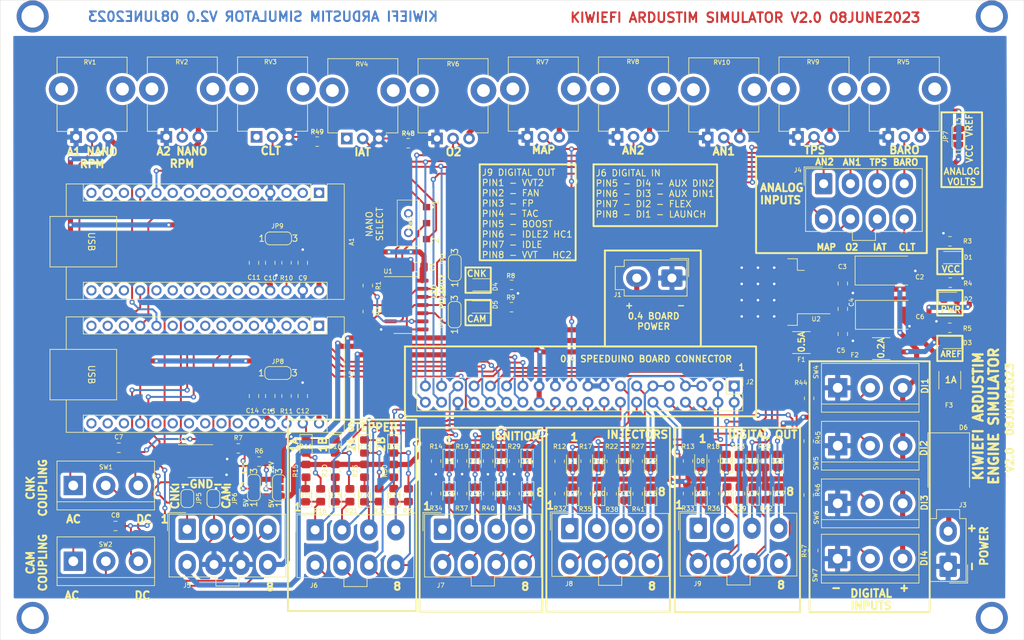
<source format=kicad_pcb>
(kicad_pcb (version 20221018) (generator pcbnew)
  (layers (0 "F.Cu" signal) (31 "B.Cu" signal) (34 "B.Paste" user) (35 "F.Paste" user) (36 "B.SilkS" user "B.Silkscreen") (37 "F.SilkS" user "F.Silkscreen") (38 "B.Mask" user) (39 "F.Mask" user) (44 "Edge.Cuts" user))
  (net 0 "")
  (net 10 "Net-(A1-D8)")
  (net 11 "Net-(A1-D9)")
  (net 18 "Net-(A1-A0)")
  (net 26 "VCC")
  (net 27 "Net-(A1-RESET-Pad28)")
  (net 28 "Net-(A1-+5V)")
  (net 38 "Net-(A2-D8)")
  (net 39 "Net-(A2-D9)")
  (net 46 "Net-(A2-A0)")
  (net 54 "Net-(A2-RESET-Pad28)")
  (net 55 "Net-(A1-VIN)")
  (net 56 "Net-(D1-K)")
  (net 57 "Net-(D2-K)")
  (net 58 "Net-(D3-K)")
  (net 59 "Net-(D4-K)")
  (net 60 "Net-(D4-A)")
  (net 61 "Net-(D5-K)")
  (net 62 "Net-(D5-A)")
  (net 63 "Net-(D6-K)")
  (net 64 "Net-(D6-A)")
  (net 65 "Net-(D7-A)")
  (net 66 "Net-(D8-A)")
  (net 67 "Net-(D9-K)")
  (net 68 "Net-(D10-A)")
  (net 69 "Net-(D11-A)")
  (net 70 "Net-(D12-A)")
  (net 71 "Net-(D13-A)")
  (net 72 "Net-(D14-K)")
  (net 73 "Net-(D15-A)")
  (net 74 "Net-(D16-A)")
  (net 75 "Net-(D17-A)")
  (net 76 "Net-(D18-A)")
  (net 77 "Net-(D19-K)")
  (net 78 "Net-(D20-A)")
  (net 79 "Net-(D21-A)")
  (net 80 "Net-(D22-A)")
  (net 81 "Net-(D23-A)")
  (net 82 "Net-(D24-K)")
  (net 83 "Net-(D25-A)")
  (net 84 "Net-(D26-A)")
  (net 85 "Net-(D27-A)")
  (net 86 "Net-(D28-A)")
  (net 87 "Net-(D29-K)")
  (net 88 "Net-(D30-A)")
  (net 89 "Net-(D31-A)")
  (net 90 "Net-(D32-K)")
  (net 91 "Net-(D33-A)")
  (net 92 "Net-(D34-A)")
  (net 93 "Net-(D35-K)")
  (net 94 "Net-(D36-A)")
  (net 95 "Net-(D37-A)")
  (net 96 "Net-(D38-K)")
  (net 97 "04PWR")
  (net 98 "DI2")
  (net 99 "CNK-")
  (net 100 "CAM-")
  (net 101 "DI1")
  (net 102 "AN2")
  (net 103 "AN1")
  (net 104 "BARO")
  (net 105 "Net-(J5-Pin_3)")
  (net 106 "Net-(J5-Pin_4)")
  (net 107 "DI4")
  (net 108 "DI3")
  (net 109 "Net-(JP1-C)")
  (net 110 "Net-(JP2-A)")
  (net 111 "Net-(JP2-B)")
  (net 112 "Net-(JP3-A)")
  (net 113 "GND")
  (net 114 "VREF")
  (net 115 "PWR")
  (net 116 "IGN1")
  (net 117 "INJ1")
  (net 118 "Net-(JP3-B)")
  (net 119 "D1")
  (net 120 "Net-(JP4-C)")
  (net 121 "Net-(JP7-C)")
  (net 122 "STEP1A")
  (net 123 "Net-(SW1-A)")
  (net 124 "IGN2")
  (net 125 "Net-(SW2-A)")
  (net 126 "INJ2")
  (net 127 "D2")
  (net 128 "Net-(SW4-B)")
  (net 129 "Net-(SW5-B)")
  (net 130 "STEP1B")
  (net 131 "Net-(SW6-B)")
  (net 132 "IGN3")
  (net 133 "Net-(SW7-B)")
  (net 134 "INJ3")
  (net 135 "Net-(R1-Pad1)")
  (net 136 "D3")
  (net 137 "STEP2A")
  (net 138 "Net-(R2-Pad1)")
  (net 139 "Net-(U3-IN1)")
  (net 140 "IGN4")
  (net 141 "INJ4")
  (net 142 "Net-(U3-IN2)")
  (net 143 "D4")
  (net 146 "STEP2B")
  (net 147 "IGN5")
  (net 148 "INJ5")
  (net 149 "D5")
  (net 150 "IGN6")
  (net 151 "INJ6")
  (net 152 "D6")
  (net 153 "IGN7")
  (net 154 "INJ7")
  (net 155 "D7")
  (net 156 "IGN8")
  (net 157 "INJ8")
  (net 158 "D8")
  (net 159 "CNK")
  (net 160 "CAM")
  (net 161 "TPS")
  (net 162 "CKP")
  (net 163 "CMP")
  (net 164 "CLT")
  (net 165 "IAT")
  (net 166 "O2")
  (net 167 "MAP")
  (net 168 "AVREF")
  (net 169 "Net-(A2-+5V)")
  (net 170 "Net-(A2-VIN)")
  (footprint "Jumper:SolderJumper-3_P1.3mm_Open_RoundedPad1.0x1.5mm_NumberLabels" (layer "F.Cu") (at -282.0543 -555.3837 90)
    (fp_text reference "JP3")
    (fp_text value "CAM LED POLARITY")
  )
  (footprint "Connector_Molex:Molex_Mini-Fit_Jr_5566-02A_2x01_P4.20mm_Vertical" (layer "F.Cu") (at -248.0945 -561.0987 -90)
    (fp_text reference "J1")
    (fp_text value "0.4 POWER")
  )
  (footprint "Resistor_SMD:R_0805_2012Metric_Pad1.20x1.40mm_HandSolder" (layer "F.Cu") (at -241.588472 -532.5143 -90)
    (fp_text reference "R18")
    (fp_text value "1K")
  )
  (footprint "LED_SMD:LED_0805_2012Metric_Pad1.15x1.40mm_HandSolder" (layer "F.Cu") (at -235.60133 -532.5368 90)
    (fp_text reference "D18")
    (fp_text value "LED")
  )
  (footprint "Module:Arduino_Nano" (layer "F.Cu") (at -303.2379 -553.6383 -90)
    (fp_text reference "A2")
    (fp_text value "ArduinoNANO")
  )
  (footprint "LED_SMD:LED_0805_2012Metric_Pad1.15x1.40mm_HandSolder" (layer "F.Cu") (at -291.5539 -534.7843 -90)
    (fp_text reference "D26")
    (fp_text value "LED")
  )
  (footprint "Fuse:Fuse_1812_4532Metric_Pad1.30x3.40mm_HandSolder" (layer "F.Cu") (at -215.4047 -550.0751 180)
    (fp_text reference "F2")
    (fp_text value "0.2A ECU VREF")
  )
  (footprint "LED_SMD:LED_0805_2012Metric_Pad1.15x1.40mm_HandSolder" (layer "F.Cu") (at -204.6859 -551.0403 180)
    (fp_text reference "D3")
    (fp_text value "AREF LED")
  )
  (footprint "Capacitor_SMD:C_0805_2012Metric_Pad1.18x1.45mm_HandSolder" (layer "F.Cu") (at -335.0387 -522.3637)
    (fp_text reference "C8")
    (fp_text value "1uF")
  )
  (footprint "Diode_SMD:D_SMC" (layer "F.Cu") (at -204.8479 -532.0043 -90)
    (fp_text reference "D6")
    (fp_text value "B360")
  )
  (footprint "Resistor_SMD:R_0805_2012Metric_Pad1.20x1.40mm_HandSolder" (layer "F.Cu") (at -300.6979 -530.9903 90)
    (fp_text reference "R20")
    (fp_text value "1K")
  )
  (footprint "Capacitor_SMD:C_0805_2012Metric_Pad1.18x1.45mm_HandSolder" (layer "F.Cu") (at -313.3979 -542.6583 -90)
    (fp_text reference "C14")
    (fp_text value "1uF")
  )
  (footprint "Jumper:SolderJumper-3_P1.3mm_Open_RoundedPad1.0x1.5mm_NumberLabels" (layer "F.Cu") (at -203.3479 -583.1543 90)
    (fp_text reference "JP7")
    (fp_text value "ANALOG VREF")
  )
  (footprint "LED_SMD:LED_0805_2012Metric_Pad1.15x1.40mm_HandSolder" (layer "F.Cu") (at -274.7391 -527.4208 -90)
    (fp_text reference "D35")
    (fp_text value "LED")
  )
  (footprint "LED_SMD:LED_0805_2012Metric_Pad1.15x1.40mm_HandSolder" (layer "F.Cu") (at -231.6099 -532.5368 90)
    (fp_text reference "D23")
    (fp_text value "LED")
  )
  (footprint "LED_SMD:LED_0805_2012Metric_Pad1.15x1.40mm_HandSolder" (layer "F.Cu") (at -251.4219 -527.4183 90)
    (fp_text reference "D36")
    (fp_text value "LED")
  )
  (footprint "LED_SMD:LED_0805_2012Metric_Pad1.15x1.40mm_HandSolder" (layer "F.Cu") (at -305.3439 -527.1643 90)
    (fp_text reference "D10")
    (fp_text value "LED")
  )
  (footprint "TerminalBlock:TerminalBlock_bornier-3_P5.08mm" (layer "F.Cu") (at -222.2119 -517.2583)
    (fp_text reference "SW7")
    (fp_text value "DI4 SWITCH")
  )
  (footprint "Resistor_SMD:R_0805_2012Metric_Pad1.20x1.40mm_HandSolder" (layer "F.Cu") (at -233.3879 -527.4658 90)
    (fp_text reference "R42")
    (fp_text value "1K")
  )
  (footprint "Jumper:SolderJumper-3_P1.3mm_Open_RoundedPad1.0x1.5mm_NumberLabels" (layer "F.Cu") (at -309.5117 -528.3327 90)
    (fp_text reference "JP1")
    (fp_text value "CAM PULLUP")
  )
  (footprint "Capacitor_Tantalum_SMD:CP_EIA-7343-31_Kemet-D_Pad2.25x2.55mm_HandSolder" (layer "F.Cu") (at -214.8459 -555.3583)
    (fp_text reference "C6")
    (fp_text value "22uF 25V")
  )
  (footprint "TerminalBlock:TerminalBlock_bornier-3_P5.08mm" (layer "F.Cu") (at -222.1979 -534.9043)
    (fp_text reference "SW5")
    (fp_text value "DI2 SWITCH")
  )
  (footprint "Jumper:SolderJumper-2_P1.3mm_Open_RoundedPad1.0x1.5mm" (layer "F.Cu") (at -319.7479 -526.6563 -90)
    (fp_text reference "JP6")
    (fp_text value "CAM GND")
  )
  (footprint "Potentiometer_THT:Potentiometer_TT_P0915N" (layer "F.Cu") (at -256.5979 -583.1613)
    (fp_text reference "RV8")
    (fp_text value "10K")
  )
  (footprint "Resistor_SMD:R_0805_2012Metric_Pad1.20x1.40mm_HandSolder" (layer "F.Cu") (at -261.5819 -532.4983 -90)
    (fp_text reference "R17")
    (fp_text value "1K")
  )
  (footprint "Resistor_SMD:R_0805_2012Metric_Pad1.20x1.40mm_HandSolder" (layer "F.Cu") (at -265.6459 -532.4668 -90)
    (fp_text reference "R12")
    (fp_text value "1K")
  )
  (footprint "LED_SMD:LED_0805_2012Metric_Pad1.15x1.40mm_HandSolder" (layer "F.Cu") (at -255.4859 -532.4983 90)
    (fp_text reference "D17")
    (fp_text value "LED")
  )
  (footprint "LED_SMD:LED_0805_2012Metric_Pad1.15x1.40mm_HandSolder" (layer "F.Cu") (at -278.8539 -532.4893 -90)
    (fp_text reference "D14")
    (fp_text value "LED")
  )
  (footprint "LED_SMD:LED_0805_2012Metric_Pad1.15x1.40mm_HandSolder" (layer "F.Cu") (at -263.6139 -527.4183 90)
    (fp_text reference "D27")
    (fp_text value "LED")
  )
  (footprint "Resistor_SMD:R_0805_2012Metric_Pad1.20x1.40mm_HandSolder" (layer "F.Cu") (at -298.4119 -527.1643 -90)
    (fp_text reference "R21")
    (fp_text value "1K")
  )
  (footprint "Potentiometer_THT:Potentiometer_TT_P0915N" (layer "F.Cu") (at -242.4979 -583.0443)
    (fp_text reference "RV10")
    (fp_text value "10K")
  )
  (footprint "Connector_Molex:Molex_Mini-Fit_Jr_5566-08A_2x04_P4.20mm_Vertical" (layer "F.Cu") (at -283.9479 -521.8543)
    (fp_text reference "J7")
    (fp_text value "IGNITION")
  )
  (footprint "LED_SMD:LED_0805_2012Metric_Pad1.15x1.40mm_HandSolder" (layer "F.Cu") (at -296.1259 -534.7843 -90)
    (fp_text reference "D21")
    (fp_text value "LED")
  )
  (footprint "LED_SMD:LED_0805_2012Metric_Pad1.15x1.40mm_HandSolder" (layer "F.Cu") (at -278.2219 -560.0323 180)
    (fp_text reference "D4")
    (fp_text value "CNK LED")
  )
  (footprint "Capacitor_SMD:C_0805_2012Metric_Pad1.18x1.45mm_HandSolder" (layer "F.Cu") (at -310.8579 -563.4863 -90)
    (fp_text reference "C10")
    (fp_text value "100N")
  )
  (footprint "Resistor_SMD:R_0805_2012Metric_Pad1.20x1.40mm_HandSolder" (layer "F.Cu") (at -302.9839 -527.1643 -90)
    (fp_text reference "R16")
    (fp_text value "1K")
  )
  (footprint "Resistor_SMD:R_0805_2012Metric_Pad1.20x1.40mm_HandSolder" (layer "F.Cu") (at -265.6459 -527.4183 90)
    (fp_text reference "R32")
    (fp_text value "1K")
  )
  (footprint "Fuse:Fuse_1812_4532Metric_Pad1.30x3.40mm_HandSolder" (layer "F.Cu") (at -227.8761 -551.0149 180)
    (fp_text reference "F1")
    (fp_text value "0.5A ECU POWER")
  )
  (footprint "Resistor_SMD:R_0805_2012Metric_Pad1.20x1.40mm_HandSolder" (layer "F.Cu") (at -291.5539 -530.9743 90)
    (fp_text reference "R30")
    (fp_text value "1K")
  )
  (footprint "Jumper:SolderJumper-3_P1.3mm_Open_RoundedPad1.0x1.5mm_NumberLabels" (layer "F.Cu") (at -313.4233 -528.3581 90)
    (fp_text reference "JP4")
    (fp_text value "CRANK PULLUP")
  )
  (footprint "LED_SMD:LED_0805_2012Metric_Pad1.15x1.40mm_HandSolder" (layer "F.Cu") (at -235.4199 -527.4568 90)
    (fp_text reference "D34")
    (fp_text value "LED")
  )
  (footprint "Capacitor_SMD:C_0805_2012Metric_Pad1.18x1.45mm_HandSolder" (layer "F.Cu") (at -287.8739 -562.8263 180)
    (fp_text reference "C1")
    (fp_text value "100N")
  )
  (footprint "Resistor_SMD:R_0805_2012Metric_Pad1.20x1.40mm_HandSolder" (layer "F.Cu") (at -257.5179 -527.3868 90)
    (fp_text reference "R38")
    (fp_text value "1K")
  )
  (footprint "Capacitor_SMD:C_0805_2012Metric_Pad1.18x1.45mm_HandSolder" (layer "F.Cu") (at -221.3991 -552.3611 -90)
    (fp_text reference "C5")
    (fp_text value "1uF")
  )
  (footprint "Resistor_SMD:R_0805_2012Metric_Pad1.20x1.40mm_HandSolder" (layer "F.Cu") (at -308.3179 -563.4863 -90)
    (fp_text reference "R10")
    (fp_text value "470")
  )
  (footprint "Potentiometer_THT:Potentiometer_TT_P0915N" (layer "F.Cu") (at -341.1979 -583.1293)
    (fp_text reference "RV1")
    (fp_text value "10K")
  )
  (footprint "LED_SMD:LED_0805_2012Metric_Pad1.15x1.40mm_HandSolder" (layer "F.Cu") (at -204.6605 -564.2991 180)
    (fp_text reference "D1")
    (fp_text value "VCC LED")
  )
  (footprint "Package_SO:SOIC-14_3.9x8.7mm_P1.27mm" (layer "F.Cu") (at -289.5869 -556.8823)
    (fp_text reference "U1")
    (fp_text value "74HC14")
  )
  (footprint "Resistor_SMD:R_0805_2012Metric_Pad1.20x1.40mm_HandSolder" (layer "F.Cu") (at -245.5799 -527.4343 90)
    (fp_text reference "R33")
    (fp_text value "1K")
  )
  (footprint "LED_SMD:LED_0805_2012Metric_Pad1.15x1.40mm_HandSolder" (layer "F.Cu") (at -204.5843 -557.9237)
    (fp_text reference "D2")
    (fp_text value "PWR LED")
  )
  (footprint "LED_SMD:LED_0805_2012Metric_Pad1.15x1.40mm_HandSolder" (layer "F.Cu") (at -263.6139 -532.4893 90)
    (fp_text reference "D7")
    (fp_text value "LED")
  )
  (footprint "LED_SMD:LED_0805_2012Metric_Pad1.15x1.40mm_HandSolder" (layer "F.Cu") (at -243.584186 -532.5368 90)
    (fp_text reference "D8")
    (fp_text value "LED")
  )
  (footprint "Module:Arduino_Nano" (layer "F.Cu") (at -303.2379 -574.4083 -90)
    (fp_text reference "A1")
    (fp_text value "ArduinoNANO")
  )
  (footprint "Resistor_SMD:R_0805_2012Metric_Pad1.20x1.40mm_HandSolder" (layer "F.Cu") (at -273.1643 -556.5521)
    (fp_text reference "R9")
    (fp_text value "470R")
  )
  (footprint "Connector_Molex:Molex_Mini-Fit_Jr_5566-08A_2x04_P4.20mm_Vertical" (layer "F.Cu") (at -243.9979 -522.0043)
    (fp_text reference "J9")
    (fp_text value "DIGITAL")
  )
  (footprint "Resistor_SMD:R_0805_2012Metric_Pad1.20x1.40mm_HandSolder" (layer "F.Cu") (at -204.6605 -566.8391 180)
    (fp_text reference "R3")
    (fp_text value "1K")
  )
  (footprint "Resistor_SMD:R_0805_2012Metric_Pad1.20x1.40mm_HandSolder" (layer "F.Cu") (at -233.605616 -532.5143 -90)
    (fp_text reference "R28")
    (fp_text value "1K")
  )
  (footprint "Resistor_SMD:R_0805_2012Metric_Pad1.20x1.40mm_HandSolder" (layer "F.Cu") (at -245.5799 -532.5143 -90)
    (fp_text reference "R13")
    (fp_text value "1K")
  )
  (footprint "LED_SMD:LED_0805_2012Metric_Pad1.15x1.40mm_HandSolder" (layer "F.Cu") (at -282.9179 -532.4893 -90)
    (fp_text reference "D9")
    (fp_text value "LED")
  )
  (footprint "Resistor_SMD:R_0805_2012Metric_Pad1.20x1.40mm_HandSolder" (layer "F.Cu") (at -308.3179 -542.6583 -90)
    (fp_text reference "R11")
    (fp_text value "470")
  )
  (footprint "Resistor_SMD:R_0805_2012Metric_Pad1.20x1.40mm_HandSolder" (layer "F.Cu") (at -303.53 -582.422 180)
    (fp_text reference "R49")
    (fp_text value "10K")
  )
  (footprint "Resistor_SMD:R_0805_2012Metric_Pad1.20x1.40mm_HandSolder" (layer "F.Cu") (at -280.8859 -532.5118 -90)
    (fp_text reference "R19")
    (fp_text value "1K")
  )
  (footprint "Misc:AYZ0202AGRLC" (layer "F.Cu") (at -289.2679 -569.6839 -90)
    (fp_text reference "SW3")
    (fp_text value "DPDT" hide)
  )
  (footprint "Jumper:SolderJumper-3_P1.3mm_Open_RoundedPad1.0x1.5mm_NumberLabels" (layer "F.Cu") (at -282.0289 -562.6989 90)
    (fp_text reference "JP2")
    (fp_text value "CNK LED POLARITY")
  )
  (footprint "Potentiometer_THT:Potentiometer_TT_P0915N" (layer "F.Cu") (at -298.8979 -582.9073)
    (fp_text reference "RV4")
    (fp_text value "10K")
  )
  (footprint "Resistor_SMD:R_0805_2012Metric_Pad1.20x1.40mm_HandSolder" (layer "F.Cu") (at -276.7965 -527.4183 90)
    (fp_text reference "R40")
    (fp_text value "1K")
  )
  (footprint "Resistor_SMD:R_0805_2012Metric_Pad1.20x1.40mm_HandSolder" (layer "F.Cu") (at -312.6105 -532.4221)
    (fp_text reference "R6")
    (fp_text value "470")
  )
  (footprint "Potentiometer_THT:Potentiometer_TT_P0915N" (layer "F.Cu") (at -327.0979 -583.1543)
    (fp_text reference "RV2")
    (fp_text value "10K")
  )
  (footprint "Resistor_SMD:R_0805_2012Metric_Pad1.20x1.40mm_HandSolder" (layer "F.Cu") (at -261.5819 -527.4183 90)
    (fp_text reference "R35")
    (fp_text value "1K")
  )
  (footprint "Resistor_SMD:R_0805_2012Metric_Pad1.20x1.40mm_HandSolder" (layer "F.Cu") (at -272.7579 -532.5118 -90)
    (fp_text reference "R29")
    (fp_text value "1K")
  )
  (footprint "Resistor_SMD:R_0805_2012Metric_Pad1.20x1.40mm_HandSolder" (layer "F.Cu") (at -226.7331 -527.2151 90)
    (fp_text reference "R46")
    (fp_text value "220")
  )
  (footprint "Resistor_SMD:R_0805_2012Metric_Pad1.20x1.40mm_HandSolder" (layer "F.Cu") (at -226.0219 -518.5283 90)
    (fp_text reference "R47")
    (fp_text value "220")
  )
  (footprint "TerminalBlock:TerminalBlock_bornier-3_P5.08mm" (layer "F.Cu") (at -341.6427 -528.6883)
    (fp_text reference "SW1")
    (fp_text value "CKP COUPLING")
  )
  (footprint "Potentiometer_THT:Potentiometer_TT_P0915N" (layer "F.Cu") (at -228.3979 -583.1543)
    (fp_text reference "RV9")
    (fp_text value "10K")
  )
  (footprint "Resistor_SMD:R_0805_2012Metric_Pad1.20x1.40mm_HandSolder" (layer "F.Cu") (at -295.6179 -555.8663 -90)
    (fp_text reference "R2")
    (fp_text value "470")
  )
  (footprint "Connector_Molex:Molex_Mini-Fit_Jr_5566-08A_2x04_P4.20mm_Vertical" (layer "F.Cu") (at -264.0479 -521.9543)
    (fp_text reference "J8")
    (fp_text value "INJECTORS")
  )
  (footprint "Resistor_SMD:R_0805_2012Metric_Pad1.20x1.40mm_HandSolder" (layer "F.Cu") (at -315.8617 -534.4795)
    (fp_text reference "R7")
    (fp_text value "470")
  )
  (footprint "Package_SO:SO-8_3.9x4.9mm_P1.27mm" (layer "F.Cu") (at -321.7799 -532.4983)
    (fp_text reference "U3")
    (fp_text value "VNLD5090")
  )
  (footprint "TerminalBlock:TerminalBlock_bornier-3_P5.08mm" (layer "F.Cu") (at -222.1979 -543.9543)
    (fp_text reference "SW4")
    (fp_text value "DI1 SWITCH")
  )
  (footprint "Connector_PinHeader_2.54mm:PinHeader_2x20_P2.54mm_Vertical" (layer "F.Cu") (at -238.3663 -544.2331 -90)
    (fp_text reference "J2")
    (fp_text value "0.4 BOARD CONNECTOR")
  )
  (footprint "Potentiometer_THT:Potentiometer_TT_P0915N" (layer "F.Cu") (at -270.6979 -583.1613)
    (fp_text reference "RV7")
    (fp_text value "10K")
  )
  (footprint "TerminalBlock:TerminalBlock_bornier-3_P5.08mm" (layer "F.Cu") (at -341.6279 -516.8543)
    (fp_text reference "SW2")
    (fp_text value "CMP COUPLING")
  )
  (footprint "LED_SMD:LED_0805_2012Metric_Pad1.15x1.40mm_HandSolder" (layer "F.Cu") (at -243.5479 -527.4568 90)
    (fp_text reference "D28")
    (fp_text value "LED")
  )
  (footprint "Resistor_SMD:R_0805_2012Metric_Pad1.20x1.40mm_HandSolder" (layer "F.Cu") (at -284.9499 -532.4983 -90)
    (fp_text reference "R14")
    (fp_text value "1K")
  )
  (footprint "Capacitor_SMD:C_0805_2012Metric_Pad1.18x1.45mm_HandSolder" (layer "F.Cu") (at -305.7779 -563.4863 90)
    (fp_text reference "C9")
    (fp_text value "1uF")
  )
  (footprint "LED_SMD:LED_0805_2012Metric_Pad1.15x1.40mm_HandSolder" (layer "F.Cu") (at -282.9179 -527.4208 -90)
    (fp_text reference "D29")
    (fp_text value "LED")
  )
  (footprint "Resistor_SMD:R_0805_2012Metric_Pad1.20x1.40mm_HandSolder" (layer "F.Cu") (at -272.7071 -527.4343 90)
    (fp_text reference "R43")
    (fp_text value "1K")
  )
  (footprint "LED_SMD:LED_0805_2012Metric_Pad1.15x1.40mm_HandSolder" (layer "F.Cu") (at -300.6979 -527.1643 90)
    (fp_text reference "D15")
    (fp_text value "LED")
  )
  (footprint "Resistor_SMD:R_0805_2012Metric_Pad1.20x1.40mm_HandSolder" (layer "F.Cu") (at -237.4519 -527.4343 90)
    (fp_text reference "R39")
    (fp_text value "1K")
  )
  (footprint "Potentiometer_THT:Potentiometer_TT_P0915N" (layer "F.Cu") (at -284.7979 -582.9073)
    (fp_text reference "RV6")
    (fp_text value "10K")
  )
  (footprint "Package_TO_SOT_SMD:TO-263-3_TabPin2" (layer "F.Cu") (at -233.3325 -558.9143 180)
    (fp_text reference "U2")
    (fp_text value "LM2937-5")
  )
  (footprint "Resistor_SMD:R_0805_2012Metric_Pad1.20x1.40mm_HandSolder" (layer "F.Cu") (at -241.5159 -527.4343 90)
    (fp_text reference "R36")
    (fp_text value "1K")
  )
  (footprint "Jumper:SolderJumper-3_P1.3mm_Open_RoundedPad1.0x1.5mm_NumberLabels" (layer "F.Cu") (at -309.5879 -567.2963)
    (fp_text reference "JP9")
    (fp_text value "A1 PWR")
  )
  (footprint "Resistor_SMD:R_0805_2012Metric_Pad1.20x1.40mm_HandSolder" (layer "F.Cu") (at -295.6179 -559.9303 -90)
    (fp_text reference "R1")
    (fp_text value "470")
  )
  (footprint "LED_SMD:LED_0805_2012Metric_Pad1.15x1.40mm_HandSolder" (layer "F.Cu") (at -259.5499 -532.4893 90)
    (fp_text reference "D12")
    (fp_text value "LED")
  )
  (footprint "Capacitor_SMD:C_0805_2012Metric_Pad1.18x1.45mm_HandSolder" (layer "F.Cu") (at -305.7779 -542.6583 90)
    (fp_text reference "C12")
    (fp_text value "1uF")
  )
  (footprint "Resistor_SMD:R_0805_2012Metric_Pad1.20x1.40mm_HandSolder" (layer "F.Cu") (at -257.5179 -532.4668 -90)
    (fp_text reference "R22")
    (fp_text value "1K")
  )
  (footprint "Resistor_SMD:R_0805_2012Metric_Pad1.20x1.40mm_HandSolder" (layer "F.Cu") (at -237.597044 -532.5143 -90)
    (fp_text reference "R23")
    (fp_text value "1K")
  )
  (footprint "Resistor_SMD:R_0805_2012Metric_Pad1.20x1.40mm_HandSolder" (layer "F.Cu") (at -305.2699 -530.9743 90)
    (fp_text reference "R15")
    (fp_text value "1K")
  )
  (footprint "Resistor_SMD:R_0805_2012Metric_Pad1.20x1.40mm_HandSolder" (layer "F.Cu") (at -204.6097 -560.3875)
    (fp_text reference "R4")
    (fp_text value "1K")
  )
  (footprint "Capacitor_SMD:C_0805_2012Metric_Pad1.18x1.45mm_HandSolder" (layer "F.Cu") (at -221.3991 -560.2351 -90)
    (fp_text reference "C3")
    (fp_text value "100N")
  )
  (footprint "LED_SMD:LED_0805_2012Metric_Pad1.15x1.40mm_HandSolder" (layer "F.Cu") (at -291.5539 -527.1803 90)
    (fp_text reference "D25")
    (fp_text value "LED")
  )
  (footprint "Resistor_SMD:R_0805_2012Metric_Pad1.20x1.40mm_HandSolder" (layer "F.Cu") (at -276.8219 -532.4983 -90)
    (fp_text reference "R24")
    (fp_text value "1K")
  )
  (footprint "LED_SMD:LED_0805_2012Metric_Pad1.15x1.40mm_HandSolder" (layer "F.Cu") (at -270.6497 -527.4208 -90)
    (fp_text reference "D38")
    (fp_text value "LED")
  )
  (footprint "Resistor_SMD:R_0805_2012Metric_Pad1.20x1.40mm_HandSolder" (layer "F.Cu") (at -226.7331 -535.6225 90)
    (fp_text reference "R45")
    (fp_text value "220")
  )
  (footprint "LED_SMD:LED_0805_2012Metric_Pad1.15x1.40mm_HandSolder" (layer "F.Cu") (at -255.4859 -527.4093 90)
    (fp_text reference "D33")
    (fp_text value "LED")
  )
  (footprint "Resistor_SMD:R_0805_2012Metric_Pad1.20x1.40mm_HandSolder" (layer "F.Cu") (at -289.2679 -527.1643 -90)
    (fp_text reference "R31")
    (fp_text value "1K")
  )
  (footprint "LED_SMD:LED_0805_2012Metric_Pad1.15x1.40mm_HandSolder" (layer "F.Cu") (at -274.7899 -532.4893 -90)
    (fp_text reference "D19")
    (fp_text value "LED")
  )
  (footprint "LED_SMD:LED_0805_2012Metric_Pad1.15x1.40mm_HandSolder" (layer "F.Cu") (at -270.7259 -532.4983 -90)
    (fp_text reference "D24")
    (fp_text value "LED")
  )
  (footprint "Potentiometer_THT:Potentiometer_TT_P0915N" (layer "F.Cu") (at -312.9979 -583.1613)
    (fp_text reference "RV3")
    (fp_text value "10K")
  )
  (footprint "Connector_Molex:Molex_Mini-Fit_Jr_5566-08A_2x04_P4.20mm_Vertical" (layer "F.Cu") (at -303.8479 -521.7543)
    (fp_text reference "J6")
    (fp_text value "MISC.")
  )
  (footprint "LED_SMD:LED_0805_2012Metric_Pad1.15x1.40mm_HandSolder" (layer "F.Cu") (at -259.5499 -527.4093 90)
    (fp_text reference "D30")
    (fp_text value "LED")
  )
  (footprint "Connector_Molex:Molex_Mini-Fit_Jr_5566-02A_2x01_P4.20mm_Vertical" (layer "F.Cu") (at -204.9479 -516.0543 180)
    (fp_text reference "J3")
    (fp_text value "POWER")
  )
  (footprint "Connector_Molex:Molex_Mini-Fit_Jr_5566-08A_2x04_P4.20mm_Vertical" (layer "F.Cu") (at -224.3979 -575.8443)
    (fp_text reference "J4")
    (fp_text value "ANALOG INPUTS")
  )
  (footprint "LED_SMD:LED_0805_2012Metric_Pad1.15x1.40mm_HandSolder" (layer "F.Cu") (at -305.2699 -534.7843 -90)
    (fp_text reference "D11")
    (fp_text value "LED")
  )
  (footprint "LED_SMD:LED_0805_2012Metric_Pad1.15x1.40mm_HandSolder" (layer "F.Cu") (at -239.592758 -532.5368 90)
    (fp_text reference "D13")
    (fp_text value "LED")
  )
  (footprint "Resistor_SMD:R_0805_2012Metric_Pad1.20x1.40mm_HandSolder" (layer "F.Cu") (at -253.4539 -527.3868 90)
    (fp_text reference "R41")
    (fp_text value "1K")
  )
  (footprint "Jumper:SolderJumper-3_P1.3mm_Open_RoundedPad1.0x1.5mm_NumberLabels" (layer "F.Cu") (at -309.6641 -546.2651)
    (fp_text reference "JP8")
    (fp_text value "A2 PWR")
  )
  (footprint "Capacitor_SMD:C_0805_2012Metric_Pad1.18x1.45mm_HandSolder" (layer "F.Cu") (at -313.3979 -563.4863 -90)
    (fp_text reference "C11")
    (fp_text value "1uF")
  )
  (footprint "Capacitor_SMD:C_0805_2012Metric_Pad1.18x1.45mm_HandSolder" (layer "F.Cu") (at -310.8579 -542.6583 -90)
    (fp_text reference "C13")
    (fp_text value "100N")
  )
  (footprint "Capacitor_Tantalum_SMD:CP_EIA-7343-31_Kemet-D_Pad2.25x2.55mm_HandSolder" (layer "F.Cu") (at -214.8967 -562.2671)
    (fp_text reference "C2")
    (fp_text value "22uF 25V")
  )
  (footprint "Capacitor_SMD:C_0805_2012Metric_Pad1.18x1.45mm_HandSolder" (layer "F.Cu") (at -334.5307 -534.5811)
    (fp_text reference "C7")
    (fp_text value "1uF")
  )
  (footprint "Resistor_SMD:R_0805_2012Metric_Pad1.20x1.40mm_HandSolder" (layer "F.Cu") (at -289.306 -582.168 180)
    (fp_text reference "R48")
    (fp_text value "10K")
  )
  (footprint "LED_SMD:LED_0805_2012Metric_Pad1.15x1.40mm_HandSolder" (layer "F.Cu") (at -300.6979 -534.7843 -90)
    (fp_text reference "D16")
    (fp_text value "LED")
  )
  (footprint "Resistor_SMD:R_0805_2012Metric_Pad1.20x1.40mm_HandSolder" (layer "F.Cu") (at -204.6859 -553.3263 180)
    (fp_text reference "R5")
    (fp_text value "1K")
  )
  (footprint "TerminalBlock:TerminalBlock_bornier-3_P5.08mm" (layer "F.Cu") (at -222.1979 -525.8943)
    (fp_text reference "SW6")
    (fp_text value "DI3 SWITCH")
  )
  (footprint "Resistor_SMD:R_0805_2012Metric_Pad1.20x1.40mm_HandSolder" (layer "F.Cu") (at -284.9499 -527.4343 90)
    (fp_text reference "R34")
    (fp_text value "1K")
  )
  (footprint "LED_SMD:LED_0805_2012Metric_Pad1.15x1.40mm_HandSolder" (layer "F.Cu") (at -231.3559 -527.4568 90)
    (fp_text reference "D37")
    (fp_text value "LED")
  )
  (footprint "Potentiometer_THT:Potentiometer_TT_P0915N" (layer "F.Cu") (at -214.2979 -583.1613)
    (fp_text reference "RV5")
    (fp_text value "10K")
  )
  (footprint "Resistor_SMD:R_0805_2012Metric_Pad1.20x1.40mm_HandSolder" (layer "F.Cu") (at -293.8399 -527.1803 -90)
    (fp_text reference "R26")
    (fp_text value "1K")
  )
  (footprint "LED_SMD:LED_0805_2012Metric_Pad1.15x1.40mm_HandSolder" (layer "F.Cu") (at -278.3205 -556.5775 180)
    (fp_text reference "D5")
    (fp_text value "CAM LED")
  )
  (footprint "Resistor_SMD:R_0805_2012Metric_Pad1.20x1.40mm_HandSolder" (layer "F.Cu") (at -226.6569 -542.3027 90)
    (fp_text reference "R44")
    (fp_text value "220")
  )
  (footprint "Connector_Molex:Molex_Mini-Fit_Jr_5566-08A_2x04_P4.20mm_Vertical" (layer "F.Cu") (at -323.8479 -521.8543)
    (fp_text reference "J5")
    (fp_text value "BASIC")
  )
  (footprint "Resistor_SMD:R_0805_2012Metric_Pad1.20x1.40mm_HandSolder" (layer "F.Cu") (at -296.1259 -530.9903 90)
    (fp_text reference "R25")
    (fp_text value "1K")
  )
  (footprint "Jumper:SolderJumper-2_P1.3mm_Open_RoundedPad1.0x1.5mm" (layer "F.Cu") (at -323.8119 -526.6563 -90)
    (fp_text reference "JP5")
    (fp_text value "CNK GND")
  )
  (footprint "Capacitor_SMD:C_0805_2012Metric_Pad1.18x1.45mm_HandSolder" (layer "F.Cu") (at -221.3991 -556.2727 90)
    (fp_text reference "C4")
    (fp_text value "100N")
  )
  (footprint "LED_SMD:LED_0805_2012Metric_Pad1.15x1.40mm_HandSolder" (layer "F.Cu") (at -239.4839 -527.4658 90)
    (fp_text reference "D31")
    (fp_text value "LED")
  )
  (footprint "LED_SMD:LED_0805_2012Metric_Pad1.15x1.40mm_HandSolder" (layer "F.Cu") (at -251.4219 -532.4983 90)
    (fp_text reference "D22")
    (fp_text value "LED")
  )
  (footprint "Resistor_SMD:R_0805_2012Metric_Pad1.20x1.40mm_HandSolder" (layer "F.Cu") (at -280.8859 -527.4343 90)
    (fp_text reference "R37")
    (fp_text value "1K")
  )
  (footprint "LED_SMD:LED_0805_2012Metric_Pad1.15x1.40mm_HandSolder" (layer "F.Cu") (at -296.1259 -527.1643 90)
    (fp_text reference "D20")
    (fp_text value "LED")
  )
  (footprint "Resistor_SMD:R_0805_2012Metric_Pad1.20x1.40mm_HandSolder" (layer "F.Cu") (at -253.4539 -532.4983 -90)
    (fp_text reference "R27")
    (fp_text value "1K")
  )
  (footprint "LED_SMD:LED_0805_2012Metric_Pad1.15x1.40mm_HandSolder" (layer "F.Cu") (at -278.838025 -527.4118 -90)
    (fp_text reference "D32")
    (fp_text value "LED")
  )
  (footprint "Resistor_SMD:R_0805_2012Metric_Pad1.20x1.40mm_HandSolder" (layer "F.Cu") (at -273.1419 -560.0323)
    (fp_text reference "R8")
    (fp_text value "470R")
  )
  (footprint "Fuse:Fuse_1812_4532Metric_Pad1.30x3.40mm_HandSolder" (layer "F.Cu") (at -204.6859 -545.1475 -90)
    (fp_text reference "F3")
    (fp_text value "1A POWER")
  )
  (gr_rect (start -205.994 -586.994) (end -199.644 -575.31) (stroke (width 0.3)) (fill none) (layer "F.SilkS"))
  (gr_rect (start -206.6475 -565.658) (end -202.692 -561.7025) (stroke (width 0.3)) (fill none) (layer "F.SilkS"))
  (gr_rect (start -247.65 -537.718) (end -228.092 -508.898) (stroke (width 0.3)) (fill none) (layer "F.SilkS"))
  (gr_rect (start -280.3555 -557.6805) (end -276.4 -553.725) (stroke (width 0.3)) (fill none) (layer "F.SilkS"))
  (gr_rect (start -289.814 -550.418) (end -234.95 -539.496) (stroke (width 0.3)) (fill none) (layer "F.SilkS"))
  (gr_rect (start -206.6475 -552.0875) (end -202.692 -548.132) (stroke (width 0.3)) (fill none) (layer "F.SilkS"))
  (gr_rect (start -287.528 -537.718) (end -268.351 -508.973) (stroke (width 0.3)) (fill none) (layer "F.SilkS"))
  (gr_rect (start -280.3555 -562.75) (end -276.4 -558.7945) (stroke (width 0.3)) (fill none) (layer "F.SilkS"))
  (gr_rect (start -278.13 -578.866) (end -263.144 -563.88) (stroke (width 0.3)) (fill none) (layer "F.SilkS"))
  (gr_rect (start -260.35 -578.866) (end -241.046 -569.214) (stroke (width 0.3)) (fill none) (layer "F.SilkS"))
  (gr_rect (start -258.572 -565.404) (end -243.586 -550.418) (stroke (width 0.3)) (fill none) (layer "F.SilkS"))
  (gr_rect (start -267.716 -537.718) (end -248.412 -508.973) (stroke (width 0.3)) (fill none) (layer "F.SilkS"))
  (gr_rect (start -226.6 -548.1) (end -207.825 -508.9) (stroke (width 0.3)) (fill none) (layer "F.SilkS"))
  (gr_rect (start -206.6475 -559.1995) (end -202.692 -555.244) (stroke (width 0.3)) (fill none) (layer "F.SilkS"))
  (gr_rect (start -308.102 -538.988) (end -288.036 -509.073) (stroke (width 0.3)) (fill none) (layer "F.SilkS"))
  (gr_rect (start -234.95 -580.125) (end -208.275 -565) (stroke (width 0.3)) (fill none) (layer "F.SilkS"))
  (gr_line (start -353.06 -604.52) (end -193.0908 -604.52) (stroke (width 0.05)) (layer "Edge.Cuts"))
  (gr_line (start -353.06 -604.52) (end -353.06 -504.571) (stroke (width 0.05)) (layer "Edge.Cuts"))
  (gr_line (start -193.0908 -504.571) (end -352.8568 -504.571) (stroke (width 0.05)) (layer "Edge.Cuts"))
  (gr_line (start -353.06 -504.571) (end -352.8568 -504.571) (stroke (width 0.05)) (layer "Edge.Cuts"))
  (gr_line (start -193.0908 -604.52) (end -193.0908 -504.571) (stroke (width 0.05)) (layer "Edge.Cuts"))
  (gr_text "KIWIEFI ARDUSTIM SIMULATOR V2.0 08JUNE2023" (at -264.16 -600.9132) (layer "F.Cu") (effects (font (size 1.5 1.5) (thickness 0.3) bold) (justify left bottom)))
  (gr_text "KIWIEFI ARDUSTIM SIMULATOR V2.0 08JUNE2023" (at -284.48 -601.0656) (layer "B.Cu") (effects (font (size 1.5 1.5) (thickness 0.3) bold) (justify left bottom mirror)))
  (gr_text "8" (at -291.7825 -512.2291) (layer "F.SilkS") (effects (font (size 1.2 1.2) (thickness 0.3) bold) (justify left bottom)))
  (gr_text "--GND--" (at -326.6059 -528.2057) (layer "F.SilkS") (effects (font (size 1.2 1.2) (thickness 0.3) bold) (justify left bottom)))
  (gr_text "VCC" (at -206.0575 -561.9115) (layer "F.SilkS") (effects (font (size 1 1) (thickness 0.2) bold) (justify left bottom)))
  (gr_text "CLT" (at -310.7817 -580.2757) (layer "F.SilkS") (effects (font (size 1.2 1.2) (thickness 0.3) bold) (justify bottom)))
  (gr_text "0.2A" (at -214.8459 -548.3987 90) (layer "F.SilkS") (effects (font (size 1 1) (thickness 0.2) bold) (justify left bottom)))
  (gr_text "CAM\nCOUPLING" (at -345.694 -516.636 90) (layer "F.SilkS") (effects (font (size 1.2 1.2) (thickness 0.3) bold) (justify bottom)))
  (gr_text "8" (at -250.4619 -526.9883) (layer "F.SilkS") (effects (font (size 1.2 1.2) (thickness 0.3) bold) (justify left bottom)))
  (gr_text "1" (at -247.7389 -524.9545) (layer "F.SilkS") (effects (font (size 1.2 1.2) (thickness 0.3) bold) (justify left bottom)))
  (gr_text "8" (at -271.7927 -512.2037) (layer "F.SilkS") (effects (font (size 1.2 1.2) (thickness 0.3) bold) (justify left bottom)))
  (gr_text "1" (at -283.6799 -535.0383) (layer "F.SilkS") (effects (font (size 1.2 1.2) (thickness 0.3) bold) (justify left bottom)))
  (gr_text "CNK\nCOUPLING" (at -345.694 -528.32 90) (layer "F.SilkS") (effects (font (size 1.2 1.2) (thickness 0.3) bold) (justify bottom)))
  (gr_text "CNK" (at -280.2509 -561.2257) (layer "F.SilkS") (effects (font (size 1 1) (thickness 0.2) bold) (justify left bottom)))
  (gr_text "-          +" (at -223.3803 -512.0259) (layer "F.SilkS") (effects (font (size 1.2 1.2) (thickness 0.3) bold) (justify left bottom)))
  (gr_text "DIGITAL OUT" (at -233.934 -535.94) (layer "F.SilkS") (effects (font (size 1.2 1.2) (thickness 0.3) bold) (justify bottom)))
  (gr_text "DI1" (at -207.9879 -542.9123 90) (layer "F.SilkS") (effects (font (size 1 1) (thickness 0.2) bold) (justify left bottom)))
  (gr_text "1A" (at -306.375 -533.7843 90) (layer "F.SilkS") (effects (font (size 1.2 1.2) (thickness 0.3) bold) (justify left bottom)))
  (gr_text "MAP" (at -268.1605 -580.4281) (layer "F.SilkS") (effects (font (size 1.2 1.2) (thickness 0.3) bold) (justify bottom)))
  (gr_text "VCC" (at -201.0283 -580.5297 90) (layer "F.SilkS") (effects (font (size 1 1) (thickness 0.2) bold) (justify bottom)))
  (gr_text "AN2" (at -254.1397 -580.3519) (layer "F.SilkS") (effects (font (size 1.2 1.2) (thickness 0.3) bold) (justify bottom)))
  (gr_text "1" (at -328.1299 -522.7193) (layer "F.SilkS") (effects (font (size 1.2 1.2) (thickness 0.3) bold) (justify left bottom)))
  (gr_text "1" (at -237.8329 -546.5699) (layer "F.SilkS") (effects (font (size 1 1) (thickness 0.2) bold) (justify left bottom)))
  (gr_text "-" (at -200.6 -515.1 90) (layer "F.SilkS") (effects (font (size 1.2 1.2) (thickness 0.3) bold) (justify left bottom)))
  (gr_text "DC" (at -332.232 -510.794) (layer "F.SilkS") (effects (font (size 1.2 1.2) (thickness 0.3) bold) (justify left bottom)))
  (gr_text "1A" (at -205.5749 -544.6141) (layer "F.SilkS") (effects (font (size 1 1) (thickness 0.2) bold) (justify left bottom)))
  (gr_text "PWR" (at -206.248 -555.5615) (layer "F.SilkS") (effects (font (size 1 1) (thickness 0.2) bold) (justify left bottom)))
  (gr_text "J6 DIGITAL IN\nPIN5 - DI4 - AUX DIN2\nPIN6 - DI3 - AUX DIN1\nPIN7 - DI2 - FLEX\nPIN8 - DI1 - LAUNCH" (at -260.096 -570.484) (layer "F.SilkS") (effects (font (size 1 1)) (justify left bottom)))
  (gr_text "CLT" (at -212.8139 -565.3405) (layer "F.SilkS") (effects (font (size 1 1) (thickness 0.25) bold) (justify left bottom)))
  (gr_text "12V" (at -314.45 -530.325 90) (layer "F.SilkS") (effects (font (size 0.7 0.7)) (justify left bottom)))
  (gr_text "KIWIEFI ARDUSTIM\nENGINE SIMULATOR" (at -196.95 -539.525 90) (layer "F.SilkS") (effects (font (size 1.5 1.5) (thickness 0.375) bold) (justify bottom)))
  (gr_text "1" (at -244.0559 -535.2923) (layer "F.SilkS") (effects (font (size 1.2 1.2) (thickness 0.3) bold) (justify left bottom)))
  (gr_text "2" (at -284.4673 -566.3819 90) (layer "F.SilkS") (effects (font (size 1 1)) (justify left bottom)))
  (gr_text "ANALOG\nINPUTS" (at -234.5 -572.575) (layer "F.SilkS") (effects (font (size 1.2 1.2) (thickness 0.3) bold) (justify left bottom)))
  (gr_text "1" (at -267.8811 -524.8783) (layer "F.SilkS") (effects (font (size 1.2 1.2) (thickness 0.3) bold) (justify left bottom)))
  (gr_text "AN1" (at -221.55 -578.625) (layer "F.SilkS") (effects (font (size 1 1) (thickness 0.25) bold) (justify left bottom)))
  (gr_text "CNK" (at -325.0311 -524.8021 90) (layer "F.SilkS") (effects (font (size 1.2 1.2) (thickness 0.3) bold) (justify left bottom)))
  (gr_text "DI3" (at -208.0641 -524.6497 90) (layer "F.SilkS") (effects (font (size 1 1) (thickness 0.2) bold) (justify left bottom)))
  (gr_text "BARO" (at -211.7725 -580.4027) (layer "F.SilkS") (effects (font (size 1.2 1.2) (thickness 0.3) bold) (justify bottom)))
  (gr_text "DI2" (at -208.1657 -533.1841 90) (layer "F.SilkS") (effects (font (size 1 1) (thickness 0.2) bold) (justify left bottom)))
  (gr_text "INJECTORS" (at -253.492 -535.94) (layer "F.SilkS") (effects (font (size 1.2 1.2) (thickness 0.3) bold) (justify bottom)))
  (gr_text "J9 DIGITAL OUT\nPIN1 - VVT2\nPIN2 - FAN\nPIN3 - FP\nPIN4 - TAC\nPIN5 - BOOST\nPIN6 - IDLE2 HC1\nPIN7 - IDLE\nPIN8 - VVT   HC2" (at -277.876 -564.134) (layer "F.SilkS") (effects (font (size 1 1)) (justify left bottom)))
  (gr_text "AC" (at -342.9 -522.732) (layer "F.SilkS") (effects (font (size 1.2 1.2) (thickness 0.3) bold) (justify left bottom)))
  (gr_text "MAP" (at -225.6409 -565.3405) (layer "F.SilkS") (effects (font (size 1 1) (thickness 0.25) bold) (justify left bottom)))
  (gr_text "DIGITAL\nINPUTS" (at -216.975 -509.2) (layer "F.SilkS") (effects (font (size 1.2 1.2) (thickness 0.3) bold) (justify bottom)))
  (gr_text "2A" (at -297.434 -533.7843 90) (layer "F.SilkS") (effects (font (size 1.2 1.2) (thickness 0.3) bold) (justify left bottom)))
  (gr_text "NANO\nSELECT" (at -293.175 -569.525 90) (layer "F.SilkS") (effects (font (size 1 1)) (justify bottom)))
  (gr_text "AC" (at -343.154 -510.794) (layer "F.SilkS") (effects (font (size 1.2 1.2) (thickness 0.3) bold) (justify left bottom)))
  (gr_text "IGNITION" (at -272.542 -535.686) (layer "F.SilkS") (effects (font (size 1.2 1.2) (thickness 0.3) bold) (justify bottom)))
  (gr_text "POWER" (at -198.625 -515.975 90) (layer "F.SilkS") (effects (font (size 1.2 1.2) (thickness 0.3) bold) (justify left bottom)))
  (gr_text "A2 NANO\nRPM" (at -324.6501 -578.2691) (layer "F.SilkS") (effects (font (size 1.2 1.2) (thickness 0.3) bold) (justify bottom)))
  (gr_text "ANALOG\nVOLTS" (at -202.819 -575.564) (layer "F.SilkS") (effects (font (size 1 1) (thickness 0.2) bold) (justify bottom)))
  (gr_text "CAM" (at -317.0301 -524.8783 90) (layer "F.SilkS") (effects (font (size 1.2 1.2) (thickness 0.3) bold) (justify left bottom)))
  (gr_text "8" (at -251.9807 -512.2545) (layer "F.SilkS") (effects (font (size 1.2 1.2) (thickness 0.3) bold) (justify left bottom)))
  (gr_text "5V" (at -310.275 -525.125 90) (layer "F.SilkS") (effects (font (size 0.7 0.7)) (justify left bottom)))
  (gr_text "IAT" (at -296.4307 -580.0725) (layer "F.SilkS") (effects (font (size 1.2 1.2) (thickness 0.3) bold) (justify bottom)))
  (gr_text "IAT" (at -216.8271 -565.3405) (layer "F.SilkS") (effects (font (size 1 1) (thickness 0.25) bold) (justify left bottom)))
  (gr_text "LED\nPOLARITY" (at -283.5021 -559.0159 90) (layer "F.SilkS") (effects (font (size 0.8 0.8) (thickness 0.2) bold) (justify bottom)))
  (gr_text "1" (at -284.4927 -572.3001 90) (layer "F.SilkS") (effects (font (size 1 1)) (justify left bottom)))
  (gr_text "V2.0  08JUNE2023" (at -194.6 -530.55 90) (layer "F.SilkS") (effects (font (size 1.2 1.2) (thickness 0.3) bold) (justify left bottom)))
  (gr_text "DC" (at -331.978 -522.732) (layer "F.SilkS") (effects (font (size 1.2 1.2) (thickness 0.3) bold) (justify left bottom)))
  (gr_text "2B" (at -292.862 -533.7843 90) (layer "F.SilkS") (effects (font (size 1.2 1.2) (thickness 0.3) bold) (justify left bottom)))
  (gr_text "TPS" (at -217.3605 -578.5739) (layer "F.SilkS") (effects (font (size 1 1) (thickness 0.25) bold) (justify left bottom)))
  (gr_text "A1 NANO\nRPM" (at -338.6963 -578.2183) (layer "F.SilkS") (effects (font (size 1.2 1.2) (thickness 0.3) bold) (justify bottom)))
  (gr_text "8" (at -311.6707 -512.1275) (layer "F.SilkS") (effects (font (size 1.2 1.2) (thickness 0.3) bold) (justify left bottom)))
  (gr_text "DI4" (at -208.1149 -515.9883 90) (layer "F.SilkS") (effects (font (size 1 1) (thickness 0.2) bold) (justify left bottom)))
  (gr_text "1B" (at -301.95 -533.725 90) (layer "F.SilkS") (effects (font (size 1.2 1.2) (thickness 0.3) bold) (justify left bottom)))
  (gr_text "AN1" (at -239.9919 -580.1995) (layer "F.SilkS") (effects (font (size 1.2 1.2) (thickness 0.3) bold) (justify bottom)))
  (gr_text "VREF" (at -201.0537 -584.962 90) (layer "F.SilkS") (effects (font (size 1 1) (thickness 0.2) bold) (justify bottom)))
  (gr_text "12V" (at -310.275 -530.425 90) (layer "F.SilkS") (effects (font (size 0.7 0.7)) (justify left bottom)))
  (gr_text "1" (at -287.1343 -524.7513) (layer "F.SilkS") (effects (font (size 1.2 1.2) (thickness 0.3) bold) (justify left bottom)))
  (gr_text "8" (at -230.3959 -527.0268) (layer "F.SilkS") (effects (font (size 1.2 1.2) (thickness 0.3) bold) (justify left bottom)))
  (gr_text "1" (at -264.1219 -535.5463) (layer "F.SilkS") (effects (font (size 1.2 1.2) (thickness 0.3) bold) (justify left bottom)))
  (gr_text "CAM" (at -280.2255 -554.1391) (layer "F.SilkS") (effects (font (size 1 1) (thickness 0.2) bold) (justify left bottom)))
  (gr_text "O2" (at -221.1705 -565.3405) (layer "F.SilkS") (effects (font (size 1 1) (thickness 0.25) bold) (justify left bottom)))
  (gr_text "AREF" (at -206.248 -548.7035) (layer "F.SilkS") (effects (font (size 0.9 0.9) (thickness 0.2) bold) (justify left bottom)))
  (gr_text "BARO" (at -213.7029 -578.5993) (layer "F.SilkS") (effects (font (size 1 1) (thickness 0.25) bold) (justify left bottom)))
  (gr_text "5V" (at -314.25 -525.225 90) (layer "F.SilkS") (effects (font (size 0.7 0.7)) (justify left bottom)))
  (gr_text "AN2" (at -225.85 -578.65) (layer "F.SilkS") (effects (font (size 1 1) (thickness 0.25) bold) (justify left bottom)))
  (gr_text "STEPPER" (at -294.894 -537.0703) (layer "F.SilkS") (effects (font (size 1.2 1.2) (thickness 0.3) bold) (justify bottom)))
  (gr_text "1" (at -307.3527 -524.5989) (layer "F.SilkS") (effects (font (size 1.2 1.2) (thickness 0.3) bold) (justify left bottom)))
  (gr_text "+         -" (at -255.524 -556.26) (layer "F.SilkS") (effects (font (size 1 1) (thickness 0.2) bold) (justify left bottom)))
  (gr_text "8" (at -269.4559 -526.9103) (layer "F.SilkS") (effects (font (size 1.2 1.2) (thickness 0.3) bold) (justify left bottom)))
  (gr_text "0.5A" (at -227.2665 -549.3639 90) (layer "F.SilkS") (effects (font (size 1 1) (thickness 0.2) bold) (justify left bottom)))
  (gr_text "TPS" (at -225.7933 -580.3773) (layer "F.SilkS") (effects (font (size 1.2 1.2) (thickness 0.3) bold) (justify bottom)))
  (gr_text "0.4 SPEEDUINO BOARD CONNECTOR" (at -265.684 -547.878) (layer "F.SilkS") (effects (font (size 1 1) (thickness 0.2) bold) (justify left bottom)))
  (gr_text "0.4 BOARD\nPOWER" (at -250.952 -552.958) (layer "F.SilkS") (effects (font (size 1 1) (thickness 0.2) bold) (justify bottom)))
  (gr_text "8" (at -231.8131 -512.4323) (layer "F.SilkS") (effects (font (size 1.2 1.2) (thickness 0.3) bold) (justify left bottom)))
  (gr_text "+" (at -200.625 -521.05 90) (layer "F.SilkS") (effects (font (size 1.2 1.2) (thickness 0.3) bold) (justify left bottom)))
  (gr_text "O2" (at -282.2067 -580.0979) (layer "F.SilkS") (effects (font (size 1.2 1.2) (thickness 0.3) bold) (justify bottom)))
  (via (at -347.98 -508) (size 5) (drill 3.5) (layers "F.Cu" "B.Cu") (net 0))
  (via (at -347.98 -601.98) (size 5) (drill 3.5) (layers "F.Cu" "B.Cu") (net 0))
  (via (at -198.12 -601.98) (size 5) (drill 3.5) (layers "F.Cu" "B.Cu") (net 0))
  (via (at -198.12 -508) (size 5) (drill 3.5) (layers "F.Cu" "B.Cu") (net 0))
  (segment (start -328.6379 -577.8627) (end -328.6633 -577.8373) (width 0.3) (layer "F.Cu") (net 10))
  (segment (start -292.0111 -577.8627) (end -328.6379 -577.8627) (width 0.3) (layer "F.Cu") (net 10))
  (segment (start -286.4429 -572.2945) (end -292.0111 -577.8627) (width 0.3) (layer "F.Cu") (net 10))
  (via (at -328.6633 -577.8373) (size 0.8) (drill 0.4) (layers "F.Cu" "B.Cu") (net 10))
  (segment (start -328.6379 -577.8119) (end -328.6379 -574.4083) (width 0.3) (layer "B.Cu") (net 10))
  (segment (start -328.6633 -577.8373) (end -328.6379 -577.8119) (width 0.3) (layer "B.Cu") (net 10))
  (segment (start -292.0929 -572.1839) (end -330.6299 -572.1839) (width 0.3) (layer "F.Cu") (net 11))
  (segment (start -331.1779 -572.7319) (end -331.1779 -574.4083) (width 0.3) (layer "F.Cu") (net 11))
  (segment (start -330.6299 -572.1839) (end -331.1779 -572.7319) (width 0.3) (layer "F.Cu") (net 11))
  (segment (start -338.6979 -580.8583) (end -340.6775 -578.8787) (width 0.3) (layer "F.Cu") (net 18))
  (segment (start -338.6979 -583.1293) (end -338.6979 -580.8583) (width 0.3) (layer "F.Cu") (net 18))
  (segment (start -340.6775 -557.9491) (end -338.6455 -555.9171) (width 0.3) (layer "F.Cu") (net 18))
  (segment (start -338.6455 -555.9171) (end -331.7875 -555.9171) (width 0.3) (layer "F.Cu") (net 18))
  (segment (start -340.6775 -578.8787) (end -340.6775 -557.9491) (width 0.3) (layer "F.Cu") (net 18))
  (segment (start -331.1779 -556.5267) (end -331.1779 -559.1683) (width 0.3) (layer "F.Cu") (net 18))
  (segment (start -331.7875 -555.9171) (end -331.1779 -556.5267) (width 0.3) (layer "F.Cu") (net 18))
  (segment (start -237.622444 -529.6789) (end -241.5159 -529.6789) (width 0.8) (layer "F.Cu") (net 26))
  (segment (start -248.3993 -529.6789) (end -253.4539 -529.6789) (width 0.8) (layer "F.Cu") (net 26))
  (segment (start -309.5879 -567.2963) (end -309.5879 -568.9473) (width 0.8) (layer "F.Cu") (net 26))
  (segment (start -333.5475 -580.4789) (end -323.7611 -580.4789) (width 0.8) (layer "F.Cu") (net 26))
  (segment (start -212.4583 -552.5643) (end -209.8675 -549.9735) (width 0.8) (layer "F.Cu") (net 26))
  (segment (start -323.7611 -580.4789) (end -322.0979 -582.1421) (width 0.8) (layer "F.Cu") (net 26))
  (segment (start -310.8579 -564.5238) (end -313.3979 -564.5238) (width 0.8) (layer "F.Cu") (net 26))
  (segment (start -221.3991 -561.2726) (end -225.5008 -561.2726) (width 0.8) (layer "F.Cu") (net 26))
  (segment (start -265.6459 -531.4668) (end -266.4432 -531.4668) (width 0.8) (layer "F.Cu") (net 26))
  (segment (start -257.5179 -531.4668) (end -257.5179 -528.3868) (width 0.8) (layer "F.Cu") (net 26))
  (segment (start -245.5799 -531.5143) (end -245.5799 -528.4343) (width 0.8) (layer "F.Cu") (net 26))
  (segment (start -309.6641 -547.5351) (end -310.2737 -548.1447) (width 0.8) (layer "F.Cu") (net 26))
  (segment (start -287.5153 -565.1881) (end -288.9123 -565.1881) (width 0.8) (layer "F.Cu") (net 26))
  (segment (start -207.2259 -563.3847) (end -207.2259 -560.4891) (width 0.8) (layer "F.Cu") (net 26))
  (segment (start -207.2259 -560.4891) (end -208.3435 -559.3715) (width 0.8) (layer "F.Cu") (net 26))
  (segment (start -307.2257 -531.3045) (end -306.5559 -531.9743) (width 0.8) (layer "F.Cu") (net 26))
  (segment (start -253.4539 -528.3868) (end -253.4539 -528.8915) (width 0.8) (layer "F.Cu") (net 26))
  (segment (start -212.0519 -517.2583) (end -212.0519 -525.8803) (width 0.8) (layer "F.Cu") (net 26))
  (segment (start -209.8675 -549.9735) (end -209.8675 -545.5031) (width 0.8) (layer "F.Cu") (net 26))
  (segment (start -309.5879 -564.6133) (end -309.7149 -564.4863) (width 0.8) (layer "F.Cu") (net 26))
  (segment (start -265.6111 -529.7203) (end -261.7503 -529.7203) (width 0.8) (layer "F.Cu") (net 26))
  (segment (start -233.3879 -529.562784) (end -233.230384 -529.7203) (width 0.8) (layer "F.Cu") (net 26))
  (segment (start -342.0745 -569.4045) (end -342.0745 -579.7423) (width 0.8) (layer "F.Cu") (net 26))
  (segment (start -230.5779 -529.7203) (end -230.1367 -530.1615) (width 0.8) (layer "F.Cu") (net 26))
  (segment (start -322.0979 -582.1421) (end -322.0979 -583.1543) (width 0.8) (layer "F.Cu") (net 26))
  (segment (start -203.3397 -587.1845) (end -203.2889 -587.1337) (width 0.8) (layer "F.Cu") (net 26))
  (segment (start -341.8205 -549.6179) (end -342.0745 -549.8719) (width 0.8) (layer "F.Cu") (net 26))
  (segment (start -208.3435 -559.3715) (end -216.9287 -559.3715) (width 0.8) (layer "F.Cu") (net 26))
  (segment (start -212.0379 -525.8943) (end -212.0379 -534.9043) (width 0.8) (layer "F.Cu") (net 26))
  (segment (start -219.0912 -561.2726) (end -218.0967 -562.2671) (width 0.8) (layer "F.Cu") (net 26))
  (segment (start -304.6349 -569.4045) (end -310.0959 -569.4045) (width 0.8) (layer "F.Cu") (net 26))
  (segment (start -230.1367 -530.1615) (end -230.1367 -535.9781) (width 0.8) (layer "F.Cu") (net 26))
  (segment (start -241.588472 -531.5143) (end -241.588472 -528.506872) (width 0.8) (layer "F.Cu") (net 26))
  (segment (start -241.5159 -529.2979) (end -241.9223 -529.7043) (width 0.8) (layer "F.Cu") (net 26))
  (segment (start -266.4432 -531.4668) (end -269.7607 -534.7843) (width 0.8) (layer "F.Cu") (net 26))
  (segment (start -308.3179 -543.6583) (end -309.6641 -545.0045) (width 0.8) (layer "F.Cu") (net 26))
  (segment (start -245.9609 -529.3233) (end -245.5799 -528.9423) (width 0.8) (layer "F.Cu") (net 26))
  (segment (start -209.8675 -545.5031) (end -211.4163 -543.9543) (width 0.8) (layer "F.Cu") (net 26))
  (segment (start -212.0379 -539.3563) (end -212.0379 -543.9543) (width 0.8) (layer "F.Cu") (net 26))
  (segment (start -265.6459 -528.4183) (end -265.6459 -529.7551) (width 0.8) (layer "F.Cu") (net 26))
  (segment (start -245.5799 -528.9423) (end -245.5799 -528.4343) (width 0.8) (layer "F.Cu") (net 26))
  (segment (start -308.3179 -564.4863) (end -310.8204 -564.4863) (width 0.8) (layer "F.Cu") (net 26))
  (segment (start -328.6379 -548.1447) (end -340.3473 -548.1447) (width 0.8) (layer "F.Cu") (net 26))
  (segment (start -307.2257 -527.5707) (end -307.2257 -531.3045) (width 0.8) (layer "F.Cu") (net 26))
  (segment (start -309.6387 -568.9473) (end -310.0959 -569.4045) (width 0.8) (layer "F.Cu") (net 26))
  (segment (start -257.5179 -529.6949) (end -253.4699 -529.6949) (width 0.8) (layer "F.Cu") (net 26))
  (segment (start -245.9609 -529.3233) (end -245.9609 -528.8153) (width 0.8) (layer "F.Cu") (net 26))
  (segment (start -282.309886 -534.8097) (end -286.2961 -534.8097) (width 0.8) (layer "F.Cu") (net 26))
  (segment (start -237.597044 -531.5143) (end -237.597044 -528.579444) (width 0.8) (layer "F.Cu") (net 26))
  (segment (start -243.160572 -529.7043) (end -243.169972 -529.6949) (width 0.8) (layer "F.Cu") (net 26))
  (segment (start -212.0379 -534.9043) (end -212.0379 -539.3563) (width 0.8) (layer "F.Cu") (net 26))
  (segment (start -307.7637 -527.0327) (end -307.2257 -527.5707) (width 0.8) (layer "F.Cu") (net 26))
  (segment (start -203.3479 -579.6071) (end -207.2259 -575.7291) (width 0.8) (layer "F.Cu") (net 26))
  (segment (start -207.2259 -562.7587) (end -205.9903 -563.9943) (width 0.8) (layer "F.Cu") (net 26))
  (segment (start -212.0379 -539.3563) (end -227.5967 -539.3563) (width 0.8) (layer "F.Cu") (net 26))
  (segment (start -300.4185 -565.1881) (end -304.6349 -569.4045) (width 0.8) (layer "F.Cu") (net 26))
  (segment (start -286.8364 -562.8263) (end -286.8364 -564.5092) (width 0.8) (layer "F.Cu") (net 26))
  (segment (start -216.9287 -561.0991) (end -218.0967 -562.2671) (width 0.8) (layer "F.Cu") (net 26))
  (segment (start -241.5159 -528.4343) (end -241.5159 -529.2979) (width 0.8) (layer "F.Cu") (net 26))
  (segment (start -342.0745 -549.8719) (end -342.0745 -569.4045) (width 0.8) (layer "F.Cu") (net 26))
  (segment (start -247.9167 -529.1963) (end -248.3993 -529.6789) (width 0.8) (layer "F.Cu") (net 26))
  (segment (start -216.9287 -559.3715) (end -212.4837 -559.3715) (width 0.8) (layer "F.Cu") (net 26))
  (segment (start -309.5879 -568.9473) (end -309.6387 -568.9473) (width 0.8) (layer "F.Cu") (net 26))
  (segment (start -261.5819 -528.4183) (end -261.5819 -529.5519) (width 0.8) (layer "F.Cu") (net 26))
  (segment (start -233.230384 -529.7203) (end -230.5779 -529.7203) (width 0.8) (layer "F.Cu") (net 26))
  (segment (start -253.4539 -529.6789) (end -253.4539 -528.3868) (width 0.8) (layer "F.Cu") (net 26))
  (segment (start -309.6641 -545.0045) (end -309.6641 -546.2651) (width 0.8) (layer "F.Cu") (net 26))
  (segment (start -233.3879 -529.562784) (end -233.605616 -529.7805) (width 0.8) (layer "F.Cu") (net 26))
  (segment (start -253.4539 -531.4983) (end -253.4539 -528.3868) (width 0.8) (layer "F.Cu") (net 26))
  (segment (start -207.2259 -575.7291) (end -207.2259 -560.4891) (width 0.8) (layer "F.Cu") (net 26))
  (segment (start -309.6641 -544.8896) (end -309.6641 -546.2651) (width 0.8) (layer "F.Cu") (net 26))
  (segment (start -245.5799 -529.6949) (end -245.5799 -528.9423) (width 0.8) (layer "F.Cu") (net 26))
  (segment (start -300.6979 -531.9903) (end -296.1259 -531.9903) (width 0.8) (layer "F.Cu") (net 26))
  (segment (start -237.4519 -529.508356) (end -237.622444 -529.6789) (width 0.8) (layer "F.Cu") (net 26))
  (segment (start -309.5117 -527.0327) (end -307.7637 -527.0327) (width 0.8) (layer "F.Cu") (net 26))
  (segment (start -309.5879 -567.2963) (end -309.5879 -564.6133) (width 0.8) (layer "F.Cu") (net 26))
  (segment (start -310.8579 -543.6958) (end -313.3979 -543.6958) (width 0.8) (layer "F.Cu") (net 26))
  (segment (start -233.605616 -529.7805) (end -233.707216 -529.6789) (width 0.8) (layer "F.Cu") (net 26))
  (segment (start -286.2961 -534.8097) (end -289.1315 -531.9743) (width 0.8) (layer "F.Cu") (net 26))
  (segment (start -322.0979 -583.1543) (end -322.0979 -585.2409) (width 0.8) (layer "F.Cu") (net 26))
  (segment (start -243.169972 -529.6949) (end -245.5799 -529.6949) (width 0.8) (layer "F.Cu") (net 26))
  (segment (start -207.2259 -560.4891) (end -207.2259 -562.7587) (width 0.8) (layer "F.Cu") (net 26))
  (segment (start -269.7607 -534.7843) (end -282.284486 -534.7843) (width 0.8) (layer "F.Cu") (net 26))
  (segment (start -289.1315 -531.9743) (end -291.5539 -531.9743) (width 0.8) (layer "F.Cu") (net 26))
  (segment (start -336.1979 -583.1293) (end -333.5475 -580.4789) (width 0.8) (layer "F.Cu") (net 26))
  (segment (start -233.3879 -528.4658) (end -233.3879 -529.562784) (width 0.8) (layer "F.Cu") (net 26))
  (segment (start -253.4699 -529.6949) (end -253.4539 -529.6789) (width 0.8) (layer "F.Cu") (net 26))
  (segment (start -310.0959 -569.4045) (end -326.7329 -569.4045) (width 0.8) (layer "F.Cu") (net 26))
  (segment (start -230.6955 -536.5369) (end -230.6955 -538.4419) (width 0.8) (layer "F.Cu") (net 26))
  (segment (start -340.3473 -548.1447) (end -341.8205 -549.6179) (width 0.8) (layer "F.Cu") (net 26))
  (segment (start -233.605616 -528.683516) (end -233.3879 -528.4658) (width 0.8) (layer "F.Cu") (net 26))
  (segment (start -237.4519 -529.6789) (end -237.4519 -528.4343) (width 0.8) (layer "F.Cu") (net 26))
  (segment (start -305.2699 -531.9743) (end -300.7139 -531.9743) (width 0.8) (layer "F.Cu") (net 26))
  (segment (start -287.1119 -562.5508) (end -286.8364 -562.8263) (width 0.8) (layer "F.Cu") (net 26))
  (segment (start -237.4519 -528.4343) (end -237.4519 -529.508356) (width 0.8) (layer "F.Cu") (net 26))
  (segment (start -261.5819 -531.4983) (end -261.5819 -528.4183) (width 0.8) (layer "F.Cu") (net 26))
  (segment (start -203.3479 -579.6661) (end -203.3479 -579.6071) (width 0.8) (layer "F.Cu") (net 26))
  (segment (start -296.1259 -531.9903) (end -291.5699 -531.9903) (width 0.8) (layer "F.Cu") (net 26))
  (segment (start -306.5559 -531.9743) (end -305.2699 -531.9743) (width 0.8) (layer "F.Cu") (net 26))
  (segment (start -221.3991 -561.2726) (end -219.0912 -561.2726) (width 0.8) (layer "F.Cu") (net 26))
  (segment (start -241.5159 -529.6789) (end -241.5159 -528.4343) (width 0.8) (layer "F.Cu") (net 26))
  (segment (start -233.605616 -531.5143) (end -233.605616 -528.683516) (width 0.8) (layer "F.Cu") (net 26))
  (segment (start -261.4643 -529.6695) (end -257.5179 -529.6695) (width 0.8) (layer "F.Cu") (net 26))
  (segment (start -257.5179 -529.6695) (end -257.5179 -528.3868) (width 0.8) (layer "F.Cu") (net 26))
  (segment (start -282.284486 -534.7843) (end -282.309886 -534.8097) (width 0.8) (layer "F.Cu") (net 26))
  (segment (start -261.7503 -529.7203) (end -261.5819 -529.5519) (width 0.8) (layer "F.Cu") (net 26))
  (segment (start -309.7149 -564.4863) (end -310.8204 -564.4863) (width 0.8) (layer "F.Cu") (net 26))
  (segment (start -233.707216 -529.6789) (end -237.4519 -529.6789) (width 0.8) (layer "F.Cu") (net 26))
  (segment (start -230.1367 -535.9781) (end -230.6955 -536.5369) (width 0.8) (layer "F.Cu") (net 26))
  (segment (start -257.5179 -528.3868) (end -257.5179 -529.6949) (width 0.8) (layer "F.Cu") (net 26))
  (segment (start -309.6641 -546.2651) (end -309.6641 -547.5351) (width 0.8) (layer "F.Cu") (net 26))
  (segment (start -203.3479 -581.8543) (end -203.3479 -579.6661) (width 0.8) (layer "F.Cu") (net 26))
  (segment (start -265.6459 -531.4668) (end -265.6459 -528.4183) (width 0.8) (layer "F.Cu") (net 26))
  (segment (start -265.6459 -529.7551) (end -265.6111 -529.7203) (width 0.8) (layer "F.Cu") (net 26))
  (segment (start -225.5008 -561.2726) (end -225.6825 -561.4543) (width 0.8) (layer "F.Cu") (net 26))
  (segment (start -322.0979 -585.2409) (end -320.1543 -587.1845) (width 0.8) (layer "F.Cu") (net 26))
  (segment (start -310.8579 -543.6958) (end -309.6641 -544.8896) (width 0.8) (layer "F.Cu") (net 26))
  (segment (start -313.4233 -527.0581) (end -309.5371 -527.0581) (width 0.8) (layer "F.Cu") (net 26))
  (segment (start -261.5819 -529.5519) (end -261.4643 -529.6695) (width 0.8) (layer "F.Cu") (net 26))
  (segment (start -292.2905 -565.1881) (end -300.4185 -565.1881) (width 0.8) (layer "F.Cu") (net 26))
  (segment (start -286.8364 -564.5092) (end -287.5153 -565.1881) (width 0.8) (layer "F.Cu") (net 26))
  (segment (start -233.3879 -528.4658) (end -233.3879 -528.7391) (width 0.8) (layer "F.Cu") (net 26))
  (segment (start -310.2737 -548.1447) (end -314.7187 -548.1447) (width 0.8) (layer "F.Cu") (net 26))
  (segment (start -320.1543 -587.1845) (end -203.3397 -587.1845) (width 0.8) (layer "F.Cu") (net 26))
  (segment (start -287.1119 -560.6923) (end -287.1119 -562.5508) (width 0.8) (layer "F.Cu") (net 26))
  (segment (start -245.9609 -528.8153) (end -245.5799 -528.4343) (width 0.8) (layer "F.Cu") (net 26))
  (segment (start -241.9223 -529.7043) (end -243.160572 -529.7043) (width 0.8) (layer "F.Cu") (net 26))
  (segment (start -216.9287 -559.3715) (end -216.9287 -561.0991) (width 0.8) (layer "F.Cu") (net 26))
  (via (at -314.7187 -548.1447) (size 0.8) (drill 0.4) (layers "F.Cu" "B.Cu") (net 26))
  (via (at -227.5967 -539.3563) (size 0.8) (drill 0.4) (layers "F.Cu" "B.Cu") (net 26))
  (via (at -326.7329 -569.4045) (size 0.8) (drill 0.4) (layers "F.Cu" "B.Cu") (net 26))
  (via (at -328.6379 -548.1447) (size 0.8) (drill 0.4) (layers "F.Cu" "B.Cu") (net 26))
  (via (at -230.6955 -538.4419) (size 0.8) (drill 0.4) (layers "F.Cu" "B.Cu") (net 26))
  (via (at -203.2889 -587.1337) (size 0.8) (drill 0.4) (layers "F.Cu" "B.Cu") (net 26))
  (via (at -212.4583 -552.5643) (size 0.8) (drill 0.4) (layers "F.Cu" "B.Cu") (net 26))
  (via (at -212.4837 -559.3715) (size 0.8) (drill 0.4) (layers "F.Cu" "B.Cu") (net 26))
  (via (at -288.9123 -565.1881) (size 0.8) (drill 0.4) (layers "F.Cu" "B.Cu") (net 26))
  (via (at -203.3479 -579.6661) (size 0.8) (drill 0.4) (layers "F.Cu" "B.Cu") (net 26))
  (via (at -245.9609 -529.3233) (size 0.8) (drill 0.4) (layers "F.Cu" "B.Cu") (net 26))
  (via (at -342.0745 -569.4045) (size 0.8) (drill 0.4) (layers "F.Cu" "B.Cu") (net 26))
  (via (at -292.2905 -565.1881) (size 0.8) (drill 0.4) (layers "F.Cu" "B.Cu") (net 26))
  (via (at -342.0745 -579.7423) (size 0.8) (drill 0.4) (layers "F.Cu" "B.Cu") (net 26))
  (via (at -247.9167 -529.1963) (size 0.8) (drill 0.4) (layers "F.Cu" "B.Cu") (net 26))
  (segment (start -247.9167 -529.1963) (end -247.7897 -529.3233) (width 0.8) (layer "B.Cu") (net 26))
  (segment (start -212.4837 -559.3715) (end -212.4837 -552.5897) (width 0.8) (layer "B.Cu") (net 26))
  (segment (start -337.2739 -579.7423) (end -336.1979 -580.8183) (width 0.8) (layer "B.Cu") (net 26))
  (segment (start -288.9123 -565.1881) (end -292.2905 -565.1881) (width 0.8) (layer "B.Cu") (net 26))
  (segment (start -227.5967 -539.3563) (end -228.5111 -538.4419) (width 0.8) (layer "B.Cu") (net 26))
  (segment (start -203.2889 -587.1337) (end -203.2889 -579.7251) (width 0.8) (layer "B.Cu") (net 26))
  (segment (start -314.7187 -548.1447) (end -328.6379 -548.1447) (width 0.8) (layer "B.Cu") (net 26))
  (segment (start -342.0745 -579.7423) (end -337.2739 -579.7423) (width 0.8) (layer "B.Cu") (net 26))
  (segment (start -247.7897 -529.3233) (end -245.9609 -529.3233) (width 0.8) (layer "B.Cu") (net 26))
  (segment (start -336.1979 -580.8183) (end -336.1979 -583.1293) (width 0.8) (layer "B.Cu") (net 26))
  (segment (start -326.7329 -569.4045) (end -342.0745 -569.4045) (width 0.8) (layer "B.Cu") (net 26))
  (segment (start -212.4837 -552.5897) (end -212.4583 -552.5643) (width 0.8) (layer "B.Cu") (net 26))
  (segment (start -228.5111 -538.4419) (end -230.6955 -538.4419) (width 0.8) (layer "B.Cu") (net 26))
  (segment (start -203.2889 -579.7251) (end -203.3479 -579.6661) (width 0.8) (layer "B.Cu") (net 26))
  (segment (start -308.3179 -562.4863) (end -308.3179 -559.1683) (width 0.3) (layer "F.Cu") (net 27))
  (segment (start -308.3179 -562.4863) (end -305.8154 -562.4863) (width 0.3) (layer "F.Cu") (net 27))
  (segment (start -315.6585 -566.3311) (end -314.6933 -567.2963) (width 0.8) (layer "F.Cu") (net 28))
  (segment (start -314.6933 -567.2963) (end -310.8879 -567.2963) (width 0.8) (layer "F.Cu") (net 28))
  (segment (start -311.6453 -560.9209) (end -314.6171 -560.9209) (width 0.8) (layer "F.Cu") (net 28))
  (segment (start -310.8579 -559.1683) (end -310.8579 -560.1335) (width 0.8) (layer "F.Cu") (net 28))
  (segment (start -315.6585 -561.9623) (end -315.6585 -566.3311) (width 0.8) (layer "F.Cu") (net 28))
  (segment (start -314.6171 -560.9209) (end -315.6585 -561.9623) (width 0.8) (layer "F.Cu") (net 28))
  (segment (start -310.8579 -560.1335) (end -311.6453 -560.9209) (width 0.8) (layer "F.Cu") (net 28))
  (segment (start -332.4479 -575.9069) (end -329.3745 -578.9803) (width 0.3) (layer "F.Cu") (net 38))
  (segment (start -284.9499 -572.7065) (end -284.9499 -568.5663) (width 0.3) (layer "F.Cu") (net 38))
  (segment (start -329.3745 -578.9803) (end -324.0659 -578.9803) (width 0.3) (layer "F.Cu") (net 38))
  (segment (start -323.9643 -578.8787) (end -291.1221 -578.8787) (width 0.3) (layer "F.Cu") (net 38))
  (segment (start -291.1221 -578.8787) (end -284.9499 -572.7065) (width 0.3) (layer "F.Cu") (net 38))
  (segment (start -324.0659 -578.9803) (end -323.9643 -578.8787) (width 0.3) (layer "F.Cu") (net 38))
  (segment (start -284.9499 -568.5663) (end -286.3323 -567.1839) (width 0.3) (layer "F.Cu") (net 38))
  (segment (start -332.4479 -557.3395) (end -332.4479 -575.9069) (width 0.3) (layer "F.Cu") (net 38))
  (via (at -332.4479 -557.3395) (size 0.8) (drill 0.4) (layers "F.Cu" "B.Cu") (net 38))
  (segment (start -332.4479 -557.3395) (end -331.3303 -556.2219) (width 0.3) (layer "B.Cu") (net 38))
  (segment (start -331.3303 -556.2219) (end -329.2221 -556.2219) (width 0.3) (layer "B.Cu") (net 38))
  (segment (start -329.2221 -556.2219) (end -328.6379 -555.6377) (width 0.3) (layer "B.Cu") (net 38))
  (segment (start -328.6379 -555.6377) (end -328.6379 -553.6383) (width 0.3) (layer "B.Cu") (net 38))
  (segment (start -293.3719 -567.1839) (end -296.9641 -570.7761) (width 0.3) (layer "F.Cu") (net 39))
  (segment (start -329.9079 -569.7347) (end -329.9079 -554.9083) (width 0.3) (layer "F.Cu") (net 39))
  (segment (start -328.8665 -570.7761) (end -329.9079 -569.7347) (width 0.3) (layer "F.Cu") (net 39))
  (segment (start -292.0929 -567.1839) (end -293.3719 -567.1839) (width 0.3) (layer "F.Cu") (net 39))
  (segment (start -296.9641 -570.7761) (end -328.8665 -570.7761) (width 0.3) (layer "F.Cu") (net 39))
  (segment (start -329.9079 -554.9083) (end -331.1779 -553.6383) (width 0.3) (layer "F.Cu") (net 39))
  (segment (start -331.9907 -546.4429) (end -331.1779 -545.6301) (width 0.3) (layer "F.Cu") (net 46))
  (segment (start -325.1835 -585.9653) (end -342.5825 -585.9653) (width 0.3) (layer "F.Cu") (net 46))
  (segment (start -340.9569 -546.4429) (end -331.9907 -546.4429) (width 0.3) (layer "F.Cu") (net 46))
  (segment (start -343.4207 -548.9067) (end -340.9569 -546.4429) (width 0.3) (layer "F.Cu") (net 46))
  (segment (start -324.5979 -583.1543) (end -324.5979 -585.3797) (width 0.3) (layer "F.Cu") (net 46))
  (segment (start -331.1779 -545.6301) (end -331.1779 -538.3983) (width 0.3) (layer "F.Cu") (net 46))
  (segment (start -343.4207 -585.1271) (end -343.4207 -548.9067) (width 0.3) (layer "F.Cu") (net 46))
  (segment (start -342.5825 -585.9653) (end -343.4207 -585.1271) (width 0.3) (layer "F.Cu") (net 46))
  (segment (start -324.5979 -585.3797) (end -325.1835 -585.9653) (width 0.3) (layer "F.Cu") (net 46))
  (segment (start -308.3179 -541.6583) (end -308.3179 -538.3983) (width 0.3) (layer "F.Cu") (net 54))
  (segment (start -308.3179 -541.6583) (end -305.8154 -541.6583) (width 0.3) (layer "F.Cu") (net 54))
  (segment (start -303.2379 -559.1683) (end -303.2379 -565.5437) (width 0.8) (layer "F.Cu") (net 55))
  (segment (start -303.2379 -565.5437) (end -304.9905 -567.2963) (width 0.8) (layer "F.Cu") (net 55))
  (segment (start -304.9905 -567.2963) (end -308.2879 -567.2963) (width 0.8) (layer "F.Cu") (net 55))
  (segment (start -203.6445 -564.3116) (end -203.6445 -566.8266) (width 0.8) (layer "F.Cu") (net 56))
  (segment (start -205.6097 -557.9241) (end -205.6093 -557.9237) (width 0.8) (layer "F.Cu") (net 57))
  (segment (start -205.6097 -560.3875) (end -205.6097 -557.9241) (width 0.8) (layer "F.Cu") (net 57))
  (segment (start -203.6609 -551.0403) (end -203.6609 -553.3013) (width 0.8) (layer "F.Cu") (net 58))
  (segment (start -274.1419 -560.0323) (end -277.1969 -560.0323) (width 0.3) (layer "F.Cu") (net 59))
  (segment (start -279.2469 -562.0505) (end -279.8953 -562.6989) (width 0.3) (layer "F.Cu") (net 60))
  (segment (start -279.8953 -562.6989) (end -282.0289 -562.6989) (width 0.3) (layer "F.Cu") (net 60))
  (segment (start -279.2469 -560.0323) (end -279.2469 -562.0505) (width 0.3) (layer "F.Cu") (net 60))
  (segment (start -274.1643 -556.5521) (end -277.2701 -556.5521) (width 0.3) (layer "F.Cu") (net 61))
  (segment (start -282.0543 -555.3837) (end -280.5393 -555.3837) (width 0.3) (layer "F.Cu") (net 62))
  (segment (start -280.5393 -555.3837) (end -279.3455 -556.5775) (width 0.3) (layer "F.Cu") (net 62))
  (segment (start -204.8479 -535.4043) (end -204.8479 -542.7605) (width 0.8) (layer "F.Cu") (net 63))
  (segment (start -204.8479 -528.6043) (end -204.8479 -521.6543) (width 0.8) (layer "F.Cu") (net 64))
  (segment (start -265.6459 -533.4668) (end -263.6614 -533.4668) (width 0.3) (layer "F.Cu") (net 65))
  (segment (start -243.584186 -533.5618) (end -245.5324 -533.5618) (width 0.3) (layer "F.Cu") (net 66))
  (segment (start -284.9499 -533.4983) (end -282.9339 -533.4983) (width 0.3) (layer "F.Cu") (net 67))
  (segment (start -305.3439 -528.1893) (end -305.3439 -529.9003) (width 0.3) (layer "F.Cu") (net 68))
  (segment (start -302.9839 -528.1643) (end -302.9839 -529.8567) (width 0.3) (layer "F.Cu") (net 69))
  (segment (start -303.8729 -533.0571) (end -304.5677 -533.0571) (width 0.3) (layer "F.Cu") (net 69))
  (segment (start -304.5677 -533.0571) (end -305.2699 -533.7593) (width 0.3) (layer "F.Cu") (net 69))
  (segment (start -302.9839 -529.8567) (end -303.7967 -530.6695) (width 0.3) (layer "F.Cu") (net 69))
  (via (at -303.7967 -530.6695) (size 0.8) (drill 0.4) (layers "F.Cu" "B.Cu") (net 69))
  (via (at -303.8729 -533.0571) (size 0.8) (drill 0.4) (layers "F.Cu" "B.Cu") (net 69))
  (segment (start -303.7967 -532.9809) (end -303.8729 -533.0571) (width 0.3) (layer "B.Cu") (net 69))
  (segment (start -303.7967 -530.6695) (end -303.7967 -532.9809) (width 0.3) (layer "B.Cu") (net 69))
  (segment (start -261.5819 -533.4983) (end -259.5659 -533.4983) (width 0.3) (layer "F.Cu") (net 70))
  (segment (start -239.592758 -533.5618) (end -241.540972 -533.5618) (width 0.3) (layer "F.Cu") (net 71))
  (segment (start -280.8859 -533.5118) (end -278.8564 -533.5118) (width 0.3) (layer "F.Cu") (net 72))
  (segment (start -300.6979 -528.1893) (end -300.6979 -529.9903) (width 0.3) (layer "F.Cu") (net 73))
  (segment (start -300.6979 -533.7593) (end -298.5479 -533.7593) (width 0.3) (layer "F.Cu") (net 74))
  (segment (start -298.5643 -530.6441) (end -298.5643 -528.3167) (width 0.3) (layer "F.Cu") (net 74))
  (segment (start -298.5479 -533.7593) (end -298.5389 -533.7683) (width 0.3) (layer "F.Cu") (net 74))
  (via (at -298.5643 -530.6441) (size 0.8) (drill 0.4) (layers "F.Cu" "B.Cu") (net 74))
  (via (at -298.5389 -533.7683) (size 0.8) (drill 0.4) (layers "F.Cu" "B.Cu") (net 74))
  (segment (start -298.5389 -530.6695) (end -298.5643 -530.6441) (width 0.3) (layer "B.Cu") (net 74))
  (segment (start -298.5389 -533.7683) (end -298.5389 -530.6695) (width 0.3) (layer "B.Cu") (net 74))
  (segment (start -257.5179 -533.4668) (end -255.5424 -533.4668) (width 0.3) (layer "F.Cu") (net 75))
  (segment (start -235.60133 -533.5618) (end -237.549544 -533.5618) (width 0.3) (layer "F.Cu") (net 76))
  (segment (start -276.8219 -533.4983) (end -274.8059 -533.4983) (width 0.3) (layer "F.Cu") (net 77))
  (segment (start -296.1259 -528.1893) (end -296.1259 -529.9903) (width 0.3) (layer "F.Cu") (net 78))
  (segment (start -293.8399 -530.7457) (end -293.8145 -530.7711) (width 0.3) (layer "F.Cu") (net 79))
  (segment (start -293.8399 -528.1803) (end -293.8399 -530.7457) (width 0.3) (layer "F.Cu") (net 79))
  (segment (start -293.8653 -533.7937) (end -296.0915 -533.7937) (width 0.3) (layer "F.Cu") (net 79))
  (via (at -293.8145 -530.7711) (size 0.8) (drill 0.4) (layers "F.Cu" "B.Cu") (net 79))
  (via (at -293.8653 -533.7937) (size 0.8) (drill 0.4) (layers "F.Cu" "B.Cu") (net 79))
  (segment (start -293.8145 -533.7429) (end -293.8653 -533.7937) (width 0.3) (layer "B.Cu") (net 79))
  (segment (start -293.8145 -530.7711) (end -293.8145 -533.7429) (width 0.3) (layer "B.Cu") (net 79))
  (segment (start -253.4539 -533.4983) (end -251.4469 -533.4983) (width 0.3) (layer "F.Cu") (net 80))
  (segment (start -231.6099 -533.5618) (end -233.558116 -533.5618) (width 0.3) (layer "F.Cu") (net 81))
  (segment (start -272.7579 -533.5118) (end -270.7374 -533.5118) (width 0.3) (layer "F.Cu") (net 82))
  (segment (start -291.5539 -528.2053) (end -291.5539 -529.9743) (width 0.3) (layer "F.Cu") (net 83))
  (segment (start -291.5539 -533.7593) (end -289.3023 -533.7593) (width 0.3) (layer "F.Cu") (net 84))
  (segment (start -289.3023 -533.7593) (end -289.2679 -533.7937) (width 0.3) (layer "F.Cu") (net 84))
  (segment (start -289.2679 -528.1643) (end -289.2679 -530.5679) (width 0.3) (layer "F.Cu") (net 84))
  (via (at -289.2679 -533.7937) (size 0.8) (drill 0.4) (layers "F.Cu" "B.Cu") (net 84))
  (via (at -289.2679 -530.5679) (size 0.8) (drill 0.4) (layers "F.Cu" "B.Cu") (net 84))
  (segment (start -289.2679 -533.7937) (end -289.2679 -530.5679) (width 0.3) (layer "B.Cu") (net 84))
  (segment (start -265.6389 -526.4183) (end -263.6139 -528.4433) (width 0.3) (layer "F.Cu") (net 85))
  (segment (start -243.5479 -528.3835) (end -245.4971 -526.4343) (width 0.3) (layer "F.Cu") (net 86))
  (segment (start -282.9384 -528.4458) (end -284.9499 -526.4343) (width 0.3) (layer "F.Cu") (net 87))
  (segment (start -282.9179 -528.4458) (end -282.9384 -528.4458) (width 0.3) (layer "F.Cu") (net 87))
  (segment (start -261.5659 -526.4183) (end -259.5499 -528.4343) (width 0.3) (layer "F.Cu") (net 88))
  (segment (start -239.529 -528.4908) (end -241.5159 -526.5039) (width 0.3) (layer "F.Cu") (net 89))
  (segment (start -280.840525 -526.4343) (end -278.838025 -528.4368) (width 0.3) (layer "F.Cu") (net 90))
  (segment (start -280.8859 -526.4343) (end -280.840525 -526.4343) (width 0.3) (layer "F.Cu") (net 90))
  (segment (start -257.5179 -526.4023) (end -255.4859 -528.4343) (width 0.3) (layer "F.Cu") (net 91))
  (segment (start -235.4199 -528.4663) (end -237.4519 -526.4343) (width 0.3) (layer "F.Cu") (net 92))
  (segment (start -274.769 -528.4458) (end -274.7391 -528.4458) (width 0.3) (layer "F.Cu") (net 93))
  (segment (start -276.7965 -526.4183) (end -274.769 -528.4458) (width 0.3) (layer "F.Cu") (net 93))
  (segment (start -253.4539 -526.4113) (end -251.4219 -528.4433) (width 0.3) (layer "F.Cu") (net 94))
  (segment (start -231.3719 -528.4818) (end -233.3879 -526.4658) (width 0.3) (layer "F.Cu") (net 95))
  (segment (start -270.6956 -528.4458) (end -272.7071 -526.4343) (width 0.3) (layer "F.Cu") (net 96))
  (segment (start -270.6497 -528.4458) (end -270.6956 -528.4458) (width 0.3) (layer "F.Cu") (net 96))
  (segment (start -252.1585 -552.3357) (end -253.5301 -553.7073) (width 0.8) (layer "F.Cu") (net 97))
  (segment (start -298.7675 -551.6753) (end -298.6913 -551.7515) (width 0.8) (layer "F.Cu") (net 97))
  (segment (start -281.1907 -553.0215) (end -254.4699 -553.0215) (width 0.8) (layer "F.Cu") (net 97))
  (segment (start -282.4607 -551.7515) (end -281.1907 -553.0215) (width 0.8) (layer "F.Cu") (net 97))
  (segment (start -253.5301 -553.7073) (end -253.5301 -553.9613) (width 0.8) (layer "F.Cu") (net 97))
  (segment (start -253.5301 -553.9613) (end -253.5945 -554.0257) (width 0.8) (layer "F.Cu") (net 97))
  (segment (start -230.1011 -551.0149) (end -231.4219 -552.3357) (width 0.8) (layer "F.Cu") (net 97))
  (segment (start -253.5945 -554.0257) (end -253.5945 -561.0987) (width 0.8) (layer "F.Cu") (net 97))
  (segment (start -298.6913 -551.7515) (end -282.4607 -551.7515) (width 0.8) (layer "F.Cu") (net 97))
  (segment (start -231.4219 -552.3357) (end -252.1585 -552.3357) (width 0.8) (layer "F.Cu") (net 97))
  (segment (start -254.4699 -553.0215) (end -253.5301 -553.9613) (width 0.8) (layer "F.Cu") (net 97))
  (via (at -298.7675 -551.6753) (size 0.8) (drill 0.4) (layers "F.Cu" "B.Cu") (net 97))
  (segment (start -308.1909 -517.1059) (end -308.1909 -533.9715) (width 0.8) (layer "B.Cu") (net 97))
  (segment (start -301.7393 -535.3685) (end -298.7675 -538.3403) (width 0.8) (layer "B.Cu") (net 97))
  (segment (start -308.1909 -533.9715) (end -306.7939 -535.3685) (width 0.8) (layer "B.Cu") (net 97))
  (segment (start -308.9425 -516.3543) (end -308.1909 -517.1059) (width 0.8) (layer "B.Cu") (net 97))
  (segment (start -311.2479 -516.3543) (end -308.9425 -516.3543) (width 0.8) (layer "B.Cu") (net 97))
  (segment (start -306.7939 -535.3685) (end -301.7393 -535.3685) (width 0.8) (layer "B.Cu") (net 97))
  (segment (start -298.7675 -538.3403) (end -298.7675 -551.6753) (width 0.8) (layer "B.Cu") (net 97))
  (segment (start -295.4479 -516.2543) (end -292.8959 -513.7023) (width 0.3) (layer "F.Cu") (net 98))
  (segment (start -227.9523 -533.4033) (end -226.7331 -534.6225) (width 0.3) (layer "F.Cu") (net 98))
  (segment (start -280.8097 -540.2199) (end -280.8614 -540.2716) (width 0.3) (layer "F.Cu") (net 98))
  (segment (start -289.4212 -540.2716) (end -289.6997 -540.5501) (width 0.3) (layer "F.Cu") (net 98))
  (segment (start -271.3863 -547.8907) (end -274.6883 -547.8907) (width 0.3) (layer "F.Cu") (net 98))
  (segment (start -228.9683 -513.7023) (end -227.9523 -514.7183) (width 0.3) (layer "F.Cu") (net 98))
  (segment (start -227.9523 -514.7183) (end -227.9523 -533.4033) (width 0.3) (layer "F.Cu") (net 98))
  (segment (start -274.6883 -547.8907) (end -276.0853 -546.4937) (width 0.3) (layer "F.Cu") (net 98))
  (segment (start -280.3017 -540.7279) (end -280.8097 -540.2199) (width 0.3) (layer "F.Cu") (net 98))
  (segment (start -276.0853 -546.4937) (end -279.012439 -546.4937) (width 0.3) (layer "F.Cu") (net 98))
  (segment (start -280.3017 -545.204439) (end -280.3017 -540.7279) (width 0.3) (layer "F.Cu") (net 98))
  (segment (start -289.6997 -540.5501) (end -291.1475 -540.5501) (width 0.3) (layer "F.Cu") (net 98))
  (segment (start -292.8959 -513.7023) (end -228.9683 -513.7023) (width 0.3) (layer "F.Cu") (net 98))
  (segment (start -280.8614 -540.2716) (end -289.4212 -540.2716) (width 0.3) (layer "F.Cu") (net 98))
  (segment (start -279.012439 -546.4937) (end -280.3017 -545.204439) (width 0.3) (layer "F.Cu") (net 98))
  (segment (start -291.1475 -540.5501) (end -291.4269 -540.2707) (width 0.3) (layer "F.Cu") (net 98))
  (via (at -271.3863 -547.8907) (size 0.8) (drill 0.4) (layers "F.Cu" "B.Cu") (net 98))
  (via (at -291.4269 -540.2707) (size 0.8) (drill 0.4) (layers "F.Cu" "B.Cu") (net 98))
  (segment (start -271.3863 -544.2331) (end -271.3863 -547.8907) (width 0.3) (layer "B.Cu") (net 98))
  (segment (start -291.4269 -540.2707) (end -291.5285 -540.1691) (width 0.3) (layer "B.Cu") (net 98))
  (segment (start -293.3065 -527.7485) (end -293.3065 -518.3957) (width 0.3) (layer "B.Cu") (net 98))
  (segment (start -291.5285 -529.5265) (end -293.3065 -527.7485) (width 0.3) (layer "B.Cu") (net 98))
  (segment (start -293.3065 -518.3957) (end -295.4479 -516.2543) (width 0.3) (layer "B.Cu") (net 98))
  (segment (start -291.5285 -540.1691) (end -291.5285 -529.5265) (width 0.3) (layer "B.Cu") (net 98))
  (segment (start -332.4479 -540.5755) (end -332.4479 -543.5981) (width 0.3) (layer "F.Cu") (net 99))
  (segment (start -280.0223 -548.7035) (end -280.7081 -548.0177) (width 0.3) (layer "F.Cu") (net 99))
  (segment (start -272.6563 -548.7289) (end -274.9677 -548.7289) (width 0.3) (layer "F.Cu") (net 99))
  (segment (start -299.1993 -548.0177) (end -303.0601 -551.8785) (width 0.3) (layer "F.Cu") (net 99))
  (segment (start -328.9935 -534.6827) (end -330.1365 -535.8257) (width 0.3) (layer "F.Cu") (net 99))
  (segment (start -322.9737 -551.8785) (end -323.8373 -551.0149) (width 0.3) (layer "F.Cu") (net 99))
  (segment (start -274.9677 -548.7289) (end -274.9931 -548.7035) (width 0.3) (layer "F.Cu") (net 99))
  (segment (start -274.9931 -548.7035) (end -280.0223 -548.7035) (width 0.3) (layer "F.Cu") (net 99))
  (segment (start -303.0601 -551.8785) (end -322.9737 -551.8785) (width 0.3) (layer "F.Cu") (net 99))
  (segment (start -323.8479 -521.8543) (end -323.8479 -525.9703) (width 0.3) (layer "F.Cu") (net 99))
  (segment (start -332.4479 -536.6131) (end -332.4479 -540.5755) (width 0.3) (layer "F.Cu") (net 99))
  (segment (start -331.6605 -535.8257) (end -332.4479 -536.6131) (width 0.3) (layer "F.Cu") (net 99))
  (segment (start -326.9719 -526.0063) (end -328.3839 -527.4183) (width 0.3) (layer "F.Cu") (net 99))
  (segment (start -328.9935 -530.7711) (end -328.9935 -534.6827) (width 0.3) (layer "F.Cu") (net 99))
  (segment (start -280.7081 -548.0177) (end -299.1993 -548.0177) (width 0.3) (layer "F.Cu") (net 99))
  (segment (start -323.8373 -551.0149) (end -323.8373 -543.5981) (width 0.3) (layer "F.Cu") (net 99))
  (segment (start -330.1365 -535.8257) (end -331.6605 -535.8257) (width 0.3) (layer "F.Cu") (net 99))
  (segment (start -328.3839 -530.1615) (end -328.9935 -530.7711) (width 0.3) (layer "F.Cu") (net 99))
  (segment (start -323.8119 -526.0063) (end -326.9719 -526.0063) (width 0.3) (layer "F.Cu") (net 99))
  (via (at -272.6563 -548.7289) (size 0.8) (drill 0.4) (layers "F.Cu" "B.Cu") (net 99))
  (via (at -323.8373 -543.5981) (size 0.8) (drill 0.4) (layers "F.Cu" "B.Cu") (net 99))
  (via (at -332.4479 -543.5981) (size 0.8) (drill 0.4) (layers "F.Cu" "B.Cu") (net 99))
  (via (at -328.3839 -530.1615) (size 0.8) (drill 0.4) (layers "F.Cu" "B.Cu") (net 99))
  (via (at -328.3839 -527.4183) (size 0.8) (drill 0.4) (layers "F.Cu" "B.Cu") (net 99))
  (segment (start -328.3839 -527.4183) (end -328.3839 -530.1615) (width 0.3) (layer "B.Cu") (net 99))
  (segment (start -332.4479 -543.5981) (end -323.8373 -543.5981) (width 0.3) (layer "B.Cu") (net 99))
  (segment (start -272.6563 -548.7289) (end -272.6563 -542.9631) (width 0.3) (layer "B.Cu") (net 99))
  (segment (start -272.6563 -542.9631) (end -271.3863 -541.6931) (width 0.3) (layer "B.Cu") (net 99))
  (segment (start -279.7937 -548.0431) (end -280.5303 -547.3065) (width 0.3) (layer "F.Cu") (net 100))
  (segment (start -322.8213 -542.5567) (end -322.8467 -542.5313) (width 0.3) (layer "F.Cu") (net 100))
  (segment (start -328.1553 -531.8887) (end -328.1553 -535.5717) (width 0.3) (layer "F.Cu") (net 100))
  (segment (start -303.4411 -551.1419) (end -318.6811 -551.1419) (width 0.3) (layer "F.Cu") (net 100))
  (segment (start -319.6479 -520.6095) (end -321.1449 -519.1125) (width 0.3) (layer "F.Cu") (net 100))
  (segment (start -328.1553 -535.5717) (end -329.9079 -537.3243) (width 0.3) (layer "F.Cu") (net 100))
  (segment (start -280.5303 -547.3065) (end -299.6057 -547.3065) (width 0.3) (layer "F.Cu") (net 100))
  (segment (start -318.7065 -551.1165) (end -322.3895 -551.1165) (width 0.3) (layer "F.Cu") (net 100))
  (segment (start -329.9079 -537.3243) (end -329.9079 -542.5313) (width 0.3) (layer "F.Cu") (net 100))
  (segment (start -276.8981 -548.0431) (end -279.7937 -548.0431) (width 0.3) (layer "F.Cu") (net 100))
  (segment (start -327.3171 -520.5857) (end -327.3171 -525.1577) (width 0.3) (layer "F.Cu") (net 100))
  (segment (start -322.8213 -550.6847) (end -322.8213 -542.5567) (width 0.3) (layer "F.Cu") (net 100))
  (segment (start -299.6057 -547.3065) (end -303.4411 -551.1419) (width 0.3) (layer "F.Cu") (net 100))
  (segment (start -321.1449 -519.1125) (end -325.8439 -519.1125) (width 0.3) (layer "F.Cu") (net 100))
  (segment (start -327.3425 -531.0759) (end -328.1553 -531.8887) (width 0.3) (layer "F.Cu") (net 100))
  (segment (start -276.3139 -547.4589) (end -276.8981 -548.0431) (width 0.3) (layer "F.Cu") (net 100))
  (segment (start -319.6479 -521.8543) (end -319.6479 -525.9063) (width 0.3) (layer "F.Cu") (net 100))
  (segment (start -322.3895 -551.1165) (end -322.8213 -550.6847) (width 0.3) (layer "F.Cu") (net 100))
  (segment (start -325.8439 -519.1125) (end -327.3171 -520.5857) (width 0.3) (layer "F.Cu") (net 100))
  (segment (start -318.6811 -551.1419) (end -318.7065 -551.1165) (width 0.3) (layer "F.Cu") (net 100))
  (via (at -329.9079 -542.5313) (size 0.8) (drill 0.4) (layers "F.Cu" "B.Cu") (net 100))
  (via (at -322.8467 -542.5313) (size 0.8) (drill 0.4) (layers "F.Cu" "B.Cu") (net 100))
  (via (at -327.3171 -525.1577) (size 0.8) (drill 0.4) (layers "F.Cu" "B.Cu") (net 100))
  (via (at -276.3139 -547.4589) (size 0.8) (drill 0.4) (layers "F.Cu" "B.Cu") (net 100))
  (via (at -327.3425 -531.0759) (size 0.8) (drill 0.4) (layers "F.Cu" "B.Cu") (net 100))
  (segment (start -327.3171 -525.1577) (end -327.3171 -531.0505) (width 0.3) (layer "B.Cu") (net 100))
  (segment (start -322.8467 -542.5313) (end -329.9079 -542.5313) (width 0.3) (layer "B.Cu") (net 100))
  (segment (start -276.3139 -547.4589) (end -275.1963 -546.3413) (width 0.3) (layer "B.Cu") (net 100))
  (segment (start -275.1963 -546.3413) (end -275.1963 -542.9631) (width 0.3) (layer "B.Cu") (net 100))
  (segment (start -275.1963 -542.9631) (end -273.9263 -541.6931) (width 0.3) (layer "B.Cu") (net 100))
  (segment (start -327.3171 -531.0505) (end -327.3425 -531.0759) (width 0.3) (layer "B.Cu") (net 100))
  (segment (start -250.733737 -514.4643) (end -229.3239 -514.4643) (width 0.3) (layer "F.Cu") (net 101))
  (segment (start -281.9019 -536.5877) (end -286.8041 -536.5877) (width 0.3) (layer "F.Cu") (net 101))
  (segment (start -228.6127 -540.0675) (end -227.3775 -541.3027) (width 0.3) (layer "F.Cu") (net 101))
  (segment (start -287.3799 -514.3543) (end -250.843737 -514.3543) (width 0.3) (layer "F.Cu") (net 101))
  (segment (start -286.8041 -536.5877) (end -288.1757 -535.2161) (width 0.3) (layer "F.Cu") (net 101))
  (segment (start -229.3239 -514.4643) (end -228.6127 -515.1755) (width 0.3) (layer "F.Cu") (net 101))
  (segment (start -227.3775 -541.3027) (end -226.6569 -541.3027) (width 0.3) (layer "F.Cu") (net 101))
  (segment (start -289.2799 -516.2543) (end -287.3799 -514.3543) (width 0.3) (layer "F.Cu") (net 101))
  (segment (start -291.2479 -516.2543) (end -289.2799 -516.2543) (width 0.3) (layer "F.Cu") (net 101))
  (segment (start -228.6127 -515.1755) (end -228.6127 -540.0675) (width 0.3) (layer "F.Cu") (net 101))
  (segment (start -250.843737 -514.3543) (end -250.733737 -514.4643) (width 0.3) (layer "F.Cu") (net 101))
  (via (at -288.1757 -535.2161) (size 0.8) (drill 0.4) (layers "F.Cu" "B.Cu") (net 101))
  (via (at -281.9019 -536.5877) (size 0.8) (drill 0.4) (layers "F.Cu" "B.Cu") (net 101))
  (segment (start -281.9019 -536.5877) (end -282.8163 -537.5021) (width 0.3) (layer "B.Cu") (net 101))
  (segment (start -289.0393 -518.0457) (end -290.8307 -516.2543) (width 0.3) (layer "B.Cu") (net 101))
  (segment (start -282.8163 -542.9631) (end -281.5463 -544.2331) (width 0.3) (layer "B.Cu") (net 101))
  (segment (start -289.0393 -529.0947) (end -289.0393 -518.0457) (width 0.3) (layer "B.Cu") (net 101))
  (segment (start -288.1757 -535.2161) (end -288.1757 -529.9583) (width 0.3) (layer "B.Cu") (net 101))
  (segment (start -288.1757 -529.9583) (end -289.0393 -529.0947) (width 0.3) (layer "B.Cu") (net 101))
  (segment (start -282.8163 -537.5021) (end -282.8163 -542.9631) (width 0.3) (layer "B.Cu") (net 101))
  (segment (start -254.0979 -581.4023) (end -254.0979 -583.1613) (width 0.3) (layer "F.Cu") (net 102))
  (segment (start -252.6919 -579.9963) (end -254.0979 -581.4023) (width 0.3) (layer "F.Cu") (net 102))
  (segment (start -224.3979 -575.8443) (end -224.3979 -578.8803) (width 0.3) (layer "F.Cu") (net 102))
  (segment (start -224.3979 -578.8803) (end -225.5139 -579.9963) (width 0.3) (layer "F.Cu") (net 102))
  (segment (start -225.5139 -579.9963) (end -252.6919 -579.9963) (width 0.3) (layer "F.Cu") (net 102))
  (segment (start -220.1979 -579.7603) (end -221.0943 -580.6567) (width 0.3) (layer "F.Cu") (net 103))
  (segment (start -237.6103 -580.6567) (end -239.9979 -583.0443) (width 0.3) (layer "F.Cu") (net 103))
  (segment (start -220.1979 -575.8443) (end -220.1979 -579.7603) (width 0.3) (layer "F.Cu") (net 103))
  (segment (start -221.0943 -580.6567) (end -237.6103 -580.6567) (width 0.3) (layer "F.Cu") (net 103))
  (segment (start -211.7979 -575.8443) (end -211.7979 -583.1613) (width 0.3) (layer "F.Cu") (net 104))
  (segment (start -326.1741 -513.8039) (end -327.9775 -515.6073) (width 0.3) (layer "F.Cu") (net 105))
  (segment (start -315.4479 -521.8543) (end -317.6143 -519.6879) (width 0.3) (layer "F.Cu") (net 105))
  (segment (start -327.9775 -518.5283) (end -331.5081 -522.0589) (width 0.3) (layer "F.Cu") (net 105))
  (segment (start -317.6143 -514.4897) (end -318.3001 -513.8039) (width 0.3) (layer "F.Cu") (net 105))
  (segment (start -317.6143 -519.6879) (end -317.6143 -514.4897) (width 0.3) (layer "F.Cu") (net 105))
  (segment (start -327.9775 -515.6073) (end -327.9775 -518.5283) (width 0.3) (layer "F.Cu") (net 105))
  (segment (start -331.5081 -524.2179) (end -335.9785 -528.6883) (width 0.3) (layer "F.Cu") (net 105))
  (segment (start -331.5081 -522.0589) (end -331.5081 -524.2179) (width 0.3) (layer "F.Cu") (net 105))
  (segment (start -318.3001 -513.8039) (end -326.1741 -513.8039) (width 0.3) (layer "F.Cu") (net 105))
  (segment (start -313.3471 -519.7551) (end -311.2479 -521.8543) (width 0.3) (layer "F.Cu") (net 106))
  (segment (start -336.5479 -514.2971) (end -335.2673 -513.0165) (width 0.3) (layer "F.Cu") (net 106))
  (segment (start -314.8457 -513.0165) (end -313.3471 -514.5151) (width 0.3) (layer "F.Cu") (net 106))
  (segment (start -313.3471 -514.5151) (end -313.3471 -519.7551) (width 0.3) (layer "F.Cu") (net 106))
  (segment (start -335.2673 -513.0165) (end -314.8457 -513.0165) (width 0.3) (layer "F.Cu") (net 106))
  (segment (start -336.5479 -516.8543) (end -336.5479 -514.2971) (width 0.3) (layer "F.Cu") (net 106))
  (segment (start -227.7491 -512.1783) (end -226.0219 -513.9055) (width 0.3) (layer "F.Cu") (net 107))
  (segment (start -226.0219 -513.9055) (end -226.0219 -517.5283) (width 0.3) (layer "F.Cu") (net 107))
  (segment (start -303.7579 -516.2543) (end -299.6819 -512.1783) (width 0.3) (layer "F.Cu") (net 107))
  (segment (start -299.6819 -512.1783) (end -227.7491 -512.1783) (width 0.3) (layer "F.Cu") (net 107))
  (segment (start -227.2919 -514.0071) (end -227.2919 -525.6563) (width 0.3) (layer "F.Cu") (net 108))
  (segment (start -296.6339 -512.9403) (end -228.3587 -512.9403) (width 0.3) (layer "F.Cu") (net 108))
  (segment (start -228.3587 -512.9403) (end -227.2919 -514.0071) (width 0.3) (layer "F.Cu") (net 108))
  (segment (start -299.6479 -515.9543) (end -296.6339 -512.9403) (width 0.3) (layer "F.Cu") (net 108))
  (segment (start -227.2919 -525.6563) (end -226.7331 -526.2151) (width 0.3) (layer "F.Cu") (net 108))
  (segment (start -311.6105 -531.2443) (end -311.4675 -531.1013) (width 0.3) (layer "F.Cu") (net 109))
  (segment (start -311.5183 -528.1295) (end -309.7149 -528.1295) (width 0.3) (layer "F.Cu") (net 109))
  (segment (start -311.6105 -532.4221) (end -311.6105 -531.2443) (width 0.3) (layer "F.Cu") (net 109))
  (via (at -311.5183 -528.1295) (size 0.8) (drill 0.4) (layers "F.Cu" "B.Cu") (net 109))
  (via (at -311.4675 -531.1013) (size 0.8) (drill 0.4) (layers "F.Cu" "B.Cu") (net 109))
  (segment (start -311.4675 -531.1013) (end -311.4675 -528.1803) (width 0.3) (layer "B.Cu") (net 109))
  (segment (start -311.4675 -528.1803) (end -311.5183 -528.1295) (width 0.3) (layer "B.Cu") (net 109))
  (segment (start -283.1719 -558.1523) (end -287.1119 -558.1523) (width 0.3) (layer "F.Cu") (net 110))
  (segment (start -282.0035 -559.3207) (end -282.0035 -561.3735) (width 0.3) (layer "F.Cu") (net 110))
  (segment (start -283.1719 -558.1523) (end -282.0035 -559.3207) (width 0.3) (layer "F.Cu") (net 110))
  (segment (start -290.1315 -557.2379) (end -290.1315 -554.7487) (width 0.3) (layer "F.Cu") (net 111))
  (segment (start -290.5379 -554.3423) (end -292.0619 -554.3423) (width 0.3) (layer "F.Cu") (net 111))
  (segment (start -284.7975 -563.5117) (end -284.3103 -563.9989) (width 0.3) (layer "F.Cu") (net 111))
  (segment (start -287.1119 -559.4223) (end -287.9471 -559.4223) (width 0.3) (layer "F.Cu") (net 111))
  (segment (start -284.3103 -563.9989) (end -282.0289 -563.9989) (width 0.3) (layer "F.Cu") (net 111))
  (segment (start -284.7975 -559.8795) (end -284.7975 -563.5117) (width 0.3) (layer "F.Cu") (net 111))
  (segment (start -287.1119 -559.4223) (end -285.2547 -559.4223) (width 0.3) (layer "F.Cu") (net 111))
  (segment (start -287.9471 -559.4223) (end -290.1315 -557.2379) (width 0.3) (layer "F.Cu") (net 111))
  (segment (start -285.2547 -559.4223) (end -284.7975 -559.8795) (width 0.3) (layer "F.Cu") (net 111))
  (segment (start -290.1315 -554.7487) (end -290.5379 -554.3423) (width 0.3) (layer "F.Cu") (net 111))
  (segment (start -283.6245 -554.0837) (end -285.1531 -555.6123) (width 0.3) (layer "F.Cu") (net 112))
  (segment (start -285.1531 -555.6123) (end -287.1119 -555.6123) (width 0.3) (layer "F.Cu") (net 112))
  (segment (start -282.0543 -554.0837) (end -283.6245 -554.0837) (width 0.3) (layer "F.Cu") (net 112))
  (segment (start -310.7182 -540.4104) (end -310.8579 -540.5501) (width 0.8) (layer "F.Cu") (net 113))
  (segment (start -291.5539 -535.8093) (end -293.9071 -535.8093) (width 0.3) (layer "F.Cu") (net 113))
  (segment (start -276.8219 -531.4983) (end -276.8219 -530.4663) (width 0.3) (layer "F.Cu") (net 113))
  (segment (start -317.9191 -530.5933) (end -317.6905 -530.3647) (width 0.3) (layer "F.Cu") (net 113))
  (segment (start -284.9499 -531.4983) (end -284.9499 -530.4917) (width 0.3) (layer "F.Cu") (net 113))
  (segment (start -221.6824 -558.9143) (end -221.3991 -559.1976) (width 0.8) (layer "F.Cu") (net 113))
  (segment (start -280.8859 -530.4663) (end -280.8859 -528.4343) (width 0.3) (layer "F.Cu") (net 113))
  (segment (start -205.6605 -568.0931) (end -205.6765 -568.1091) (width 0.8) (layer "F.Cu") (net 113))
  (segment (start -313.3979 -541.6208) (end -310.8579 -541.6208) (width 0.8) (layer "F.Cu") (net 113))
  (segment (start -272.1643 -557.7807) (end -272.1643 -556.5521) (width 0.8) (layer "F.Cu") (net 113))
  (segment (start -305.2699 -537.8903) (end -305.7779 -538.3983) (width 0.3) (layer "F.Cu") (net 113))
  (segment (start -211.6459 -555.3583) (end -211.6459 -554.2411) (width 0.8) (layer "F.Cu") (net 113))
  (segment (start -221.3991 -551.3236) (end -219.8536 -551.3236) (width 0.8) (layer "F.Cu") (net 113))
  (segment (start -317.8937 -533.1333) (end -317.5889 -532.8285) (width 0.3) (layer "F.Cu") (net 113))
  (segment (start -211.6459 -554.2411) (end -210.9851 -553.5803) (width 0.8) (layer "F.Cu") (net 113))
  (segment (start -319.3161 -528.2565) (end -319.3161 -527.7381) (width 0.3) (layer "F.Cu") (net 113))
  (segment (start -319.3161 -527.7381) (end -319.7479 -527.3063) (width 0.3) (layer "F.Cu") (net 113))
  (segment (start -305.7779 -544.7411) (end -305.8033 -544.7665) (width 0.8) (layer "F.Cu") (net 113))
  (segment (start -272.1419 -560.0323) (end -272.1419 -558.7175) (width 0.8) (layer "F.Cu") (net 113))
  (segment (start -220.1799 -558.4063) (end -219.8243 -558.7619) (width 0.8) (layer "F.Cu") (net 113))
  (segment (start -225.6825 -558.9143) (end -221.6824 -558.9143) (width 0.8) (layer "F.Cu") (net 113))
  (segment (start -221.3991 -557.3102) (end -221.3991 -558.4063) (width 0.8) (layer "F.Cu") (net 113))
  (segment (start -324.4723 -527.9667) (end -323.8119 -527.3063) (width 0.3) (layer "F.Cu") (net 113))
  (segment (start -272.1643 -558.6951) (end -272.1483 -558.7111) (width 0.8) (layer "F.Cu") (net 113))
  (segment (start -272.7579 -531.5118) (end -272.7579 -530.4663) (width 0.3) (layer "F.Cu") (net 113))
  (segment (start -288.9114 -563.9934) (end -288.9123 -563.9943) (width 0.8) (layer "F.Cu") (net 113))
  (segment (start -272.7579 -530.4663) (end -272.7579 -528.46605) (width 0.3) (layer "F.Cu") (net 113))
  (segment (start -319.2049 -530.5933) (end -317.9191 -530.5933) (width 0.3) (layer "F.Cu") (net 113))
  (segment (start -276.8473 -530.4409) (end -276.8473 -528.4462) (width 0.3) (layer "F.Cu") (net 113))
  (segment (start -293.9071 -535.8093) (end -293.9415 -535.7749) (width 0.3) (layer "F.Cu") (net 113))
  (segment (start -202.6793 -561.0733) (end -203.3651 -560.3875) (width 0.8) (layer "F.Cu") (net 113))
  (segment (start -285.0007 -530.4409) (end -285.0007 -528.4851) (width 0.3) (layer "F.Cu") (net 113))
  (segment (start -309.8927 -561.5559) (end -309.965 -561.5559) (width 0.8) (layer "F.Cu") (net 113))
  (segment (start -288.9114 -562.8263) (end -288.9114 -563.9934) (width 0.8) (layer "F.Cu") (net 113))
  (segment (start -324.4723 -528.4468) (end -324.4723 -527.9667) (width 0.3) (layer "F.Cu") (net 113))
  (segment (start -221.3991 -558.4063) (end -221.3991 -559.1976) (width 0.8) (layer "F.Cu") (net 113))
  (segment (start -272.1419 -558.7175) (end -272.1483 -558.7111) (width 0.8) (layer "F.Cu") (net 113))
  (segment (start -284.9499 -530.4917) (end -285.0007 -530.4409) (width 0.3) (layer "F.Cu") (net 113))
  (segment (start -305.2699 -535.8093) (end -305.2699 -537.8903) (width 0.3) (layer "F.Cu") (net 113))
  (segment (start -203.3651 -560.3875) (end -203.6097 -560.3875) (width 0.8) (layer "F.Cu") (net 113))
  (segment (start -211.6967 -562.2671) (end -210.1215 -562.2671) (width 0.8) (layer "F.Cu") (net 113))
  (segment (start -205.6605 -566.8391) (end -205.6605 -568.0931) (width 0.8) (layer "F.Cu") (net 113))
  (segment (start -272.1643 -557.7807) (end -272.1643 -558.6951) (width 0.8) (layer "F.Cu") (net 113))
  (segment (start -305.7779 -543.6958) (end -305.7779 -544.7411) (width 0.8) (layer "F.Cu") (net 113))
  (segment (start -292.0619 -553.0723) (end -293.5351 -553.0723) (width 0.8) (layer "F.Cu") (net 113))
  (segment (start -305.7779 -564.5238) (end -305.7779 -565.5437) (width 0.3) (layer "F.Cu") (net 113))
  (segment (start -293.9415 -535.7749) (end -296.0915 -535.7749) (width 0.3) (layer "F.Cu") (net 113))
  (segment (start -219.8536 -551.3236) (end -219.8243 -551.2943) (width 0.8) (layer "F.Cu") (net 113))
  (segment (start -291.0453 -582.9073) (end -293.8979 -582.9073) (width 0.3) (layer "F.Cu") (net 113))
  (segment (start -304.53 -582.422) (end -305.2693 -583.1613) (width 0.3) (layer "F.Cu") (net 113))
  (segment (start -305.2693 -583.1613) (end -307.9979 -583.1613) (width 0.3) (layer "F.Cu") (net 113))
  (segment (start -310.8579 -540.5501) (end -310.8579 -541.6208) (width 0.8) (layer "F.Cu") (net 113))
  (segment (start -310.8579 -562.4488) (end -313.3979 -562.4488) (width 0.8) (layer "F.Cu") (net 113))
  (segment (start -210.1215 -562.2671) (end -210.0707 -562.2163) (width 0.8) (layer "F.Cu") (net 113))
  (segment (start -221.3991 -558.4063) (end -220.1799 -558.4063) (width 0.8) (layer "F.Cu") (net 113))
  (segment (start -309.965 -561.5559) (end -310.8579 -562.4488) (width 0.8) (layer "F.Cu") (net 113))
  (segment (start -205.7527 -553.3263) (end -206.7687 -554.3423) (width 0.8) (layer "F.Cu") (net 113))
  (segment (start -276.8219 -530.4663) (end -276.8473 -530.4409) (width 0.3) (layer "F.Cu") (net 113))
  (segment (start -319.2049 -533.1333) (end -317.8937 -533.1333) (width 0.3) (layer "F.Cu") (net 113))
  (segment (start -280.8859 -531.5118) (end -280.8859 -530.4663) (width 0.3) (layer "F.Cu") (net 113))
  (segment (start -300.6979 -535.8093) (end -305.2699 -535.8093) (width 0.3) (layer "F.Cu") (net 113))
  (segment (start -290.306 -582.168) (end -291.0453 -582.9073) (width 0.3) (layer "F.Cu") (net 113))
  (via (at -234.6579 -557.6443) (size 0.8) (drill 0.4) (layers "F.Cu" "B.Cu") (net 113))
  (via (at -237.1979 -557.6443) (size 0.8) (drill 0.4) (layers "F.Cu" "B.Cu") (net 113))
  (via (at -210.9851 -553.5803) (size 0.8) (drill 0.4) (layers "F.Cu" "B.Cu") (net 113))
  (via (at -232.1179 -560.1843) (size 0.8) (drill 0.4) (layers "F.Cu" "B.Cu") (net 113))
  (via (at -232.1179 -555.1043) (size 0.8) (drill 0.4) (layers "F.Cu" "B.Cu") (net 113))
  (via (at -309.8927 -561.5559) (size 0.8) (drill 0.4) (layers "F.Cu" "B.Cu") (net 113))
  (via (at -202.6793 -561.0733) (size 0.8) (drill 0.4) (layers "F.Cu" "B.Cu") (net 113))
  (via (at -305.8033 -544.7665) (size 0.8) (drill 0.4) (layers "F.Cu" "B.Cu") (net 113))
  (via (at -219.8243 -551.2943) (size 0.8) (drill 0.4) (layers "F.Cu" "B.Cu") (net 113))
  (via (at -272.1483 -558.7111) (size 0.8) (drill 0.4) (layers "F.Cu" "B.Cu") (net 113))
  (via (at -319.3161 -528.2565) (size 0.8) (drill 0.4) (layers "F.Cu" "B.Cu") (net 113))
  (via (at -317.5889 -532.8285) (size 0.8) (drill 0.4) (layers "F.Cu" "B.Cu") (net 113))
  (via (at -206.7687 -554.3423) (size 0.8) (drill 0.4) (layers "F.Cu" "B.Cu") (net 113))
  (via (at -310.7182 -540.4104) (size 0.8) (drill 0.4) (layers "F.Cu" "B.Cu") (net 113))
  (via (at -234.6579 -560.1843) (size 0.8) (drill 0.4) (layers "F.Cu" "B.Cu") (net 113))
  (via (at -288.9123 -563.9943) (size 0.8) (drill 0.4) (layers "F.Cu" "B.Cu") (net 113))
  (via (at -280.8859 -530.4663) (size 0.8) (drill 0.4) (layers "F.Cu" "B.Cu") (net 113))
  (via (at -237.1979 -555.1043) (size 0.8) (drill 0.4) (layers "F.Cu" "B.Cu") (net 113))
  (via (at -317.6905 -530.3647) (size 0.8) (drill 0.4) (layers "F.Cu" "B.Cu") (net 113))
  (via (at -285.0007 -530.4409) (size 0.8) (drill 0.4) (layers "F.Cu" "B.Cu") (net 113))
  (via (at -234.6579 -562.7243) (size 0.8) (drill 0.4) (layers "F.Cu" "B.Cu") (net 113))
  (via (at -234.6579 -555.1043) (size 0.8) (drill 0.4) (layers "F.Cu" "B.Cu") (net 113))
  (via (at -293.5351 -553.0723) (size 0.8) (drill 0.4) (layers "F.Cu" "B.Cu") (net 113))
  (via (at -324.4723 -528.4468) (size 0.8) (drill 0.4) (layers "F.Cu" "B.Cu") (net 113))
  (via (at -305.7779 -565.5437) (size 0.8) (drill 0.4) (layers "F.Cu" "B.Cu") (net 113))
  (via (at -293.9415 -535.7749) (size 0.8) (drill 0.4) (layers "F.Cu" "B.Cu") (net 113))
  (via (at -272.7579 -530.4663) (size 0.8) (drill 0.4) (layers "F.Cu" "B.Cu") (net 113))
  (via (at -219.8243 -558.7619) (size 0.8) (drill 0.4) (layers "F.Cu" "B.Cu") (net 113))
  (via (at -205.6765 -568.1091) (size 0.8) (drill 0.4) (layers "F.Cu" "B.Cu") (net 113))
  (via (at -232.1179 -562.7243) (size 0.8) (drill 0.4) (layers "F.Cu" "B.Cu") (net 113))
  (via (at -237.1979 -560.1843) (size 0.8) (drill 0.4) (layers "F.Cu" "B.Cu") (net 113))
  (via (at -232.1179 -557.6443) (size 0.8) (drill 0.4) (layers "F.Cu" "B.Cu") (net 113))
  (via (at -276.8473 -530.4409) (size 0.8) (drill 0.4) (layers "F.Cu" "B.Cu") (net 113))
  (via (at -237.1979 -562.7243) (size 0.8) (drill 0.4) (layers "F.Cu" "B.Cu") (net 113))
  (via (at -210.0707 -562.2163) (size 0.8) (drill 0.4) (layers "F.Cu" "B.Cu") (net 113))
  (segment (start -217.6297 -550.0751) (end -221.1349 -546.5699) (width 0.8) (layer "F.Cu") (net 114))
  (segment (start -268.8463 -544.2331) (end -268.8463 -541.6931) (width 0.8) (layer "F.Cu") (net 114))
  (segment (start -221.1349 -546.5699) (end -233.2609 -546.5699) (width 0.8) (layer "F.Cu") (net 114))
  (segment (start -297.2435 -549.2115) (end -297.1419 -549.1099) (width 0.8) (layer "F.Cu") (net 114))
  (segment (start -280.1747 -549.9227) (end -269.1003 -549.9227) (width 0.8) (layer "F.Cu") (net 114))
  (segment (start -269.1003 -549.9227) (end -268.7447 -549.5671) (width 0.8) (layer "F.Cu") (net 114))
  (segment (start -233.2609 -546.5699) (end -235.4961 -548.8051) (width 0.8) (layer "F.Cu") (net 114))
  (segment (start -255.1303 -549.5671) (end -268.7447 -549.5671) (width 0.8) (layer "F.Cu") (net 114))
  (segment (start -297.1419 -549.1099) (end -280.9875 -549.1099) (width 0.8) (layer "F.Cu") (net 114))
  (segment (start -235.4961 -548.8051) (end -254.3683 -548.8051) (width 0.8) (layer "F.Cu") (net 114))
  (segment (start -254.3683 -548.8051) (end -255.1303 -549.5671) (width 0.8) (layer "F.Cu") (net 114))
  (segment (start -280.9875 -549.1099) (end -280.1747 -549.9227) (width 0.8) (layer "F.Cu") (net 114))
  (via (at -297.2435 -549.2115) (size 0.8) (drill 0.4) (layers "F.Cu" "B.Cu") (net 114))
  (via (at -268.7447 -549.5671) (size 0.8) (drill 0.4) (layers "F.Cu" "B.Cu") (net 114))
  (segment (start -297.2689 -549.1861) (end -297.2689 -537.7815) (width 0.8) (layer "B.Cu") (net 114))
  (segment (start -322.1101 -513.1435) (end -323.8479 -514.8813) (width 0.8) (layer "B.Cu") (net 114))
  (segment (start -268.7447 -549.5671) (end -268.7447 -544.3347) (width 0.8) (layer "B.Cu") (net 114))
  (segment (start -297.2689 -537.7815) (end -300.9773 -534.0731) (width 0.8) (layer "B.Cu") (net 114))
  (segment (start -300.9773 -534.0731) (end -305.9049 -534.0731) (width 0.8) (layer "B.Cu") (net 114))
  (segment (start -307.6575 -513.1435) (end -322.1101 -513.1435) (width 0.8) (layer "B.Cu") (net 114))
  (segment (start -306.4891 -533.4889) (end -306.4891 -514.3119) (width 0.8) (layer "B.Cu") (net 114))
  (segment (start -323.8479 -514.8813) (end -323.8479 -516.3543) (width 0.8) (layer "B.Cu") (net 114))
  (segment (start -306.4891 -514.3119) (end -307.6575 -513.1435) (width 0.8) (layer "B.Cu") (net 114))
  (segment (start -297.2435 -549.2115) (end -297.2689 -549.1861) (width 0.8) (layer "B.Cu") (net 114))
  (segment (start -305.9049 -534.0731) (end -306.4891 -533.4889) (width 0.8) (layer "B.Cu") (net 114))
  (segment (start -222.9016 -555.2352) (end -221.3991 -555.2352) (width 0.8) (layer "F.Cu") (net 115))
  (segment (start -223.562 -553.3986) (end -225.6511 -551.3095) (width 0.8) (layer "F.Cu") (net 115))
  (segment (start -221.3991 -555.2352) (end -221.3991 -553.3986) (width 0.8) (layer "F.Cu") (net 115))
  (segment (start -204.6859 -547.3725) (end -202.5117 -547.3725) (width 0.8) (layer "F.Cu") (net 115))
  (segment (start -224.0407 -556.3743) (end -222.9016 -555.2352) (width 0.8) (layer "F.Cu") (net 115))
  (segment (start -234.6833 -550.5069) (end -232.2703 -548.0939) (width 0.8) (layer "F.Cu") (net 115))
  (segment (start -313.4233 -529.6581) (end -309.5371 -529.6581) (width 0.8) (layer "F.Cu") (net 115))
  (segment (start -232.2703 -548.0939) (end -226.3775 -548.0939) (width 0.8) (layer "F.Cu") (net 115))
  (segment (start -215.5567 -557.8475) (end -218.0459 -555.3583) (width 0.8) (layer "F.Cu") (net 115))
  (segment (start -210.0707 -557.8475) (end -215.5567 -557.8475) (width 0.8) (layer "F.Cu") (net 115))
  (segment (start -209.2833 -557.0601) (end -210.0707 -557.8475) (width 0.8) (layer "F.Cu") (net 115))
  (segment (start -201.8411 -548.0431) (end -201.8919 -548.0939) (width 0.8) (layer "F.Cu") (net 115))
  (segment (start -203.5593 -556.1113) (end -203.5593 -557.9237) (width 0.8) (layer "F.Cu") (net 115))
  (segment (start -299.8089 -550.4307) (end -281.8257 -550.4307) (width 0.8) (layer "F.Cu") (net 115))
  (segment (start -280.9113 -551.3451) (end -254.3429 -551.3451) (width 0.8) (layer "F.Cu") (net 115))
  (segment (start -201.8919 -548.0939) (end -201.8919 -554.4439) (width 0.8) (layer "F.Cu") (net 115))
  (segment (start -218.0459 -555.3583) (end -221.276 -555.3583) (width 0.8) (layer "F.Cu") (net 115))
  (segment (start -253.5047 -550.5069) (end -234.6833 -550.5069) (width 0.8) (layer "F.Cu") (net 115))
  (segment (start -300.3169 -550.9387) (end -299.8089 -550.4307) (width 0.8) (layer "F.Cu") (net 115))
  (segment (start -205.0313 -547.3725) (end -209.2833 -551.6245) (width 0.8) (layer "F.Cu") (net 115))
  (segment (start -209.2833 -551.6245) (end -209.2833 -557.0601) (width 0.8) (layer "F.Cu") (net 115))
  (segment (start -201.8919 -554.4439) (end -203.5593 -556.1113) (width 0.8) (layer "F.Cu") (net 115))
  (segment (start -281.8257 -550.4307) (end -280.9113 -551.3451) (width 0.8) (layer "F.Cu") (net 115))
  (segment (start -307.5813 -536.3083) (end -308.8005 -535.0891) (width 0.8) (layer "F.Cu") (net 115))
  (segment (start -225.6511 -548.8203) (end -225.6511 -551.0149) (width 0.8) (layer "F.Cu") (net 115))
  (segment (start -221.3991 -553.3986) (end -223.562 -553.3986) (width 0.8) (layer "F.Cu") (net 115))
  (segment (start -226.3775 -548.0939) (end -225.6511 -548.8203) (width 0.8) (layer "F.Cu") (net 115))
  (segment (start -254.3429 -551.3451) (end -253.5047 -550.5069) (width 0.8) (layer "F.Cu") (net 115))
  (segment (start -202.5117 -547.3725) (end -201.8411 -548.0431) (width 0.8) (layer "F.Cu") (net 115))
  (segment (start -308.8005 -530.3439) (end -309.5117 -529.6327) (width 0.8) (layer "F.Cu") (net 115))
  (segment (start -308.8005 -535.0891) (end -308.8005 -530.3439) (width 0.8) (layer "F.Cu") (net 115))
  (via (at -307.5813 -536.3083) (size 0.8) (drill 0.4) (layers "F.Cu" "B.Cu") (net 115))
  (via (at -300.3169 -550.9387) (size 0.8) (drill 0.4) (layers "F.Cu" "B.Cu") (net 115))
  (segment (start -300.3169 -538.8229) (end -300.3169 -550.9387) (width 0.8) (layer "B.Cu") (net 115))
  (segment (start -302.5013 -536.6385) (end -300.3169 -538.8229) (width 0.8) (layer "B.Cu") (net 115))
  (segment (start -307.5813 -536.3083) (end -307.2511 -536.6385) (width 0.8) (layer "B.Cu") (net 115))
  (segment (start -307.2511 -536.6385) (end -302.5013 -536.6385) (width 0.8) (layer "B.Cu") (net 115))
  (segment (start -259.9563 -536.3083) (end -253.2761 -536.3083) (width 0.3) (layer "F.Cu") (net 116))
  (segment (start -282.8671 -535.8092) (end -282.8074 -535.7495) (width 0.3) (layer "F.Cu") (net 116))
  (segment (start -282.9179 -531.4643) (end -282.9179 -530.4663) (width 0.3) (layer "F.Cu") (net 116))
  (segment (start -253.2761 -536.3083) (end -252.3363 -537.2481) (width 0.3) (layer "F.Cu") (net 116))
  (segment (start -252.3363 -542.9631) (end -253.6063 -544.2331) (width 0.3) (layer "F.Cu") (net 116))
  (segment (start -269.2781 -535.7495) (end -268.9674 -535.4388) (width 0.3) (layer "F.Cu") (net 116))
  (segment (start -268.9674 -535.4388) (end -260.8258 -535.4388) (width 0.3) (layer "F.Cu") (net 116))
  (segment (start -282.9179 -530.4663) (end -282.8925 -530.4409) (width 0.3) (layer "F.Cu") (net 116))
  (segment (start -260.8258 -535.4388) (end -259.9563 -536.3083) (width 0.3) (layer "F.Cu") (net 116))
  (segment (start -252.3363 -537.2481) (end -252.3363 -542.9631) (width 0.3) (layer "F.Cu") (net 116))
  (segment (start -282.8074 -535.7495) (end -269.2781 -535.7495) (width 0.3) (layer "F.Cu") (net 116))
  (via (at -282.8925 -530.4409) (size 0.8) (drill 0.4) (layers "F.Cu" "B.Cu") (net 116))
  (via (at -282.8671 -535.8092) (size 0.8) (drill 0.4) (layers "F.Cu" "B.Cu") (net 116))
  (segment (start -282.8671 -530.4663) (end -282.8925 -530.4409) (width 0.3) (layer "B.Cu") (net 116))
  (segment (start -282.8671 -535.8092) (end -282.8671 -530.4663) (width 0.3) (layer "B.Cu") (net 116))
  (segment (start -282.8925 -530.4409) (end -282.8925 -522.9097) (width 0.3) (layer "B.Cu") (net 116))
  (segment (start -247.6881 -535.0129) (end -238.7727 -535.0129) (width 0.3) (layer "F.Cu") (net 117))
  (segment (start -263.6393 -534.6888) (end -263.62 -534.7081) (width 0.3) (layer "F.Cu") (net 117))
  (segment (start -263.62 -534.7081) (end -247.9929 -534.7081) (width 0.3) (layer "F.Cu") (net 117))
  (segment (start -247.9929 -534.7081) (end -247.6881 -535.0129) (width 0.3) (layer "F.Cu") (net 117))
  (segment (start -238.7727 -535.0129) (end -238.6457 -535.1399) (width 0.3) (layer "F.Cu") (net 117))
  (segment (start -263.6139 -531.4643) (end -263.6139 -530.7203) (width 0.3) (layer "F.Cu") (net 117))
  (via (at -263.6139 -530.7203) (size 0.8) (drill 0.4) (layers "F.Cu" "B.Cu") (net 117))
  (via (at -238.6457 -535.1399) (size 0.8) (drill 0.4) (layers "F.Cu" "B.Cu") (net 117))
  (via (at -263.6393 -534.6888) (size 0.8) (drill 0.4) (layers "F.Cu" "B.Cu") (net 117))
  (segment (start -263.6139 -530.7203) (end -263.6139 -522.3883) (width 0.3) (layer "B.Cu") (net 117))
  (segment (start -238.6457 -537.5783) (end -238.6457 -535.1399) (width 0.3) (layer "B.Cu") (net 117))
  (segment (start -263.6139 -534.6634) (end -263.6393 -534.6888) (width 0.3) (layer "B.Cu") (net 117))
  (segment (start -263.6139 -530.7203) (end -263.6139 -534.6634) (width 0.3) (layer "B.Cu") (net 117))
  (segment (start -238.3663 -537.8577) (end -238.6457 -537.5783) (width 0.3) (layer "B.Cu") (net 117))
  (segment (start -238.3663 -544.2331) (end -238.3663 -541.6931) (width 0.3) (layer "B.Cu") (net 117))
  (segment (start -238.3663 -541.6931) (end -238.3663 -537.8577) (width 0.3) (layer "B.Cu") (net 117))
  (segment (start -287.1119 -556.8823) (end -282.2529 -556.8823) (width 0.3) (layer "F.Cu") (net 118))
  (segment (start -289.5219 -555.7139) (end -288.3535 -556.8823) (width 0.3) (layer "F.Cu") (net 118))
  (segment (start -288.9631 -553.0723) (end -289.5219 -553.6311) (width 0.3) (layer "F.Cu") (net 118))
  (segment (start -288.3535 -556.8823) (end -287.1119 -556.8823) (width 0.3) (layer "F.Cu") (net 118))
  (segment (start -287.1119 -553.0723) (end -288.9631 -553.0723) (width 0.3) (layer "F.Cu") (net 118))
  (segment (start -289.5219 -553.6311) (end -289.5219 -555.7139) (width 0.3) (layer "F.Cu") (net 118))
  (segment (start -243.584186 -530.6949) (end -243.584186 -531.5118) (width 0.3) (layer "F.Cu") (net 119))
  (via (at -243.584186 -530.6949) (size 0.8) (drill 0.4) (layers "F.Cu" "B.Cu") (net 119))
  (segment (start -243.584186 -530.6949) (end -243.5987 -530.680386) (width 0.3) (layer "B.Cu") (net 119))
  (segment (start -243.5987 -530.680386) (end -243.5987 -522.4035) (width 0.3) (layer "B.Cu") (net 119))
  (segment (start -314.8617 -532.7871) (end -315.0997 -532.5491) (width 0.3) (layer "F.Cu") (net 120))
  (segment (start -315.0997 -528.2057) (end -313.5757 -528.2057) (width 0.3) (layer "F.Cu") (net 120))
  (segment (start -314.8617 -534.4795) (end -314.8617 -532.7871) (width 0.3) (layer "F.Cu") (net 120))
  (via (at -315.0997 -528.2057) (size 0.8) (drill 0.4) (layers "F.Cu" "B.Cu") (net 120))
  (via (at -315.0997 -532.5491) (size 0.8) (drill 0.4) (layers "F.Cu" "B.Cu") (net 120))
  (segment (start -315.0997 -532.5491) (end -315.0997 -528.2057) (width 0.3) (layer "B.Cu") (net 120))
  (segment (start -237.4979 -583.0443) (end -237.4979 -585.6303) (width 0.8) (layer "F.Cu") (net 121))
  (segment (start -237.7059 -585.8383) (end -223.4819 -585.8383) (width 0.8) (layer "F.Cu") (net 121))
  (segment (start -209.2979 -583.1613) (end -209.2979 -585.7983) (width 0.8) (layer "F.Cu") (net 121))
  (segment (start -223.3979 -583.1543) (end -223.3979 -585.7543) (width 0.8) (layer "F.Cu") (net 121))
  (segment (start -279.7979 -582.9073) (end -279.7979 -583.8021) (width 0.8) (layer "F.Cu") (net 121))
  (segment (start -251.4219 -585.8383) (end -237.7059 -585.8383) (width 0.8) (layer "F.Cu") (net 121))
  (segment (start -251.5979 -583.1613) (end -251.5979 -585.6623) (width 0.8) (layer "F.Cu") (net 121))
  (segment (start -265.6979 -583.1613) (end -265.6979 -585.6363) (width 0.8) (layer "F.Cu") (net 121))
  (segment (start -277.7617 -585.8383) (end -265.8999 -585.8383) (width 0.8) (layer "F.Cu") (net 121))
  (segment (start -265.6979 -585.6363) (end -265.8999 -585.8383) (width 0.8) (layer "F.Cu") (net 121))
  (segment (start -205.5579 -583.1543) (end -203.3479 -583.1543) (width 0.8) (layer "F.Cu") (net 121))
  (segment (start -223.4819 -585.8383) (end -209.2579 -585.8383) (width 0.8) (layer "F.Cu") (net 121))
  (segment (start -279.7979 -583.8021) (end -277.7617 -585.8383) (width 0.8) (layer "F.Cu") (net 121))
  (segment (start -251.5979 -585.6623) (end -251.4219 -585.8383) (width 0.8) (layer "F.Cu") (net 121))
  (segment (start -208.2419 -585.8383) (end -205.5579 -583.1543) (width 0.8) (layer "F.Cu") (net 121))
  (segment (start -265.8999 -585.8383) (end -251.4219 -585.8383) (width 0.8) (layer "F.Cu") (net 121))
  (segment (start -223.3979 -585.7543) (end -223.4819 -585.8383) (width 0.8) (layer "F.Cu") (net 121))
  (segment (start -209.2979 -585.7983) (end -209.2579 -585.8383) (width 0.8) (layer "F.Cu") (net 121))
  (segment (start -209.2579 -585.8383) (end -208.2419 -585.8383) (width 0.8) (layer "F.Cu") (net 121))
  (segment (start -237.4979 -585.6303) (end -237.7059 -585.8383) (width 0.8) (layer "F.Cu") (net 121))
  (segment (start -275.4503 -538.8737) (end -275.4503 -538.8991) (width 0.3) (layer "F.Cu") (net 122))
  (segment (start -302.9839 -526.1643) (end -305.3189 -526.1643) (width 0.3) (layer "F.Cu") (net 122))
  (segment (start -303.8479 -525.3003) (end -302.9839 -526.1643) (width 0.3) (layer "F.Cu") (net 122))
  (segment (start -303.8479 -521.7543) (end -303.8479 -525.3003) (width 0.3) (layer "F.Cu") (net 122))
  (segment (start -261.2263 -539.9913) (end -261.2263 -541.6931) (width 0.3) (layer "F.Cu") (net 122))
  (segment (start -283.0195 -538.1117) (end -282.8671 -538.2641) (width 0.3) (layer "F.Cu") (net 122))
  (segment (start -275.4503 -538.8991) (end -262.3185 -538.8991) (width 0.3) (layer "F.Cu") (net 122))
  (segment (start -276.0599 -538.2641) (end -275.4503 -538.8737) (width 0.3) (layer "F.Cu") (net 122))
  (segment (start -262.3185 -538.8991) (end -261.2263 -539.9913) (width 0.3) (layer "F.Cu") (net 122))
  (segment (start -297.8531 -534.8097) (end -297.8531 -536.3083) (width 0.3) (layer "F.Cu") (net 122))
  (segment (start -297.8531 -536.3083) (end -296.0497 -538.1117) (width 0.3) (layer "F.Cu") (net 122))
  (segment (start -296.0497 -538.1117) (end -283.0195 -538.1117) (width 0.3) (layer "F.Cu") (net 122))
  (segment (start -282.8671 -538.2641) (end -276.0599 -538.2641) (width 0.3) (layer "F.Cu") (net 122))
  (via (at -297.8531 -534.8097) (size 0.8) (drill 0.4) (layers "F.Cu" "B.Cu") (net 122))
  (segment (start -298.8183 -534.8097) (end -300.9519 -532.6761) (width 0.3) (layer "B.Cu") (net 122))
  (segment (start -300.9519 -524.6503) (end -303.8479 -521.7543) (width 0.3) (layer "B.Cu") (net 122))
  (segment (start -297.8531 -534.8097) (end -298.8183 -534.8097) (width 0.3) (layer "B.Cu") (net 122))
  (segment (start -300.9519 -532.6761) (end -300.9519 -524.6503) (width 0.3) (layer "B.Cu") (net 122))
  (segment (start -341.6427 -528.6883) (end -342.0999 -529.1455) (width 0.3) (layer "F.Cu") (net 123))
  (segment (start -342.0999 -533.4127) (end -340.9823 -534.5303) (width 0.3) (layer "F.Cu") (net 123))
  (segment (start -342.0999 -529.1455) (end -342.0999 -533.4127) (width 0.3) (layer "F.Cu") (net 123))
  (segment (start -335.619 -534.5303) (end -335.5682 -534.5811) (width 0.3) (layer "F.Cu") (net 123))
  (segment (start -340.9823 -534.5303) (end -335.619 -534.5303) (width 0.3) (layer "F.Cu") (net 123))
  (segment (start -254.2413 -537.0195) (end -260.2103 -537.0195) (width 0.3) (layer "F.Cu") (net 124))
  (segment (start -261.1501 -536.0797) (end -268.7701 -536.0797) (width 0.3) (layer "F.Cu") (net 124))
  (segment (start -253.6063 -541.6931) (end -253.6063 -537.6545) (width 0.3) (layer "F.Cu") (net 124))
  (segment (start -269.0749 -536.3845) (end -278.5999 -536.3845) (width 0.3) (layer "F.Cu") (net 124))
  (segment (start -253.6063 -537.6545) (end -254.2413 -537.0195) (width 0.3) (layer "F.Cu") (net 124))
  (segment (start -268.7701 -536.0797) (end -269.0749 -536.3845) (width 0.3) (layer "F.Cu") (net 124))
  (segment (start -278.8539 -531.4643) (end -278.8539 -530.4155) (width 0.3) (layer "F.Cu") (net 124))
  (segment (start -278.5999 -536.3845) (end -278.8031 -536.5877) (width 0.3) (layer "F.Cu") (net 124))
  (segment (start -260.2103 -537.0195) (end -261.1501 -536.0797) (width 0.3) (layer "F.Cu") (net 124))
  (via (at -278.8539 -530.4155) (size 0.8) (drill 0.4) (layers "F.Cu" "B.Cu") (net 124))
  (via (at -278.8031 -536.5877) (size 0.8) (drill 0.4) (layers "F.Cu" "B.Cu") (net 124))
  (segment (start -278.8031 -536.5877) (end -278.8031 -530.4663) (width 0.3) (layer "B.Cu") (net 124))
  (segment (start -278.8031 -530.4663) (end -278.8539 -530.4155) (width 0.3) (layer "B.Cu") (net 124))
  (segment (start -278.8539 -530.4155) (end -278.8539 -522.7483) (width 0.3) (layer "B.Cu") (net 124))
  (segment (start -341.6279 -516.8543) (end -341.6279 -521.1847) (width 0.3) (layer "F.Cu") (net 125))
  (segment (start -341.6279 -521.1847) (end -340.4489 -522.3637) (width 0.3) (layer "F.Cu") (net 125))
  (segment (start -340.4489 -522.3637) (end -336.0762 -522.3637) (width 0.3) (layer "F.Cu") (net 125))
  (segment (start -248.7803 -535.3431) (end -248.7549 -535.3431) (width 0.3) (layer "F.Cu") (net 126))
  (segment (start -259.4483 -535.3431) (end -248.7803 -535.3431) (width 0.3) (layer "F.Cu") (net 126))
  (segment (start -248.7549 -535.3431) (end -248.2215 -535.8765) (width 0.3) (layer "F.Cu") (net 126))
  (segment (start -259.6261 -535.5209) (end -259.4483 -535.3431) (width 0.3) (layer "F.Cu") (net 126))
  (segment (start -248.2215 -535.8765) (end -240.4999 -535.8765) (width 0.3) (layer "F.Cu") (net 126))
  (segment (start -259.5499 -531.4643) (end -259.5499 -530.6695) (width 0.3) (layer "F.Cu") (net 126))
  (via (at -259.6261 -535.5209) (size 0.8) (drill 0.4) (layers "F.Cu" "B.Cu") (net 126))
  (via (at -259.5499 -530.6695) (size 0.8) (drill 0.4) (layers "F.Cu" "B.Cu") (net 126))
  (via (at -240.4999 -535.8765) (size 0.8) (drill 0.4) (layers "F.Cu" "B.Cu") (net 126))
  (segment (start -259.8479 -530.3715) (end -259.8479 -521.9543) (width 0.3) (layer "B.Cu") (net 126))
  (segment (start -240.9063 -544.2331) (end -240.9063 -541.6931) (width 0.3) (layer "B.Cu") (net 126))
  (segment (start -240.9063 -536.2829) (end -240.9063 -541.6931) (width 0.3) (layer "B.Cu") (net 126))
  (segment (start -259.5499 -530.6695) (end -259.8479 -530.3715) (width 0.3) (layer "B.Cu") (net 126))
  (segment (start -259.5499 -530.6695) (end -259.5499 -535.4447) (width 0.3) (layer "B.Cu") (net 126))
  (segment (start -259.5499 -535.4447) (end -259.6261 -535.5209) (width 0.3) (layer "B.Cu") (net 126))
  (segment (start -240.4999 -535.8765) (end -240.9063 -536.2829) (width 0.3) (layer "B.Cu") (net 126))
  (segment (start -237.1471 -545.8079) (end -272.6309 -545.8079) (width 0.3) (layer "F.Cu") (net 127))
  (segment (start -239.5093 -538.6705) (end -234.0483 -538.6705) (width 0.3) (layer "F.Cu") (net 127))
  (segment (start -239.5347 -538.6959) (end -239.5093 -538.6705) (width 0.3) (layer "F.Cu") (net 127))
  (segment (start -234.0483 -538.6705) (end -233.4387 -539.2801) (width 0.3) (layer "F.Cu") (net 127))
  (segment (start -272.6309 -545.8079) (end -273.9263 -544.5125) (width 0.3) (layer "F.Cu") (net 127))
  (segment (start -233.4387 -542.0995) (end -237.1471 -545.8079) (width 0.3) (layer "F.Cu") (net 127))
  (segment (start -239.592758 -530.7203) (end -239.592758 -531.5118) (width 0.3) (layer "F.Cu") (net 127))
  (segment (start -233.4387 -539.2801) (end -233.4387 -542.0995) (width 0.3) (layer "F.Cu") (net 127))
  (via (at -239.592758 -530.7203) (size 0.8) (drill 0.4) (layers "F.Cu" "B.Cu") (net 127))
  (via (at -239.5347 -538.6959) (size 0.8) (drill 0.4) (layers "F.Cu" "B.Cu") (net 127))
  (segment (start -239.5855 -538.6451) (end -239.5347 -538.6959) (width 0.3) (layer "B.Cu") (net 127))
  (segment (start -239.592758 -530.7203) (end -239.7979 -530.515158) (width 0.3) (layer "B.Cu") (net 127))
  (segment (start -239.7979 -530.515158) (end -239.7979 -522.0043) (width 0.3) (layer "B.Cu") (net 127))
  (segment (start -239.592758 -530.7203) (end -239.5855 -530.727558) (width 0.3) (layer "B.Cu") (net 127))
  (segment (start -239.5855 -530.727558) (end -239.5855 -538.6451) (width 0.3) (layer "B.Cu") (net 127))
  (segment (start -226.6569 -543.3027) (end -225.9805 -543.3027) (width 0.3) (layer "F.Cu") (net 128))
  (segment (start -223.9391 -541.2613) (end -219.8109 -541.2613) (width 0.3) (layer "F.Cu") (net 128))
  (segment (start -225.9805 -543.3027) (end -223.9391 -541.2613) (width 0.3) (layer "F.Cu") (net 128))
  (segment (start -219.8109 -541.2613) (end -217.1179 -543.9543) (width 0.3) (layer "F.Cu") (net 128))
  (segment (start -226.7331 -536.6225) (end -225.7265 -537.6291) (width 0.3) (layer "F.Cu") (net 129))
  (segment (start -219.8427 -537.6291) (end -217.1179 -534.9043) (width 0.3) (layer "F.Cu") (net 129))
  (segment (start -225.7265 -537.6291) (end -219.8427 -537.6291) (width 0.3) (layer "F.Cu") (net 129))
  (segment (start -283.2481 -538.7721) (end -283.0957 -538.9245) (width 0.3) (layer "F.Cu") (net 130))
  (segment (start -298.4119 -526.1643) (end -300.6729 -526.1643) (width 0.3) (layer "F.Cu") (net 130))
  (segment (start -299.6479 -521.7543) (end -299.6479 -524.9283) (width 0.3) (layer "F.Cu") (net 130))
  (segment (start -264.2623 -539.5207) (end -263.7663 -540.0167) (width 0.3) (layer "F.Cu") (net 130))
  (segment (start -263.7663 -540.0167) (end -263.7663 -541.6931) (width 0.3) (layer "F.Cu") (net 130))
  (segment (start -276.3259 -538.9245) (end -275.7297 -539.5207) (width 0.3) (layer "F.Cu") (net 130))
  (segment (start -275.7297 -539.5207) (end -264.2623 -539.5207) (width 0.3) (layer "F.Cu") (net 130))
  (segment (start -295.3256 -538.7721) (end -283.2481 -538.7721) (width 0.3) (layer "F.Cu") (net 130))
  (segment (start -295.4147 -538.8612) (end -295.3256 -538.7721) (width 0.3) (layer "F.Cu") (net 130))
  (segment (start -299.6479 -524.9283) (end -298.4119 -526.1643) (width 0.3) (layer "F.Cu") (net 130))
  (segment (start -283.0957 -538.9245) (end -276.3259 -538.9245) (width 0.3) (layer "F.Cu") (net 130))
  (via (at -295.4147 -538.8612) (size 0.8) (drill 0.4) (layers "F.Cu" "B.Cu") (net 130))
  (segment (start -295.6433 -538.6326) (end -295.6433 -525.4117) (width 0.3) (layer "B.Cu") (net 130))
  (segment (start -295.4147 -538.8612) (end -295.6433 -538.6326) (width 0.3) (layer "B.Cu") (net 130))
  (segment (start -295.6433 -525.4117) (end -299.3007 -521.7543) (width 0.3) (layer "B.Cu") (net 130))
  (segment (start -226.2599 -528.6883) (end -219.9119 -528.6883) (width 0.3) (layer "F.Cu") (net 131))
  (segment (start -219.9119 -528.6883) (end -217.1179 -525.8943) (width 0.3) (layer "F.Cu") (net 131))
  (segment (start -226.7331 -528.2151) (end -226.2599 -528.6883) (width 0.3) (layer "F.Cu") (net 131))
  (segment (start -256.7051 -538.4419) (end -256.1463 -539.0007) (width 0.3) (layer "F.Cu") (net 132))
  (segment (start -272.0721 -537.6291) (end -261.5057 -537.6291) (width 0.3) (layer "F.Cu") (net 132))
  (segment (start -260.6929 -538.4419) (end -256.7051 -538.4419) (width 0.3) (layer "F.Cu") (net 132))
  (segment (start -256.1463 -539.0007) (end -256.1463 -541.6931) (width 0.3) (layer "F.Cu") (net 132))
  (segment (start -274.7899 -531.4643) (end -274.7899 -530.4409) (width 0.3) (layer "F.Cu") (net 132))
  (segment (start -274.7899 -537.134) (end -272.5672 -537.134) (width 0.3) (layer "F.Cu") (net 132))
  (segment (start -272.5672 -537.134) (end -272.0721 -537.6291) (width 0.3) (layer "F.Cu") (net 132))
  (segment (start -261.5057 -537.6291) (end -260.6929 -538.4419) (width 0.3) (layer "F.Cu") (net 132))
  (via (at -274.7899 -537.134) (size 0.8) (drill 0.4) (layers "F.Cu" "B.Cu") (net 132))
  (via (at -274.7899 -530.4409) (size 0.8) (drill 0.4) (layers "F.Cu" "B.Cu") (net 132))
  (segment (start -274.7899 -530.4409) (end -274.7899 -522.6123) (width 0.3) (layer "B.Cu") (net 132))
  (segment (start -274.7899 -537.134) (end -274.7899 -530.4409) (width 0.3) (layer "B.Cu") (net 132))
  (segment (start -225.2439 -520.3063) (end -220.1799 -520.3063) (width 0.3) (layer "F.Cu") (net 133))
  (segment (start -226.0219 -519.5283) (end -225.2439 -520.3063) (width 0.3) (layer "F.Cu") (net 133))
  (segment (start -220.1799 -520.3063) (end -217.1319 -517.2583) (width 0.3) (layer "F.Cu") (net 133))
  (segment (start -255.4859 -531.4733) (end -255.4859 -530.6949) (width 0.3) (layer "F.Cu") (net 134))
  (via (at -255.4859 -530.6949) (size 0.8) (drill 0.4) (layers "F.Cu" "B.Cu") (net 134))
  (segment (start -255.4859 -530.6949) (end -255.6479 -530.5329) (width 0.3) (layer "B.Cu") (net 134))
  (segment (start -255.4859 -530.6949) (end -255.4859 -539.8135) (width 0.3) (layer "B.Cu") (net 134))
  (segment (start -243.4463 -544.2331) (end -245.9863 -544.2331) (width 0.3) (layer "B.Cu") (net 134))
  (segment (start -246.9515 -545.7317) (end -245.9863 -544.7665) (width 0.3) (layer "B.Cu") (net 134))
  (segment (start -254.8763 -545.1221) (end -254.2667 -545.7317) (width 0.3) (layer "B.Cu") (net 134))
  (segment (start -255.6479 -530.5329) (end -255.6479 -521.9543) (width 0.3) (layer "B.Cu") (net 134))
  (segment (start -254.8763 -540.4231) (end -254.8763 -545.1221) (width 0.3) (layer "B.Cu") (net 134))
  (segment (start -255.4859 -539.8135) (end -254.8763 -540.4231) (width 0.3) (layer "B.Cu") (net 134))
  (segment (start -254.2667 -545.7317) (end -246.9515 -545.7317) (width 0.3) (layer "B.Cu") (net 134))
  (segment (start -294.1099 -559.4223) (end -295.6179 -560.9303) (width 0.3) (layer "F.Cu") (net 135))
  (segment (start -292.0619 -559.4223) (end -294.1099 -559.4223) (width 0.3) (layer "F.Cu") (net 135))
  (segment (start -235.60133 -530.7203) (end -235.60133 -531.5118) (width 0.3) (layer "F.Cu") (net 136))
  (segment (start -232.4735 -542.3281) (end -236.5883 -546.4429) (width 0.3) (layer "F.Cu") (net 136))
  (segment (start -236.5883 -546.4429) (end -274.0533 -546.4429) (width 0.3) (layer "F.Cu") (net 136))
  (segment (start -274.0533 -546.4429) (end -276.2631 -544.2331) (width 0.3) (layer "F.Cu") (net 136))
  (segment (start -235.5723 -535.4447) (end -233.2863 -535.4447) (width 0.3) (layer "F.Cu") (net 136))
  (segment (start -232.4735 -536.2575) (end -232.4735 -542.3281) (width 0.3) (layer "F.Cu") (net 136))
  (segment (start -233.2863 -535.4447) (end -232.4735 -536.2575) (width 0.3) (layer "F.Cu") (net 136))
  (via (at -235.60133 -530.7203) (size 0.8) (drill 0.4) (layers "F.Cu" "B.Cu") (net 136))
  (via (at -235.5723 -535.4447) (size 0.8) (drill 0.4) (layers "F.Cu" "B.Cu") (net 136))
  (segment (start -235.5979 -530.71687) (end -235.5979 -522.0043) (width 0.3) (layer "B.Cu") (net 136))
  (segment (start -235.60133 -530.7203) (end -235.5723 -530.74933) (width 0.3) (layer "B.Cu") (net 136))
  (segment (start -235.5723 -530.74933) (end -235.5723 -535.4447) (width 0.3) (layer "B.Cu") (net 136))
  (segment (start -235.60133 -530.7203) (end -235.5979 -530.71687) (width 0.3) (layer "B.Cu") (net 136))
  (segment (start -282.5369 -537.6037) (end -275.7551 -537.6037) (width 0.3) (layer "F.Cu") (net 137))
  (segment (start -275.7551 -537.6037) (end -275.0947 -538.2641) (width 0.3) (layer "F.Cu") (net 137))
  (segment (start -258.6863 -539.3055) (end -258.6863 -541.6931) (width 0.3) (layer "F.Cu") (net 137))
  (segment (start -258.9149 -539.0769) (end -258.6863 -539.3055) (width 0.3) (layer "F.Cu") (net 137))
  (segment (start -295.4479 -525.4613) (end -296.1259 -526.1393) (width 0.3) (layer "F.Cu") (net 137))
  (segment (start -282.8497 -537.2909) (end -282.5369 -537.6037) (width 0.3) (layer "F.Cu") (net 137))
  (segment (start -261.9375 -538.2641) (end -261.1247 -539.0769) (width 0.3) (layer "F.Cu") (net 137))
  (segment (start -294.6019 -537.2909) (end -282.8497 -537.2909) (width 0.3) (layer "F.Cu") (net 137))
  (segment (start -296.1259 -526.1393) (end -293.8809 -526.1393) (width 0.3) (layer "F.Cu") (net 137))
  (segment (start -275.0947 -538.2641) (end -261.9375 -538.2641) (width 0.3) (layer "F.Cu") (net 137))
  (segment (start -295.4479 -521.7543) (end -295.4479 -525.4613) (width 0.3) (layer "F.Cu") (net 137))
  (segment (start -261.1247 -539.0769) (end -258.9149 -539.0769) (width 0.3) (layer "F.Cu") (net 137))
  (via (at -294.6019 -537.2909) (size 0.8) (drill 0.4) (layers "F.Cu" "B.Cu") (net 137))
  (segment (start -294.6019 -537.2909) (end -294.7797 -537.1131) (width 0.3) (layer "B.Cu") (net 137))
  (segment (start -294.7797 -537.1131) (end -294.7797 -522.4225) (width 0.3) (layer "B.Cu") (net 137))
  (segment (start -292.0779 -556.8663) (end -295.6179 -556.8663) (width 0.3) (layer "F.Cu") (net 138))
  (segment (start -295.6179 -554.8663) (end -297.3865 -554.8663) (width 0.3) (layer "F.Cu") (net 139))
  (segment (start -297.3865 -554.8663) (end -298.1071 -555.5869) (width 0.3) (layer "F.Cu") (net 139))
  (segment (start -293.7891 -555.6123) (end -294.5351 -554.8663) (width 0.3) (layer "F.Cu") (net 139))
  (segment (start -324.8279 -554.4947) (end -324.8279 -534.8763) (width 0.3) (layer "F.Cu") (net 139))
  (segment (start -324.8279 -534.8763) (end -324.3549 -534.4033) (width 0.3) (layer "F.Cu") (net 139))
  (segment (start -292.0619 -555.6123) (end -293.7891 -555.6123) (width 0.3) (layer "F.Cu") (net 139))
  (segment (start -298.1071 -555.5869) (end -323.7357 -555.5869) (width 0.3) (layer "F.Cu") (net 139))
  (segment (start -294.5351 -554.8663) (end -295.6179 -554.8663) (width 0.3) (layer "F.Cu") (net 139))
  (segment (start -323.7357 -555.5869) (end -324.8279 -554.4947) (width 0.3) (layer "F.Cu") (net 139))
  (segment (start -260.384007 -537.7815) (end -255.6891 -537.7815) (width 0.3) (layer "F.Cu") (net 140))
  (segment (start -270.7259 -530.4409) (end -270.7005 -530.4155) (width 0.3) (layer "F.Cu") (net 140))
  (segment (start -254.8763 -538.5943) (end -254.8763 -542.9631) (width 0.3) (layer "F.Cu") (net 140))
  (segment (start -268.3383 -536.8292) (end -268.1734 -536.9941) (width 0.3) (layer "F.Cu") (net 140))
  (segment (start -268.1734 -536.9941) (end -261.171407 -536.9941) (width 0.3) (layer "F.Cu") (net 140))
  (segment (start -261.171407 -536.9941) (end -260.384007 -537.7815) (width 0.3) (layer "F.Cu") (net 140))
  (segment (start -254.8763 -542.9631) (end -256.1463 -544.2331) (width 0.3) (layer "F.Cu") (net 140))
  (segment (start -270.7259 -531.4733) (end -270.7259 -530.4409) (width 0.3) (layer "F.Cu") (net 140))
  (segment (start -255.6891 -537.7815) (end -254.8763 -538.5943) (width 0.3) (layer "F.Cu") (net 140))
  (via (at -268.3383 -536.8292) (size 0.8) (drill 0.4) (layers "F.Cu" "B.Cu") (net 140))
  (via (at -270.7005 -530.4155) (size 0.8) (drill 0.4) (layers "F.Cu" "B.Cu") (net 140))
  (segment (start -270.7005 -530.4155) (end -270.7005 -522.5017) (width 0.3) (layer "B.Cu") (net 140))
  (segment (start -268.3383 -536.8292) (end -270.7005 -534.467) (width 0.3) (layer "B.Cu") (net 140))
  (segment (start -270.7005 -534.467) (end -270.7005 -530.4155) (width 0.3) (layer "B.Cu") (net 140))
  (segment (start -251.4219 -530.6949) (end -251.4219 -531.4733) (width 0.3) (layer "F.Cu") (net 141))
  (via (at -251.4219 -530.6949) (size 0.8) (drill 0.4) (layers "F.Cu" "B.Cu") (net 141))
  (segment (start -252.3363 -542.9631) (end -251.0663 -544.2331) (width 0.3) (layer "B.Cu") (net 141))
  (segment (start -251.4219 -530.6949) (end -251.4479 -530.6689) (width 0.3) (layer "B.Cu") (net 141))
  (segment (start -251.4219 -530.6949) (end -251.4479 -530.7209) (width 0.3) (layer "B.Cu") (net 141))
  (segment (start -252.3363 -540.6009) (end -252.3363 -542.9631) (width 0.3) (layer "B.Cu") (net 141))
  (segment (start -248.5263 -544.2331) (end -251.0663 -544.2331) (width 0.3) (layer "B.Cu") (net 141))
  (segment (start -251.4479 -530.6689) (end -251.4479 -521.9543) (width 0.3) (layer "B.Cu") (net 141))
  (segment (start -251.4479 -530.7209) (end -251.4479 -539.7125) (width 0.3) (layer "B.Cu") (net 141))
  (segment (start -251.4479 -539.7125) (end -252.3363 -540.6009) (width 0.3) (layer "B.Cu") (net 141))
  (segment (start -298.7167 -556.4759) (end -325.8947 -556.4759) (width 0.3) (layer "F.Cu") (net 142))
  (segment (start -294.8211 -558.9303) (end -294.8211 -558.8287) (width 0.3) (layer "F.Cu") (net 142))
  (segment (start -288.7724 -554.3423) (end -287.1119 -554.3423) (width 0.3) (layer "F.Cu") (net 142))
  (segment (start -325.5785 -531.8633) (end -324.3549 -531.8633) (width 0.3) (layer "F.Cu") (net 142))
  (segment (start -294.8211 -558.8287) (end -294.1447 -558.1523) (width 0.3) (layer "F.Cu") (net 142))
  (segment (start -325.8947 -556.4759) (end -327.3679 -555.0027) (width 0.3) (layer "F.Cu") (net 142))
  (segment (start -327.3679 -533.6527) (end -325.5785 -531.8633) (width 0.3) (layer "F.Cu") (net 142))
  (segment (start -327.3679 -555.0027) (end -327.3679 -533.6527) (width 0.3) (layer "F.Cu") (net 142))
  (segment (start -296.2623 -558.9303) (end -298.7167 -556.4759) (width 0.3) (layer "F.Cu") (net 142))
  (segment (start -295.6179 -558.9303) (end -296.2623 -558.9303) (width 0.3) (layer "F.Cu") (net 142))
  (segment (start -295.6179 -558.9303) (end -294.8211 -558.9303) (width 0.3) (layer "F.Cu") (net 142))
  (via (at -288.7724 -554.3423) (size 0.8) (drill 0.4) (layers "F.Cu" "B.Cu") (net 142))
  (via (at -294.1447 -558.1523) (size 0.8) (drill 0.4) (layers "F.Cu" "B.Cu") (net 142))
  (segment (start -293.1795 -554.3423) (end -294.1447 -555.3075) (width 0.3) (layer "B.Cu") (net 142))
  (segment (start -294.1447 -555.3075) (end -294.1447 -558.1523) (width 0.3) (layer "B.Cu") (net 142))
  (segment (start -288.7724 -554.3423) (end -293.1795 -554.3423) (width 0.3) (layer "B.Cu") (net 142))
  (segment (start -231.6099 -531.5118) (end -231.6099 -530.7203) (width 0.3) (layer "F.Cu") (net 143))
  (segment (start -231.6099 -535.6479) (end -231.6099 -542.9885) (width 0.3) (layer "F.Cu") (net 143))
  (segment (start -235.6739 -547.0525) (end -274.7391 -547.0525) (width 0.3) (layer "F.Cu") (net 143))
  (segment (start -276.0091 -545.7825) (end -277.4569 -545.7825) (width 0.3) (layer "F.Cu") (net 143))
  (segment (start -231.6099 -542.9885) (end -235.6739 -547.0525) (width 0.3) (layer "F.Cu") (net 143))
  (segment (start -274.7391 -547.0525) (end -276.0091 -545.7825) (width 0.3) (layer "F.Cu") (net 143))
  (segment (start -277.4569 -545.7825) (end -279.0063 -544.2331) (width 0.3) (layer "F.Cu") (net 143))
  (via (at -231.6099 -535.6479) (size 0.8) (drill 0.4) (layers "F.Cu" "B.Cu") (net 143))
  (via (at -231.6099 -530.7203) (size 0.8) (drill 0.4) (layers "F.Cu" "B.Cu") (net 143))
  (segment (start -231.6099 -535.2923) (end -231.6099 -535.6479) (width 0.3) (layer "B.Cu") (net 143))
  (segment (start -231.3979 -530.5083) (end -231.3979 -522.0043) (width 0.3) (layer "B.Cu") (net 143))
  (segment (start -231.6099 -530.7203) (end -231.6099 -535.2923) (width 0.3) (layer "B.Cu") (net 143))
  (segment (start -231.6099 -530.7203) (end -231.3979 -530.5083) (width 0.3) (layer "B.Cu") (net 143))
  (segment (start -290.4238 -539.5595) (end -276.6441 -539.5595) (width 0.3) (layer "F.Cu") (net 146))
  (segment (start -291.2479 -521.7543) (end -291.2479 -525.8493) (width 0.3) (layer "F.Cu") (net 146))
  (segment (start -276.6441 -539.5595) (end -275.9583 -540.2453) (width 0.3) (layer "F.Cu") (net 146))
  (segment (start -290.4617 -539.5216) (end -290.4238 -539.5595) (width 0.3) (layer "F.Cu") (net 146))
  (segment (start -266.9159 -540.2453) (end -266.3063 -540.8549) (width 0.3) (layer "F.Cu") (net 146))
  (segment (start -275.9583 -540.2453) (end -266.9159 -540.2453) (width 0.3) (layer "F.Cu") (net 146))
  (segment (start -266.3063 -540.8549) (end -266.3063 -541.6931) (width 0.3) (layer "F.Cu") (net 146))
  (segment (start -291.5539 -526.1553) (end -289.2769 -526.1553) (width 0.3) (layer "F.Cu") (net 146))
  (via (at -290.4617 -539.5216) (size 0.8) (drill 0.4) (layers "F.Cu" "B.Cu") (net 146))
  (segment (start -290.4617 -539.5216) (end -290.4617 -528.5359) (width 0.3) (layer "B.Cu") (net 146))
  (segment (start -290.4617 -528.5359) (end -291.2479 -527.7497) (width 0.3) (layer "B.Cu") (net 146))
  (segment (start -291.2479 -527.7497) (end -291.2479 -521.7543) (width 0.3) (layer "B.Cu") (net 146))
  (segment (start -282.9179 -525.1323) (end -281.8765 -524.0909) (width 0.3) (layer "F.Cu") (net 147))
  (segment (start -282.9179 -526.3958) (end -282.9179 -525.1323) (width 0.3) (layer "F.Cu") (net 147))
  (segment (start -281.8765 -524.0909) (end -281.8765 -518.8839) (width 0.3) (layer "F.Cu") (net 147))
  (segment (start -281.8765 -518.8839) (end -283.9479 -516.8125) (width 0.3) (layer "F.Cu") (net 147))
  (segment (start -261.9883 -518.1219) (end -263.6559 -516.4543) (width 0.3) (layer "F.Cu") (net 148))
  (segment (start -263.6139 -525.3355) (end -261.9883 -523.7099) (width 0.3) (layer "F.Cu") (net 148))
  (segment (start -261.9883 -523.7099) (end -261.9883 -518.1219) (width 0.3) (layer "F.Cu") (net 148))
  (segment (start -263.6139 -526.3933) (end -263.6139 -525.3355) (width 0.3) (layer "F.Cu") (net 148))
  (segment (start -241.9223 -518.5799) (end -243.9979 -516.5043) (width 0.3) (layer "F.Cu") (net 149))
  (segment (start -241.9223 -524.1671) (end -241.9223 -518.5799) (width 0.3) (layer "F.Cu") (net 149))
  (segment (start -247.2563 -533.9461) (end -246.9007 -533.5905) (width 0.3) (layer "F.Cu") (net 149))
  (segment (start -246.9007 -519.6459) (end -243.9979 -516.7431) (width 0.3) (layer "F.Cu") (net 149))
  (segment (start -243.5479 -526.4318) (end -243.5479 -525.7927) (width 0.3) (layer "F.Cu") (net 149))
  (segment (start -243.5479 -525.7927) (end -241.9223 -524.1671) (width 0.3) (layer "F.Cu") (net 149))
  (segment (start -246.9007 -533.5905) (end -246.9007 -519.6459) (width 0.3) (layer "F.Cu") (net 149))
  (via (at -247.2563 -533.9461) (size 0.8) (drill 0.4) (layers "F.Cu" "B.Cu") (net 149))
  (segment (start -247.2563 -533.9461) (end -247.2563 -537.8831) (width 0.3) (layer "B.Cu") (net 149))
  (segment (start -247.2563 -537.8831) (end -251.0663 -541.6931) (width 0.3) (layer "B.Cu") (net 149))
  (segment (start -277.6093 -519.1379) (end -279.7479 -516.9993) (width 0.3) (layer "F.Cu") (net 150))
  (segment (start -278.838025 -525.065625) (end -277.6093 -523.8369) (width 0.3) (layer "F.Cu") (net 150))
  (segment (start -277.6093 -523.8369) (end -277.6093 -519.1379) (width 0.3) (layer "F.Cu") (net 150))
  (segment (start -278.838025 -526.3868) (end -278.838025 -525.065625) (width 0.3) (layer "F.Cu") (net 150))
  (segment (start -257.7211 -523.6591) (end -257.7211 -518.2235) (width 0.3) (layer "F.Cu") (net 151))
  (segment (start -257.7211 -518.2235) (end -259.4903 -516.4543) (width 0.3) (layer "F.Cu") (net 151))
  (segment (start -259.5499 -526.3843) (end -259.5499 -525.4879) (width 0.3) (layer "F.Cu") (net 151))
  (segment (start -259.5499 -525.4879) (end -257.7211 -523.6591) (width 0.3) (layer "F.Cu") (net 151))
  (segment (start -239.4839 -526.4408) (end -239.4839 -525.4371) (width 0.3) (layer "F.Cu") (net 152))
  (segment (start -243.6241 -536.7909) (end -248.5263 -541.6931) (width 0.3) (layer "F.Cu") (net 152))
  (segment (start -237.6043 -536.8417) (end -237.6551 -536.7909) (width 0.3) (layer "F.Cu") (net 152))
  (segment (start -237.7059 -523.6591) (end -237.7059 -519.5443) (width 0.3) (layer "F.Cu") (net 152))
  (segment (start -237.7059 -519.5443) (end -239.7979 -517.4523) (width 0.3) (layer "F.Cu") (net 152))
  (segment (start -239.4839 -525.4371) (end -237.7059 -523.6591) (width 0.3) (layer "F.Cu") (net 152))
  (segment (start -237.6551 -536.7909) (end -243.6241 -536.7909) (width 0.3) (layer "F.Cu") (net 152))
  (via (at -237.6043 -536.8417) (size 0.8) (drill 0.4) (layers "F.Cu" "B.Cu") (net 152))
  (segment (start -237.6043 -536.8417) (end -237.7059 -536.7401) (width 0.3) (layer "B.Cu") (net 152))
  (segment (start -237.7059 -518.5963) (end -239.7979 -516.5043) (width 0.3) (layer "B.Cu") (net 152))
  (segment (start -237.7059 -536.7401) (end -237.7059 -518.5963) (width 0.3) (layer "B.Cu") (net 152))
  (segment (start -273.4437 -525.1004) (end -273.4437 -519.0363) (width 0.3) (layer "F.Cu") (net 153))
  (segment (start -273.4437 -519.0363) (end -275.5479 -516.9321) (width 0.3) (layer "F.Cu") (net 153))
  (segment (start -274.7391 -526.3958) (end -273.4437 -525.1004) (width 0.3) (layer "F.Cu") (net 153))
  (segment (start -253.5555 -523.7607) (end -253.5555 -519.1887) (width 0.3) (layer "F.Cu") (net 154))
  (segment (start -255.4859 -526.3843) (end -255.4859 -525.6911) (width 0.3) (layer "F.Cu") (net 154))
  (segment (start -255.4859 -525.6911) (end -253.5555 -523.7607) (width 0.3) (layer "F.Cu") (net 154))
  (segment (start -253.5555 -519.1887) (end -255.6479 -517.0963) (width 0.3) (layer "F.Cu") (net 154))
  (segment (start -235.4199 -525.6911) (end -233.4895 -523.7607) (width 0.3) (layer "F.Cu") (net 155))
  (segment (start -233.4895 -523.7607) (end -233.4895 -519.3411) (width 0.3) (layer "F.Cu") (net 155))
  (segment (start -233.5403 -536.7655) (end -234.5817 -537.8069) (width 0.3) (layer "F.Cu") (net 155))
  (segment (start -233.4895 -519.3411) (end -235.5979 -517.2327) (width 0.3) (layer "F.Cu") (net 155))
  (segment (start -235.4199 -526.4318) (end -235.4199 -525.6911) (width 0.3) (layer "F.Cu") (net 155))
  (segment (start -234.5817 -537.8069) (end -242.1001 -537.8069) (width 0.3) (layer "F.Cu") (net 155))
  (segment (start -242.1001 -537.8069) (end -245.9863 -541.6931) (width 0.3) (layer "F.Cu") (net 155))
  (via (at -233.5403 -536.7655) (size 0.8) (drill 0.4) (layers "F.Cu" "B.Cu") (net 155))
  (segment (start -233.5403 -536.7655) (end -233.4895 -536.7147) (width 0.3) (layer "B.Cu") (net 155))
  (segment (start -233.4895 -536.7147) (end -233.4895 -518.6127) (width 0.3) (layer "B.Cu") (net 155))
  (segment (start -233.4895 -518.6127) (end -235.5979 -516.5043) (width 0.3) (layer "B.Cu") (net 155))
  (segment (start -270.6497 -525.7927) (end -268.9479 -524.0909) (width 0.3) (layer "F.Cu") (net 156))
  (segment (start -268.9479 -518.7543) (end -271.3479 -516.3543) (width 0.3) (layer "F.Cu") (net 156))
  (segment (start -270.6497 -526.3958) (end -270.6497 -525.7927) (width 0.3) (layer "F.Cu") (net 156))
  (segment (start -268.9479 -524.0909) (end -268.9479 -518.7543) (width 0.3) (layer "F.Cu") (net 156))
  (segment (start -251.1081 -526.3933) (end -249.0851 -524.3703) (width 0.3) (layer "F.Cu") (net 157))
  (segment (start -249.0851 -524.3703) (end -249.0851 -518.8171) (width 0.3) (layer "F.Cu") (net 157))
  (segment (start -249.0851 -518.8171) (end -251.4479 -516.4543) (width 0.3) (layer "F.Cu") (net 157))
  (segment (start -229.6979 -525.3031) (end -229.6979 -518.2043) (width 0.3) (layer "F.Cu") (net 158))
  (segment (start -243.4463 -541.0327) (end -242.0747 -539.6611) (width 0.3) (layer "F.Cu") (net 158))
  (segment (start -230.2088 -526.4318) (end -229.2731 -527.3675) (width 0.3) (layer "F.Cu") (net 158))
  (segment (start -242.0747 -539.6611) (end -234.6579 -539.6611) (width 0.3) (layer "F.Cu") (net 158))
  (segment (start -229.6979 -518.2043) (end -231.3979 -516.5043) (width 0.3) (layer "F.Cu") (net 158))
  (segment (start -229.2731 -527.3675) (end -229.2731 -539.0515) (width 0.3) (layer "F.Cu") (net 158))
  (segment (start -231.3559 -526.4318) (end -230.2088 -526.4318) (width 0.3) (layer "F.Cu") (net 158))
  (segment (start -230.8266 -526.4318) (end -229.6979 -525.3031) (width 0.3) (layer "F.Cu") (net 158))
  (segment (start -229.2731 -539.0515) (end -229.9335 -539.7119) (width 0.3) (layer "F.Cu") (net 158))
  (via (at -234.6579 -539.6611) (size 0.8) (drill 0.4) (layers "F.Cu" "B.Cu") (net 158))
  (via (at -229.9335 -539.7119) (size 0.8) (drill 0.4) (layers "F.Cu" "B.Cu") (net 158))
  (segment (start -229.9335 -539.7119) (end -234.6071 -539.7119) (width 0.3) (layer "B.Cu") (net 158))
  (segment (start -234.6071 -539.7119) (end -234.6579 -539.6611) (width 0.3) (layer "B.Cu") (net 158))
  (segment (start -287.7185 -568.4083) (end -286.4429 -569.6839) (width 0.3) (layer "F.Cu") (net 159))
  (segment (start -291.2491 -558.1523) (end -290.2331 -559.1683) (width 0.3) (layer "F.Cu") (net 159))
  (segment (start -287.7185 -567.7281) (end -287.7185 -568.4083) (width 0.3) (layer "F.Cu") (net 159))
  (segment (start -290.2331 -565.2135) (end -287.7185 -567.7281) (width 0.3) (layer "F.Cu") (net 159))
  (segment (start -290.2331 -559.1683) (end -290.2331 -565.2135) (width 0.3) (layer "F.Cu") (net 159))
  (segment (start -290.5633 -566.2549) (end -291.1983 -565.6199) (width 0.3) (layer "F.Cu") (net 160))
  (segment (start -290.8173 -569.6839) (end -290.5633 -569.4299) (width 0.3) (layer "F.Cu") (net 160))
  (segment (start -290.5633 -569.4299) (end -290.5633 -566.2549) (width 0.3) (layer "F.Cu") (net 160))
  (segment (start -292.0929 -569.6839) (end -290.8173 -569.6839) (width 0.3) (layer "F.Cu") (net 160))
  (segment (start -291.1983 -565.6199) (end -291.1983 -561.5559) (width 0.3) (layer "F.Cu") (net 160))
  (segment (start -291.1983 -561.5559) (end -292.0619 -560.6923) (width 0.3) (layer "F.Cu") (net 160))
  (segment (start -235.5977 -581.4949) (end -235.6231 -581.5203) (width 0.3) (layer "F.Cu") (net 161))
  (segment (start -235.5215 -576.0593) (end -261.257839 -576.0593) (width 0.3) (layer "F.Cu") (net 161))
  (segment (start -215.9979 -580.3863) (end -217.1319 -581.5203) (width 0.3) (layer "F.Cu") (net 161))
  (segment (start -262.604039 -577.4055) (end -284.4927 -577.4055) (width 0.3) (layer "F.Cu") (net 161))
  (segment (start -226.9109 -582.1413) (end -227.5573 -581.4949) (width 0.3) (layer "F.Cu") (net 161))
  (segment (start -217.1319 -581.5203) (end -224.2639 -581.5203) (width 0.3) (layer "F.Cu") (net 161))
  (segment (start -225.8979 -583.1543) (end -226.9109 -582.1413) (width 0.3) (layer "F.Cu") (net 161))
  (segment (start -227.5573 -581.4949) (end -235.5977 -581.4949) (width 0.3) (layer "F.Cu") (net 161))
  (segment (start -284.4927 -577.4055) (end -285.3817 -576.5165) (width 0.3) (layer "F.Cu") (net 161))
  (segment (start -261.257839 -576.0593) (end -262.604039 -577.4055) (width 0.3) (layer "F.Cu") (net 161))
  (segment (start -224.2639 -581.5203) (end -225.8979 -583.1543) (width 0.3) (layer "F.Cu") (net 161))
  (segment (start -215.9979 -575.8443) (end -215.9979 -580.3863) (width 0.3) (layer "F.Cu") (net 161))
  (via (at -235.5215 -576.0593) (size 0.8) (drill 0.4) (layers "F.Cu" "B.Cu") (net 161))
  (via (at -235.6231 -581.5203) (size 0.8) (drill 0.4) (layers "F.Cu" "B.Cu") (net 161))
  (via (at -285.3817 -576.5165) (size 0.8) (drill 0.4) (layers "F.Cu" "B.Cu") (net 161))
  (segment (start -285.3817 -576.5165) (end -285.3817 -575.3227) (width 0.3) (layer "B.Cu") (net 161))
  (segment (start -285.3563 -575.2973) (end -285.3563 -542.9631) (width 0.3) (layer "B.Cu") (net 161))
  (segment (start -235.6231 -576.1609) (end -235.5215 -576.0593) (width 0.3) (layer "B.Cu") (net 161))
  (segment (start -235.6231 -581.5203) (end -235.6231 -576.1609) (width 0.3) (layer "B.Cu") (net 161))
  (segment (start -285.3563 -542.9631) (end -284.0863 -541.6931) (width 0.3) (layer "B.Cu") (net 161))
  (segment (start -285.3817 -575.3227) (end -285.3563 -575.2973) (width 0.3) (layer "B.Cu") (net 161))
  (segment (start -319.7479 -547.9923) (end -319.7479 -534.9463) (width 0.3) (layer "F.Cu") (net 162))
  (segment (start -330.5175 -533.9207) (end -331.9399 -533.9207) (width 0.3) (layer "F.Cu") (net 162))
  (segment (start -300.2153 -546.5953) (end -303.9745 -550.3545) (width 0.3) (layer "F.Cu") (net 162))
  (segment (start -320.5099 -535.9527) (end -323.4055 -535.9527) (width 0.3) (layer "F.Cu") (net 162))
  (segment (start -319.2049 -534.4033) (end -319.2049 -534.6477) (width 0.3) (layer "F.Cu") (net 162))
  (segment (start -316.9379 -534.4033) (end -319.2049 -534.4033) (width 0.3) (layer "F.Cu") (net 162))
  (segment (start -333.4932 -534.5811) (end -332.6003 -534.5811) (width 0.3) (layer "F.Cu") (net 162))
  (segment (start -319.7479 -534.9463) (end -319.2049 -534.4033) (width 0.3) (layer "F.Cu") (net 162))
  (segment (start -317.3857 -550.3545) (end -319.7479 -547.9923) (width 0.3) (layer "F.Cu") (net 162))
  (segment (start -331.9399 -533.9207) (end -331.9399 -529.1455) (width 0.3) (layer "F.Cu") (net 162))
  (segment (start -280.2001 -546.5953) (end -300.2153 -546.5953) (width 0.3) (layer "F.Cu") (net 162))
  (segment (start -319.2049 -534.6477) (end -320.5099 -535.9527) (width 0.3) (layer "F.Cu") (net 162))
  (segment (start -279.5143 -547.2811) (end -280.2001 -546.5953) (width 0.3) (layer "F.Cu") (net 162))
  (segment (start -277.5839 -547.2811) (end -279.5143 -547.2811) (width 0.3) (layer "F.Cu") (net 162))
  (segment (start -332.6003 -534.5811) (end -331.9399 -533.9207) (width 0.3) (layer "F.Cu") (net 162))
  (segment (start -330.1857 -534.2525) (end -330.5175 -533.9207) (width 0.3) (layer "F.Cu") (net 162))
  (segment (start -303.9745 -550.3545) (end -317.3857 -550.3545) (width 0.3) (layer "F.Cu") (net 162))
  (segment (start -331.9399 -529.1455) (end -331.4827 -528.6883) (width 0.3) (layer "F.Cu") (net 162))
  (via (at -330.1857 -534.2525) (size 0.8) (drill 0.4) (layers "F.Cu" "B.Cu") (net 162))
  (via (at -323.4055 -535.9527) (size 0.8) (drill 0.4) (layers "F.Cu" "B.Cu") (net 162))
  (via (at -277.5839 -547.2811) (size 0.8) (drill 0.4) (layers "F.Cu" "B.Cu") (net 162))
  (segment (start -276.4663 -541.6931) (end -277.7363 -542.9631) (width 0.3) (layer "B.Cu") (net 162))
  (segment (start -330.1857 -534.2525) (end -328.4855 -535.9527) (width 0.3) (layer "B.Cu") (net 162))
  (segment (start -328.4855 -535.9527) (end -323.4055 -535.9527) (width 0.3) (layer "B.Cu") (net 162))
  (segment (start -277.7363 -542.9631) (end -277.7363 -547.2049) (width 0.3) (layer "B.Cu") (net 162))
  (segment (start -277.7363 -547.2049) (end -277.6601 -547.2049) (width 0.3) (layer "B.Cu") (net 162))
  (segment (start -277.6601 -547.2049) (end -277.5839 -547.2811) (width 0.3) (layer "B.Cu") (net 162))
  (segment (start -314.3631 -536.8163) (end -313.6105 -536.0637) (width 0.3) (layer "F.Cu") (net 163))
  (segment (start -313.6105 -536.0637) (end -313.6105 -532.4221) (width 0.3) (layer "F.Cu") (net 163))
  (segment (start -319.0779 -531.7363) (end -314.2963 -531.7363) (width 0.3) (layer "F.Cu") (net 163))
  (segment (start -330.101823 -522.449177) (end -329.2475 -523.3035) (width 0.3) (layer "F.Cu") (net 163))
  (segment (start -322.8721 -529.1963) (end -320.2051 -531.8633) (width 0.3) (layer "F.Cu") (net 163))
  (segment (start -281.0637 -545.7571) (end -281.1145 -545.7063) (width 0.3) (layer "F.Cu") (net 163))
  (segment (start -332.6257 -522.3129) (end -332.7019 -522.3891) (width 0.3) (layer "F.Cu") (net 163))
  (segment (start -316.7761 -536.8163) (end -314.3631 -536.8163) (width 0.3) (layer "F.Cu") (net 163))
  (segment (start -332.7019 -522.3891) (end -332.7273 -522.3637) (width 0.3) (layer "F.Cu") (net 163))
  (segment (start -320.2051 -531.8633) (end -319.2049 -531.8633) (width 0.3) (layer "F.Cu") (net 163))
  (segment (start -314.2963 -531.7363) (end -313.6105 -532.4221) (width 0.3) (layer "F.Cu") (net 163))
  (segment (start -332.7273 -522.3637) (end -334.0012 -522.3637) (width 0.3) (layer "F.Cu") (net 163))
  (segment (start -304.4317 -549.3385) (end -316.6491 -549.3385) (width 0.3) (layer "F.Cu") (net 163))
  (segment (start -300.7995 -545.7063) (end -304.4317 -549.3385) (width 0.3) (layer "F.Cu") (net 163))
  (segment (start -281.1145 -545.7063) (end -300.7995 -545.7063) (width 0.3) (layer "F.Cu") (net 163))
  (segment (start -332.6257 -518.0121) (end -332.6257 -522.3129) (width 0.3) (layer "F.Cu") (net 163))
  (segment (start -327.9775 -529.1963) (end -322.8721 -529.1963) (width 0.3) (layer "F.Cu") (net 163))
  (segment (start -329.2475 -527.9263) (end -327.9775 -529.1963) (width 0.3) (layer "F.Cu") (net 163))
  (segment (start -317.2079 -537.2481) (end -316.7761 -536.8163) (width 0.3) (layer "F.Cu") (net 163))
  (segment (start -316.6491 -549.3385) (end -317.2079 -548.7797) (width 0.3) (layer "F.Cu") (net 163))
  (segment (start -317.2079 -548.7797) (end -317.2079 -537.2481) (width 0.3) (layer "F.Cu") (net 163))
  (segment (start -331.4679 -516.8543) (end -332.6257 -518.0121) (width 0.3) (layer "F.Cu") (net 163))
  (segment (start -329.2475 -523.3035) (end -329.2475 -527.9263) (width 0.3) (layer "F.Cu") (net 163))
  (via (at -332.7019 -522.3891) (size 0.8) (drill 0.4) (layers "F.Cu" "B.Cu") (net 163))
  (via (at -330.101823 -522.449177) (size 0.8) (drill 0.4) (layers "F.Cu" "B.Cu") (net 163))
  (via (at -281.0637 -545.7571) (size 0.8) (drill 0.4) (layers "F.Cu" "B.Cu") (net 163))
  (segment (start -281.0637 -545.7571) (end -280.2763 -544.9697) (width 0.3) (layer "B.Cu") (net 163))
  (segment (start -330.101823 -522.449177) (end -330.1619 -522.3891) (width 0.3) (layer "B.Cu") (net 163))
  (segment (start -280.2763 -544.9697) (end -280.2763 -542.9631) (width 0.3) (layer "B.Cu") (net 163))
  (segment (start -280.2763 -542.9631) (end -279.0063 -541.6931) (width 0.3) (layer "B.Cu") (net 163))
  (segment (start -330.1619 -522.3891) (end -332.7019 -522.3891) (width 0.3) (layer "B.Cu") (net 163))
  (segment (start -302.53 -580.66) (end -302.53 -582.422) (width 0.3) (layer "F.Cu") (net 164))
  (segment (start -284.2133 -578.5739) (end -284.3029 -578.4843) (width 0.3) (layer "F.Cu") (net 164))
  (segment (start -284.0863 -578.4469) (end -284.2133 -578.5739) (width 0.3) (layer "F.Cu") (net 164))
  (segment (start -299.212 -579.8947) (end -301.7647 -579.8947) (width 0.3) (layer "F.Cu") (net 164))
  (segment (start -229.5779 -576.1863) (end -230.3399 -576.9483) (width 0.3) (layer "F.Cu") (net 164))
  (segment (start -310.4979 -581.0079) (end -310.4979 -583.1613) (width 0.3) (layer "F.Cu") (net 164))
  (segment (start -214.3379 -565.7723) (end -227.0379 -565.7723) (width 0.3) (layer "F.Cu") (net 164))
  (segment (start -289.3307 -578.4843) (end -290.7411 -579.8947) (width 0.3) (layer "F.Cu") (net 164))
  (segment (start -299.212 -579.8947) (end -309.3847 -579.8947) (width 0.3) (layer "F.Cu") (net 164))
  (segment (start -211.7979 -568.3123) (end -214.3379 -565.7723) (width 0.3) (layer "F.Cu") (net 164))
  (segment (start -284.3029 -578.4843) (end -289.3307 -578.4843) (width 0.3) (layer "F.Cu") (net 164))
  (segment (start -211.7979 -570.3443) (end -211.7979 -568.3123) (width 0.3) (layer "F.Cu") (net 164))
  (segment (start -309.3847 -579.8947) (end -310.4979 -581.0079) (width 0.3) (layer "F.Cu") (net 164))
  (segment (start -262.3693 -578.4469) (end -284.0863 -578.4469) (width 0.3) (layer "F.Cu") (net 164))
  (segment (start -260.8707 -576.9483) (end -262.3693 -578.4469) (width 0.3) (layer "F.Cu") (net 164))
  (segment (start -230.3399 -576.9483) (end -260.8707 -576.9483) (width 0.3) (layer "F.Cu") (net 164))
  (segment (start -301.7647 -579.8947) (end -302.53 -580.66) (width 0.3) (layer "F.Cu") (net 164))
  (segment (start -229.5779 -568.3123) (end -229.5779 -576.1863) (width 0.3) (layer "F.Cu") (net 164))
  (segment (start -227.0379 -565.7723) (end -229.5779 -568.3123) (width 0.3) (layer "F.Cu") (net 164))
  (segment (start -290.7411 -579.8947) (end -299.212 -579.8947) (width 0.3) (layer "F.Cu") (net 164))
  (via (at -284.2133 -578.5739) (size 0.8) (drill 0.4) (layers "F.Cu" "B.Cu") (net 164))
  (segment (start -284.2133 -578.5739) (end -284.0863 -578.4469) (width 0.3) (layer "B.Cu") (net 164))
  (segment (start -284.0863 -578.4469) (end -284.0863 -544.2331) (width 0.3) (layer "B.Cu") (net 164))
  (segment (start -288.8615 -579.2851) (end -286.6517 -579.2851) (width 0.3) (layer "F.Cu") (net 165))
  (segment (start -286.6517 -579.2851) (end -286.6009 -579.2343) (width 0.3) (layer "F.Cu") (net 165))
  (segment (start -228.8159 -568.5663) (end -228.8159 -576.9483) (width 0.3) (layer "F.Cu") (net 165))
  (segment (start -215.9979 -569.1923) (end -218.6559 -566.5343) (width 0.3) (layer "F.Cu") (net 165))
  (segment (start -289.5219 -580.9361) (end -294.4241 -580.9361) (width 0.3) (layer "F.Cu") (net 165))
  (segment (start -294.4241 -580.9361) (end -294.4254 -580.9348) (width 0.3) (layer "F.Cu") (net 165))
  (segment (start -229.5779 -577.7103) (end -260.1595 -577.7103) (width 0.3) (layer "F.Cu") (net 165))
  (segment (start -226.7839 -566.5343) (end -228.8159 -568.5663) (width 0.3) (layer "F.Cu") (net 165))
  (segment (start -289.5092 -579.9328) (end -288.8615 -579.2851) (width 0.3) (layer "F.Cu") (net 165))
  (segment (start -260.1595 -577.7103) (end -261.8105 -579.3613) (width 0.3) (layer "F.Cu") (net 165))
  (segment (start -289.5092 -580.9488) (end -289.5219 -580.9361) (width 0.3) (layer "F.Cu") (net 165))
  (segment (start -294.4254 -580.9348) (end -296.3979 -582.9073) (width 0.3) (layer "F.Cu") (net 165))
  (segment (start -289.5092 -580.9488) (end -288.306 -582.152) (width 0.3) (layer "F.Cu") (net 165))
  (segment (start -289.5092 -579.9328) (end -289.5092 -580.9488) (width 0.3) (layer "F.Cu") (net 165))
  (segment (start -261.8105 -579.3613) (end -283.5783 -579.3613) (width 0.3) (layer "F.Cu") (net 165))
  (segment (start -288.306 -582.152) (end -288.306 -582.168) (width 0.3) (layer "F.Cu") (net 165))
  (segment (start -228.8159 -576.9483) (end -229.5779 -577.7103) (width 0.3) (layer "F.Cu") (net 165))
  (segment (start -286.4739 -579.3613) (end -286.6009 -579.2343) (width 0.3) (layer "F.Cu") (net 165))
  (segment (start -283.5783 -579.3613) (end -286.4739 -579.3613) (width 0.3) (layer "F.Cu") (net 165))
  (segment (start -218.6559 -566.5343) (end -226.7839 -566.5343) (width 0.3) (layer "F.Cu") (net 165))
  (via (at -286.6009 -579.2343) (size 0.8) (drill 0.4) (layers "F.Cu" "B.Cu") (net 165))
  (segment (start -286.6263 -579.2089) (end -286.6009 -579.2343) (width 0.3) (layer "B.Cu") (net 165))
  (segment (start -286.6263 -544.2331) (end -286.6263 -575.4497) (width 0.3) (layer "B.Cu") (net 165))
  (segment (start -286.6263 -575.4497) (end -286.6263 -579.2089) (width 0.3) (layer "B.Cu") (net 165))
  (segment (start -287.9725 -580.3011) (end -286.0929 -580.3011) (width 0.3) (layer "F.Cu") (net 166))
  (segment (start -283.6291 -580.3011) (end -286.0929 -580.3011) (width 0.3) (layer "F.Cu") (net 166))
  (segment (start -228.8159 -578.4723) (end -259.3213 -578.4723) (width 0.3) (layer "F.Cu") (net 166))
  (segment (start -228.0539 -577.7103) (end -228.8159 -578.4723) (width 0.3) (layer "F.Cu") (net 166))
  (segment (start -259.3213 -578.4723) (end -261.0739 -580.2249) (width 0.3) (layer "F.Cu") (net 166))
  (segment (start -226.7839 -567.5503) (end -228.0539 -568.8203) (width 0.3) (layer "F.Cu") (net 166))
  (segment (start -222.9919 -567.5503) (end -226.7839 -567.5503) (width 0.3) (layer "F.Cu") (net 166))
  (segment (start -279.6155 -580.2249) (end -282.2979 -582.9073) (width 0.3) (layer "F.Cu") (net 166))
  (segment (start -228.0539 -568.8203) (end -228.0539 -577.7103) (width 0.3) (layer "F.Cu") (net 166))
  (segment (start -261.0739 -580.2249) (end -279.6155 -580.2249) (width 0.3) (layer "F.Cu") (net 166))
  (segment (start -282.2979 -581.6323) (end -283.6291 -580.3011) (width 0.3) (layer "F.Cu") (net 166))
  (segment (start -220.1979 -570.3443) (end -222.9919 -567.5503) (width 0.3) (layer "F.Cu") (net 166))
  (segment (start -282.2979 -582.9073) (end -282.2979 -581.6323) (width 0.3) (layer "F.Cu") (net 166))
  (via (at -287.9725 -580.3011) (size 0.8) (drill 0.4) (layers "F.Cu" "B.Cu") (net 166))
  (segment (start -288.0224 -543.726) (end -288.0233 -543.7251) (width 0.3) (layer "B.Cu") (net 166))
  (segment (start -288.0224 -580.2512) (end -288.0224 -543.726) (width 0.3) (layer "B.Cu") (net 166))
  (segment (start -288.0233 -543.0901) (end -286.6263 -541.6931) (width 0.3) (layer "B.Cu") (net 166))
  (segment (start -287.9725 -580.3011) (end -288.0224 -580.2512) (width 0.3) (layer "B.Cu") (net 166))
  (segment (start -288.0233 -543.7251) (end -288.0233 -543.0901) (width 0.3) (layer "B.Cu") (net 166))
  (segment (start -263.7917 -554.3423) (end -263.7663 -554.3169) (width 0.3) (layer "F.Cu") (net 167))
  (segment (start -227.0379 -578.4723) (end -227.7999 -579.2343) (width 0.3) (layer "F.Cu") (net 167))
  (segment (start -227.7999 -579.2343) (end -258.5847 -579.2343) (width 0.3) (layer "F.Cu") (net 167))
  (segment (start -263.7917 -581.2663) (end -266.3029 -581.2663) (width 0.3) (layer "F.Cu") (net 167))
  (segment (start -258.5847 -579.2343) (end -260.6167 -581.2663) (width 0.3) (layer "F.Cu") (net 167))
  (segment (start -227.0379 -572.9843) (end -227.0379 -578.4723) (width 0.3) (layer "F.Cu") (net 167))
  (segment (start -224.3979 -570.3443) (end -227.0379 -572.9843) (width 0.3) (layer "F.Cu") (net 167))
  (segment (start -266.3029 -581.2663) (end -268.1979 -583.1613) (width 0.3) (layer "F.Cu") (net 167))
  (segment (start -263.7917 -576.2117) (end -263.7917 -554.3423) (width 0.3) (layer "F.Cu") (net 167))
  (segment (start -260.6167 -581.2663) (end -263.7917 -581.2663) (width 0.3) (layer "F.Cu") (net 167))
  (via (at -263.7917 -581.2663) (size 0.8) (drill 0.4) (layers "F.Cu" "B.Cu") (net 167))
  (via (at -263.7663 -554.3169) (size 0.8) (drill 0.4) (layers "F.Cu" "B.Cu") (net 167))
  (via (at -263.7917 -576.2117) (size 0.8) (drill 0.4) (layers "F.Cu" "B.Cu") (net 167))
  (segment (start -263.7917 -576.2117) (end -263.7917 -581.2663) (width 0.3) (layer "B.Cu") (net 167))
  (segment (start -263.7663 -544.2331) (end -263.7663 -554.3169) (width 0.3) (layer "B.Cu") (net 167))
  (segment (start -201.6379 -584.0603) (end -202.0319 -584.4543) (width 0.8) (layer "F.Cu") (net 168))
  (segment (start -206.3115 -551.0403) (end -207.9371 -552.6659) (width 0.8) (layer "F.Cu") (net 168))
  (segment (start -205.7109 -551.0403) (end -206.3115 -551.0403) (width 0.8) (layer "F.Cu") (net 168))
  (segment (start -211.3915 -549.5671) (end -212.6717 -549.5671) (width 0.8) (layer "F.Cu") (net 168))
  (segment (start -201.6379 -556.8315) (end -201.6379 -584.0603) (width 0.8) (layer "F.Cu") (net 168))
  (segment (start -202.0319 -584.4543) (end -203.3479 -584.4543) (width 0.8) (layer "F.Cu") (net 168))
  (segment (start -201.8665 -556.6029) (end -201.6379 -556.8315) (width 0.8) (layer "F.Cu") (net 168))
  (segment (start -207.9371 -552.6659) (end -207.9371 -556.5267) (width 0.8) (layer "F.Cu") (net 168))
  (segment (start -212.6717 -549.5671) (end -213.1797 -550.0751) (width 0.8) (layer "F.Cu") (net 168))
  (segment (start -207.1243 -551.0403) (end -205.7109 -551.0403) (width 0.8) (layer "F.Cu") (net 168))
  (segment (start -211.3407 -549.6179) (end -211.3915 -549.5671) (width 0.8) (layer "F.Cu") (net 168))
  (via (at -207.1243 -551.0403) (size 0.8) (drill 0.4) (layers "F.Cu" "B.Cu") (net 168))
  (via (at -211.3407 -549.6179) (size 0.8) (drill 0.4) (layers "F.Cu" "B.Cu") (net 168))
  (via (at -201.8665 -556.6029) (size 0.8) (drill 0.4) (layers "F.Cu" "B.Cu") (net 168))
  (via (at -207.9371 -556.5267) (size 0.8) (drill 0.4) (layers "F.Cu" "B.Cu") (net 168))
  (segment (start -208.5467 -549.6179) (end -207.1243 -551.0403) (width 0.8) (layer "B.Cu") (net 168))
  (segment (start -201.8665 -556.6029) (end -201.9427 -556.5267) (width 0.8) (layer "B.Cu") (net 168))
  (segment (start -201.9427 -556.5267) (end -207.9371 -556.5267) (width 0.8) (layer "B.Cu") (net 168))
  (segment (start -211.3407 -549.6179) (end -208.5467 -549.6179) (width 0.8) (layer "B.Cu") (net 168))
  (segment (start -315.8363 -540.9565) (end -315.8363 -545.1221) (width 0.8) (layer "F.Cu") (net 169))
  (segment (start -310.8579 -538.3983) (end -310.8579 -538.7467) (width 0.8) (layer "F.Cu") (net 169))
  (segment (start -315.0489 -540.1691) (end -315.8363 -540.9565) (width 0.8) (layer "F.Cu") (net 169))
  (segment (start -315.8363 -545.1221) (end -314.6933 -546.2651) (width 0.8) (layer "F.Cu") (net 169))
  (segment (start -312.2803 -540.1691) (end -315.0489 -540.1691) (width 0.8) (layer "F.Cu") (net 169))
  (segment (start -314.6933 -546.2651) (end -310.9641 -546.2651) (width 0.8) (layer "F.Cu") (net 169))
  (segment (start -310.8579 -538.7467) (end -312.2803 -540.1691) (width 0.8) (layer "F.Cu") (net 169))
  (segment (start -308.3641 -546.2651) (end -304.3809 -546.2651) (width 0.8) (layer "F.Cu") (net 170))
  (segment (start -304.3809 -546.2651) (end -303.2379 -545.1221) (width 0.8) (layer "F.Cu") (net 170))
  (segment (start -303.2379 -545.1221) (end -303.2379 -538.3983) (width 0.8) (layer "F.Cu") (net 170))
  (zone (net 113) (net_name "GND") (layer "B.Cu") (connect_pads (clearance 0.5)) (min_thickness 0.3) (fill yes (thermal_gap 0.5) (thermal_bridge_width 0.8))
    (polygon (pts (xy -351.007079 -598.932) (xy -195.818615 -598.932) (xy -195.767441 -580.7964) (xy -196.023489 -511.048) (xy -350.940971 -511.048)))
  )
)
</source>
